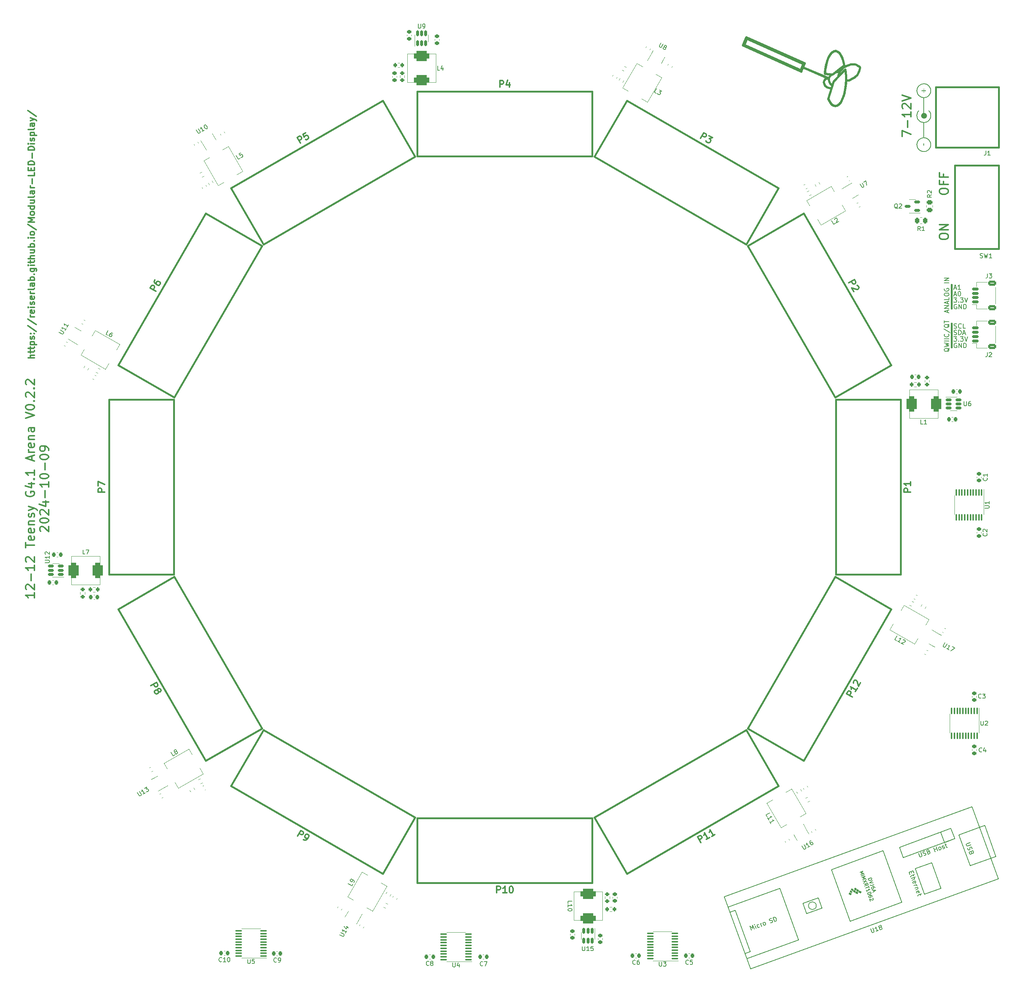
<source format=gto>
%TF.GenerationSoftware,KiCad,Pcbnew,8.0.5*%
%TF.CreationDate,2024-10-09T16:00:05-04:00*%
%TF.ProjectId,teensy_arena_12-12,7465656e-7379-45f6-9172-656e615f3132,v0.2.1*%
%TF.SameCoordinates,Original*%
%TF.FileFunction,Legend,Top*%
%TF.FilePolarity,Positive*%
%FSLAX46Y46*%
G04 Gerber Fmt 4.6, Leading zero omitted, Abs format (unit mm)*
G04 Created by KiCad (PCBNEW 8.0.5) date 2024-10-09 16:00:05*
%MOMM*%
%LPD*%
G01*
G04 APERTURE LIST*
G04 Aperture macros list*
%AMRoundRect*
0 Rectangle with rounded corners*
0 $1 Rounding radius*
0 $2 $3 $4 $5 $6 $7 $8 $9 X,Y pos of 4 corners*
0 Add a 4 corners polygon primitive as box body*
4,1,4,$2,$3,$4,$5,$6,$7,$8,$9,$2,$3,0*
0 Add four circle primitives for the rounded corners*
1,1,$1+$1,$2,$3*
1,1,$1+$1,$4,$5*
1,1,$1+$1,$6,$7*
1,1,$1+$1,$8,$9*
0 Add four rect primitives between the rounded corners*
20,1,$1+$1,$2,$3,$4,$5,0*
20,1,$1+$1,$4,$5,$6,$7,0*
20,1,$1+$1,$6,$7,$8,$9,0*
20,1,$1+$1,$8,$9,$2,$3,0*%
%AMRotRect*
0 Rectangle, with rotation*
0 The origin of the aperture is its center*
0 $1 length*
0 $2 width*
0 $3 Rotation angle, in degrees counterclockwise*
0 Add horizontal line*
21,1,$1,$2,0,0,$3*%
G04 Aperture macros list end*
%ADD10C,0.300000*%
%ADD11C,0.514144*%
%ADD12C,0.154870*%
%ADD13C,0.179621*%
%ADD14C,0.168772*%
%ADD15C,0.381000*%
%ADD16C,0.000000*%
%ADD17C,0.125869*%
%ADD18C,0.152400*%
%ADD19C,0.177800*%
%ADD20C,0.355600*%
%ADD21C,0.150000*%
%ADD22C,0.304800*%
%ADD23C,0.203200*%
%ADD24C,0.100000*%
%ADD25C,0.120000*%
%ADD26RoundRect,0.587500X0.587500X1.162500X-0.587500X1.162500X-0.587500X-1.162500X0.587500X-1.162500X0*%
%ADD27RoundRect,0.150000X-0.150000X0.512500X-0.150000X-0.512500X0.150000X-0.512500X0.150000X0.512500X0*%
%ADD28RoundRect,0.225000X0.250000X-0.225000X0.250000X0.225000X-0.250000X0.225000X-0.250000X-0.225000X0*%
%ADD29RoundRect,0.225000X0.329006X-0.069856X0.104006X0.319856X-0.329006X0.069856X-0.104006X-0.319856X0*%
%ADD30C,9.000000*%
%ADD31R,1.600000X1.600000*%
%ADD32C,1.600000*%
%ADD33RoundRect,0.225000X0.225000X0.250000X-0.225000X0.250000X-0.225000X-0.250000X0.225000X-0.250000X0*%
%ADD34RoundRect,0.225000X-0.250000X0.225000X-0.250000X-0.225000X0.250000X-0.225000X0.250000X0.225000X0*%
%ADD35RoundRect,0.200000X-0.200000X-0.275000X0.200000X-0.275000X0.200000X0.275000X-0.200000X0.275000X0*%
%ADD36RotRect,1.600000X1.600000X240.000000*%
%ADD37RoundRect,0.200000X0.200000X0.275000X-0.200000X0.275000X-0.200000X-0.275000X0.200000X-0.275000X0*%
%ADD38RoundRect,0.225000X-0.104006X0.319856X-0.329006X-0.069856X0.104006X-0.319856X0.329006X0.069856X0*%
%ADD39RoundRect,0.225000X-0.329006X0.069856X-0.104006X-0.319856X0.329006X-0.069856X0.104006X0.319856X0*%
%ADD40RoundRect,0.225000X-0.225000X-0.250000X0.225000X-0.250000X0.225000X0.250000X-0.225000X0.250000X0*%
%ADD41RoundRect,0.150000X-0.368838X-0.386154X0.518838X0.126346X0.368838X0.386154X-0.518838X-0.126346X0*%
%ADD42C,2.540000*%
%ADD43RoundRect,0.100000X0.637500X0.100000X-0.637500X0.100000X-0.637500X-0.100000X0.637500X-0.100000X0*%
%ADD44RoundRect,0.225000X0.069856X0.329006X-0.319856X0.104006X-0.069856X-0.329006X0.319856X-0.104006X0*%
%ADD45RoundRect,0.200000X-0.035705X-0.338157X0.310705X-0.138157X0.035705X0.338157X-0.310705X0.138157X0*%
%ADD46RoundRect,0.100000X-0.100000X0.637500X-0.100000X-0.637500X0.100000X-0.637500X0.100000X0.637500X0*%
%ADD47RoundRect,0.200000X0.338157X-0.035705X0.138157X0.310705X-0.338157X0.035705X-0.138157X-0.310705X0*%
%ADD48RoundRect,0.200000X0.035705X0.338157X-0.310705X0.138157X-0.035705X-0.338157X0.310705X-0.138157X0*%
%ADD49RoundRect,0.150000X-0.518838X0.126346X0.368838X-0.386154X0.518838X-0.126346X-0.368838X0.386154X0*%
%ADD50RotRect,1.600000X1.600000X150.000000*%
%ADD51RotRect,1.600000X1.600000X210.000000*%
%ADD52RoundRect,0.587500X-1.300505X-0.072460X-0.713005X-1.090040X1.300505X0.072460X0.713005X1.090040X0*%
%ADD53RoundRect,0.150000X0.625000X-0.150000X0.625000X0.150000X-0.625000X0.150000X-0.625000X-0.150000X0*%
%ADD54RoundRect,0.250000X0.650000X-0.350000X0.650000X0.350000X-0.650000X0.350000X-0.650000X-0.350000X0*%
%ADD55RoundRect,0.200000X-0.338157X0.035705X-0.138157X-0.310705X0.338157X-0.035705X0.138157X0.310705X0*%
%ADD56RoundRect,0.200000X-0.138157X0.310705X-0.338157X-0.035705X0.138157X-0.310705X0.338157X0.035705X0*%
%ADD57RoundRect,0.225000X-0.069856X-0.329006X0.319856X-0.104006X0.069856X0.329006X-0.319856X0.104006X0*%
%ADD58RoundRect,0.200000X-0.310705X-0.138157X0.035705X-0.338157X0.310705X0.138157X-0.035705X0.338157X0*%
%ADD59RoundRect,0.200000X0.275000X-0.200000X0.275000X0.200000X-0.275000X0.200000X-0.275000X-0.200000X0*%
%ADD60RoundRect,0.225000X0.104006X-0.319856X0.329006X0.069856X-0.104006X0.319856X-0.329006X-0.069856X0*%
%ADD61RoundRect,0.200000X0.138157X-0.310705X0.338157X0.035705X-0.138157X0.310705X-0.338157X-0.035705X0*%
%ADD62RoundRect,0.587500X1.300505X0.072460X0.713005X1.090040X-1.300505X-0.072460X-0.713005X-1.090040X0*%
%ADD63RoundRect,0.150000X0.512500X0.150000X-0.512500X0.150000X-0.512500X-0.150000X0.512500X-0.150000X0*%
%ADD64RoundRect,0.587500X1.162500X-0.587500X1.162500X0.587500X-1.162500X0.587500X-1.162500X-0.587500X0*%
%ADD65RoundRect,0.225000X-0.319856X-0.104006X0.069856X-0.329006X0.319856X0.104006X-0.069856X0.329006X0*%
%ADD66RoundRect,0.150000X0.126346X0.518838X-0.386154X-0.368838X-0.126346X-0.518838X0.386154X0.368838X0*%
%ADD67C,3.556000*%
%ADD68C,1.930400*%
%ADD69C,4.064000*%
%ADD70RoundRect,0.225000X0.319856X0.104006X-0.069856X0.329006X-0.319856X-0.104006X0.069856X-0.329006X0*%
%ADD71RotRect,1.600000X1.600000X30.000000*%
%ADD72RoundRect,0.587500X-0.587500X-1.162500X0.587500X-1.162500X0.587500X1.162500X-0.587500X1.162500X0*%
%ADD73RoundRect,0.250000X-0.262500X-0.450000X0.262500X-0.450000X0.262500X0.450000X-0.262500X0.450000X0*%
%ADD74RotRect,1.600000X1.600000X200.000000*%
%ADD75RotRect,1.300000X1.300000X200.000000*%
%ADD76C,1.300000*%
%ADD77RoundRect,0.150000X0.518838X-0.126346X-0.368838X0.386154X-0.518838X0.126346X0.368838X-0.386154X0*%
%ADD78RotRect,1.600000X1.600000X60.000000*%
%ADD79RoundRect,0.587500X0.713005X-1.090040X1.300505X-0.072460X-0.713005X1.090040X-1.300505X0.072460X0*%
%ADD80RotRect,1.600000X1.600000X120.000000*%
%ADD81RoundRect,0.150000X0.368838X0.386154X-0.518838X-0.126346X-0.368838X-0.386154X0.518838X0.126346X0*%
%ADD82RoundRect,0.150000X0.150000X-0.512500X0.150000X0.512500X-0.150000X0.512500X-0.150000X-0.512500X0*%
%ADD83RoundRect,0.587500X-0.713005X1.090040X-1.300505X0.072460X0.713005X-1.090040X1.300505X-0.072460X0*%
%ADD84RoundRect,0.150000X-0.386154X0.368838X0.126346X-0.518838X0.386154X-0.368838X-0.126346X0.518838X0*%
%ADD85RoundRect,0.587500X-1.090040X-0.713005X-0.072460X-1.300505X1.090040X0.713005X0.072460X1.300505X0*%
%ADD86RoundRect,0.150000X-0.512500X-0.150000X0.512500X-0.150000X0.512500X0.150000X-0.512500X0.150000X0*%
%ADD87RoundRect,0.200000X0.310705X0.138157X-0.035705X0.338157X-0.310705X-0.138157X0.035705X-0.338157X0*%
%ADD88RoundRect,0.587500X-0.072460X1.300505X-1.090040X0.713005X0.072460X-1.300505X1.090040X-0.713005X0*%
%ADD89RoundRect,0.200000X-0.275000X0.200000X-0.275000X-0.200000X0.275000X-0.200000X0.275000X0.200000X0*%
%ADD90RoundRect,0.587500X0.072460X-1.300505X1.090040X-0.713005X-0.072460X1.300505X-1.090040X0.713005X0*%
%ADD91RoundRect,0.150000X-0.126346X-0.518838X0.386154X0.368838X0.126346X0.518838X-0.386154X-0.368838X0*%
%ADD92RoundRect,0.587500X1.090040X0.713005X0.072460X1.300505X-1.090040X-0.713005X-0.072460X-1.300505X0*%
%ADD93RotRect,1.600000X1.600000X300.000000*%
%ADD94RoundRect,0.587500X-1.162500X0.587500X-1.162500X-0.587500X1.162500X-0.587500X1.162500X0.587500X0*%
%ADD95RotRect,1.600000X1.600000X330.000000*%
%ADD96RoundRect,0.250000X-0.450000X0.262500X-0.450000X-0.262500X0.450000X-0.262500X0.450000X0.262500X0*%
%ADD97RoundRect,0.150000X0.386154X-0.368838X-0.126346X0.518838X-0.386154X0.368838X0.126346X-0.518838X0*%
G04 APERTURE END LIST*
D10*
X69015828Y-147908489D02*
X67515828Y-147908489D01*
X69015828Y-147265632D02*
X68230114Y-147265632D01*
X68230114Y-147265632D02*
X68087257Y-147337060D01*
X68087257Y-147337060D02*
X68015828Y-147479917D01*
X68015828Y-147479917D02*
X68015828Y-147694203D01*
X68015828Y-147694203D02*
X68087257Y-147837060D01*
X68087257Y-147837060D02*
X68158685Y-147908489D01*
X68015828Y-146765631D02*
X68015828Y-146194203D01*
X67515828Y-146551346D02*
X68801542Y-146551346D01*
X68801542Y-146551346D02*
X68944400Y-146479917D01*
X68944400Y-146479917D02*
X69015828Y-146337060D01*
X69015828Y-146337060D02*
X69015828Y-146194203D01*
X68015828Y-145908488D02*
X68015828Y-145337060D01*
X67515828Y-145694203D02*
X68801542Y-145694203D01*
X68801542Y-145694203D02*
X68944400Y-145622774D01*
X68944400Y-145622774D02*
X69015828Y-145479917D01*
X69015828Y-145479917D02*
X69015828Y-145337060D01*
X68015828Y-144837060D02*
X69515828Y-144837060D01*
X68087257Y-144837060D02*
X68015828Y-144694203D01*
X68015828Y-144694203D02*
X68015828Y-144408488D01*
X68015828Y-144408488D02*
X68087257Y-144265631D01*
X68087257Y-144265631D02*
X68158685Y-144194203D01*
X68158685Y-144194203D02*
X68301542Y-144122774D01*
X68301542Y-144122774D02*
X68730114Y-144122774D01*
X68730114Y-144122774D02*
X68872971Y-144194203D01*
X68872971Y-144194203D02*
X68944400Y-144265631D01*
X68944400Y-144265631D02*
X69015828Y-144408488D01*
X69015828Y-144408488D02*
X69015828Y-144694203D01*
X69015828Y-144694203D02*
X68944400Y-144837060D01*
X68944400Y-143551345D02*
X69015828Y-143408488D01*
X69015828Y-143408488D02*
X69015828Y-143122774D01*
X69015828Y-143122774D02*
X68944400Y-142979917D01*
X68944400Y-142979917D02*
X68801542Y-142908488D01*
X68801542Y-142908488D02*
X68730114Y-142908488D01*
X68730114Y-142908488D02*
X68587257Y-142979917D01*
X68587257Y-142979917D02*
X68515828Y-143122774D01*
X68515828Y-143122774D02*
X68515828Y-143337060D01*
X68515828Y-143337060D02*
X68444400Y-143479917D01*
X68444400Y-143479917D02*
X68301542Y-143551345D01*
X68301542Y-143551345D02*
X68230114Y-143551345D01*
X68230114Y-143551345D02*
X68087257Y-143479917D01*
X68087257Y-143479917D02*
X68015828Y-143337060D01*
X68015828Y-143337060D02*
X68015828Y-143122774D01*
X68015828Y-143122774D02*
X68087257Y-142979917D01*
X68872971Y-142265631D02*
X68944400Y-142194202D01*
X68944400Y-142194202D02*
X69015828Y-142265631D01*
X69015828Y-142265631D02*
X68944400Y-142337059D01*
X68944400Y-142337059D02*
X68872971Y-142265631D01*
X68872971Y-142265631D02*
X69015828Y-142265631D01*
X68087257Y-142265631D02*
X68158685Y-142194202D01*
X68158685Y-142194202D02*
X68230114Y-142265631D01*
X68230114Y-142265631D02*
X68158685Y-142337059D01*
X68158685Y-142337059D02*
X68087257Y-142265631D01*
X68087257Y-142265631D02*
X68230114Y-142265631D01*
X67444400Y-140479916D02*
X69372971Y-141765630D01*
X67444400Y-138908487D02*
X69372971Y-140194201D01*
X69015828Y-138408487D02*
X68015828Y-138408487D01*
X68301542Y-138408487D02*
X68158685Y-138337058D01*
X68158685Y-138337058D02*
X68087257Y-138265630D01*
X68087257Y-138265630D02*
X68015828Y-138122772D01*
X68015828Y-138122772D02*
X68015828Y-137979915D01*
X68944400Y-136908487D02*
X69015828Y-137051344D01*
X69015828Y-137051344D02*
X69015828Y-137337059D01*
X69015828Y-137337059D02*
X68944400Y-137479916D01*
X68944400Y-137479916D02*
X68801542Y-137551344D01*
X68801542Y-137551344D02*
X68230114Y-137551344D01*
X68230114Y-137551344D02*
X68087257Y-137479916D01*
X68087257Y-137479916D02*
X68015828Y-137337059D01*
X68015828Y-137337059D02*
X68015828Y-137051344D01*
X68015828Y-137051344D02*
X68087257Y-136908487D01*
X68087257Y-136908487D02*
X68230114Y-136837059D01*
X68230114Y-136837059D02*
X68372971Y-136837059D01*
X68372971Y-136837059D02*
X68515828Y-137551344D01*
X69015828Y-136194202D02*
X68015828Y-136194202D01*
X67515828Y-136194202D02*
X67587257Y-136265630D01*
X67587257Y-136265630D02*
X67658685Y-136194202D01*
X67658685Y-136194202D02*
X67587257Y-136122773D01*
X67587257Y-136122773D02*
X67515828Y-136194202D01*
X67515828Y-136194202D02*
X67658685Y-136194202D01*
X68944400Y-135551344D02*
X69015828Y-135408487D01*
X69015828Y-135408487D02*
X69015828Y-135122773D01*
X69015828Y-135122773D02*
X68944400Y-134979916D01*
X68944400Y-134979916D02*
X68801542Y-134908487D01*
X68801542Y-134908487D02*
X68730114Y-134908487D01*
X68730114Y-134908487D02*
X68587257Y-134979916D01*
X68587257Y-134979916D02*
X68515828Y-135122773D01*
X68515828Y-135122773D02*
X68515828Y-135337059D01*
X68515828Y-135337059D02*
X68444400Y-135479916D01*
X68444400Y-135479916D02*
X68301542Y-135551344D01*
X68301542Y-135551344D02*
X68230114Y-135551344D01*
X68230114Y-135551344D02*
X68087257Y-135479916D01*
X68087257Y-135479916D02*
X68015828Y-135337059D01*
X68015828Y-135337059D02*
X68015828Y-135122773D01*
X68015828Y-135122773D02*
X68087257Y-134979916D01*
X68944400Y-133694201D02*
X69015828Y-133837058D01*
X69015828Y-133837058D02*
X69015828Y-134122773D01*
X69015828Y-134122773D02*
X68944400Y-134265630D01*
X68944400Y-134265630D02*
X68801542Y-134337058D01*
X68801542Y-134337058D02*
X68230114Y-134337058D01*
X68230114Y-134337058D02*
X68087257Y-134265630D01*
X68087257Y-134265630D02*
X68015828Y-134122773D01*
X68015828Y-134122773D02*
X68015828Y-133837058D01*
X68015828Y-133837058D02*
X68087257Y-133694201D01*
X68087257Y-133694201D02*
X68230114Y-133622773D01*
X68230114Y-133622773D02*
X68372971Y-133622773D01*
X68372971Y-133622773D02*
X68515828Y-134337058D01*
X69015828Y-132979916D02*
X68015828Y-132979916D01*
X68301542Y-132979916D02*
X68158685Y-132908487D01*
X68158685Y-132908487D02*
X68087257Y-132837059D01*
X68087257Y-132837059D02*
X68015828Y-132694201D01*
X68015828Y-132694201D02*
X68015828Y-132551344D01*
X69015828Y-131837059D02*
X68944400Y-131979916D01*
X68944400Y-131979916D02*
X68801542Y-132051345D01*
X68801542Y-132051345D02*
X67515828Y-132051345D01*
X69015828Y-130622774D02*
X68230114Y-130622774D01*
X68230114Y-130622774D02*
X68087257Y-130694202D01*
X68087257Y-130694202D02*
X68015828Y-130837059D01*
X68015828Y-130837059D02*
X68015828Y-131122774D01*
X68015828Y-131122774D02*
X68087257Y-131265631D01*
X68944400Y-130622774D02*
X69015828Y-130765631D01*
X69015828Y-130765631D02*
X69015828Y-131122774D01*
X69015828Y-131122774D02*
X68944400Y-131265631D01*
X68944400Y-131265631D02*
X68801542Y-131337059D01*
X68801542Y-131337059D02*
X68658685Y-131337059D01*
X68658685Y-131337059D02*
X68515828Y-131265631D01*
X68515828Y-131265631D02*
X68444400Y-131122774D01*
X68444400Y-131122774D02*
X68444400Y-130765631D01*
X68444400Y-130765631D02*
X68372971Y-130622774D01*
X69015828Y-129908488D02*
X67515828Y-129908488D01*
X68087257Y-129908488D02*
X68015828Y-129765631D01*
X68015828Y-129765631D02*
X68015828Y-129479916D01*
X68015828Y-129479916D02*
X68087257Y-129337059D01*
X68087257Y-129337059D02*
X68158685Y-129265631D01*
X68158685Y-129265631D02*
X68301542Y-129194202D01*
X68301542Y-129194202D02*
X68730114Y-129194202D01*
X68730114Y-129194202D02*
X68872971Y-129265631D01*
X68872971Y-129265631D02*
X68944400Y-129337059D01*
X68944400Y-129337059D02*
X69015828Y-129479916D01*
X69015828Y-129479916D02*
X69015828Y-129765631D01*
X69015828Y-129765631D02*
X68944400Y-129908488D01*
X68872971Y-128551345D02*
X68944400Y-128479916D01*
X68944400Y-128479916D02*
X69015828Y-128551345D01*
X69015828Y-128551345D02*
X68944400Y-128622773D01*
X68944400Y-128622773D02*
X68872971Y-128551345D01*
X68872971Y-128551345D02*
X69015828Y-128551345D01*
X68015828Y-127194202D02*
X69230114Y-127194202D01*
X69230114Y-127194202D02*
X69372971Y-127265630D01*
X69372971Y-127265630D02*
X69444400Y-127337059D01*
X69444400Y-127337059D02*
X69515828Y-127479916D01*
X69515828Y-127479916D02*
X69515828Y-127694202D01*
X69515828Y-127694202D02*
X69444400Y-127837059D01*
X68944400Y-127194202D02*
X69015828Y-127337059D01*
X69015828Y-127337059D02*
X69015828Y-127622773D01*
X69015828Y-127622773D02*
X68944400Y-127765630D01*
X68944400Y-127765630D02*
X68872971Y-127837059D01*
X68872971Y-127837059D02*
X68730114Y-127908487D01*
X68730114Y-127908487D02*
X68301542Y-127908487D01*
X68301542Y-127908487D02*
X68158685Y-127837059D01*
X68158685Y-127837059D02*
X68087257Y-127765630D01*
X68087257Y-127765630D02*
X68015828Y-127622773D01*
X68015828Y-127622773D02*
X68015828Y-127337059D01*
X68015828Y-127337059D02*
X68087257Y-127194202D01*
X69015828Y-126479916D02*
X68015828Y-126479916D01*
X67515828Y-126479916D02*
X67587257Y-126551344D01*
X67587257Y-126551344D02*
X67658685Y-126479916D01*
X67658685Y-126479916D02*
X67587257Y-126408487D01*
X67587257Y-126408487D02*
X67515828Y-126479916D01*
X67515828Y-126479916D02*
X67658685Y-126479916D01*
X68015828Y-125979915D02*
X68015828Y-125408487D01*
X67515828Y-125765630D02*
X68801542Y-125765630D01*
X68801542Y-125765630D02*
X68944400Y-125694201D01*
X68944400Y-125694201D02*
X69015828Y-125551344D01*
X69015828Y-125551344D02*
X69015828Y-125408487D01*
X69015828Y-124908487D02*
X67515828Y-124908487D01*
X69015828Y-124265630D02*
X68230114Y-124265630D01*
X68230114Y-124265630D02*
X68087257Y-124337058D01*
X68087257Y-124337058D02*
X68015828Y-124479915D01*
X68015828Y-124479915D02*
X68015828Y-124694201D01*
X68015828Y-124694201D02*
X68087257Y-124837058D01*
X68087257Y-124837058D02*
X68158685Y-124908487D01*
X68015828Y-122908487D02*
X69015828Y-122908487D01*
X68015828Y-123551344D02*
X68801542Y-123551344D01*
X68801542Y-123551344D02*
X68944400Y-123479915D01*
X68944400Y-123479915D02*
X69015828Y-123337058D01*
X69015828Y-123337058D02*
X69015828Y-123122772D01*
X69015828Y-123122772D02*
X68944400Y-122979915D01*
X68944400Y-122979915D02*
X68872971Y-122908487D01*
X69015828Y-122194201D02*
X67515828Y-122194201D01*
X68087257Y-122194201D02*
X68015828Y-122051344D01*
X68015828Y-122051344D02*
X68015828Y-121765629D01*
X68015828Y-121765629D02*
X68087257Y-121622772D01*
X68087257Y-121622772D02*
X68158685Y-121551344D01*
X68158685Y-121551344D02*
X68301542Y-121479915D01*
X68301542Y-121479915D02*
X68730114Y-121479915D01*
X68730114Y-121479915D02*
X68872971Y-121551344D01*
X68872971Y-121551344D02*
X68944400Y-121622772D01*
X68944400Y-121622772D02*
X69015828Y-121765629D01*
X69015828Y-121765629D02*
X69015828Y-122051344D01*
X69015828Y-122051344D02*
X68944400Y-122194201D01*
X68872971Y-120837058D02*
X68944400Y-120765629D01*
X68944400Y-120765629D02*
X69015828Y-120837058D01*
X69015828Y-120837058D02*
X68944400Y-120908486D01*
X68944400Y-120908486D02*
X68872971Y-120837058D01*
X68872971Y-120837058D02*
X69015828Y-120837058D01*
X69015828Y-120122772D02*
X68015828Y-120122772D01*
X67515828Y-120122772D02*
X67587257Y-120194200D01*
X67587257Y-120194200D02*
X67658685Y-120122772D01*
X67658685Y-120122772D02*
X67587257Y-120051343D01*
X67587257Y-120051343D02*
X67515828Y-120122772D01*
X67515828Y-120122772D02*
X67658685Y-120122772D01*
X69015828Y-119194200D02*
X68944400Y-119337057D01*
X68944400Y-119337057D02*
X68872971Y-119408486D01*
X68872971Y-119408486D02*
X68730114Y-119479914D01*
X68730114Y-119479914D02*
X68301542Y-119479914D01*
X68301542Y-119479914D02*
X68158685Y-119408486D01*
X68158685Y-119408486D02*
X68087257Y-119337057D01*
X68087257Y-119337057D02*
X68015828Y-119194200D01*
X68015828Y-119194200D02*
X68015828Y-118979914D01*
X68015828Y-118979914D02*
X68087257Y-118837057D01*
X68087257Y-118837057D02*
X68158685Y-118765629D01*
X68158685Y-118765629D02*
X68301542Y-118694200D01*
X68301542Y-118694200D02*
X68730114Y-118694200D01*
X68730114Y-118694200D02*
X68872971Y-118765629D01*
X68872971Y-118765629D02*
X68944400Y-118837057D01*
X68944400Y-118837057D02*
X69015828Y-118979914D01*
X69015828Y-118979914D02*
X69015828Y-119194200D01*
X67444400Y-116979914D02*
X69372971Y-118265628D01*
X69015828Y-116479914D02*
X67515828Y-116479914D01*
X67515828Y-116479914D02*
X68587257Y-115979914D01*
X68587257Y-115979914D02*
X67515828Y-115479914D01*
X67515828Y-115479914D02*
X69015828Y-115479914D01*
X69015828Y-114551342D02*
X68944400Y-114694199D01*
X68944400Y-114694199D02*
X68872971Y-114765628D01*
X68872971Y-114765628D02*
X68730114Y-114837056D01*
X68730114Y-114837056D02*
X68301542Y-114837056D01*
X68301542Y-114837056D02*
X68158685Y-114765628D01*
X68158685Y-114765628D02*
X68087257Y-114694199D01*
X68087257Y-114694199D02*
X68015828Y-114551342D01*
X68015828Y-114551342D02*
X68015828Y-114337056D01*
X68015828Y-114337056D02*
X68087257Y-114194199D01*
X68087257Y-114194199D02*
X68158685Y-114122771D01*
X68158685Y-114122771D02*
X68301542Y-114051342D01*
X68301542Y-114051342D02*
X68730114Y-114051342D01*
X68730114Y-114051342D02*
X68872971Y-114122771D01*
X68872971Y-114122771D02*
X68944400Y-114194199D01*
X68944400Y-114194199D02*
X69015828Y-114337056D01*
X69015828Y-114337056D02*
X69015828Y-114551342D01*
X69015828Y-112765628D02*
X67515828Y-112765628D01*
X68944400Y-112765628D02*
X69015828Y-112908485D01*
X69015828Y-112908485D02*
X69015828Y-113194199D01*
X69015828Y-113194199D02*
X68944400Y-113337056D01*
X68944400Y-113337056D02*
X68872971Y-113408485D01*
X68872971Y-113408485D02*
X68730114Y-113479913D01*
X68730114Y-113479913D02*
X68301542Y-113479913D01*
X68301542Y-113479913D02*
X68158685Y-113408485D01*
X68158685Y-113408485D02*
X68087257Y-113337056D01*
X68087257Y-113337056D02*
X68015828Y-113194199D01*
X68015828Y-113194199D02*
X68015828Y-112908485D01*
X68015828Y-112908485D02*
X68087257Y-112765628D01*
X68015828Y-111408485D02*
X69015828Y-111408485D01*
X68015828Y-112051342D02*
X68801542Y-112051342D01*
X68801542Y-112051342D02*
X68944400Y-111979913D01*
X68944400Y-111979913D02*
X69015828Y-111837056D01*
X69015828Y-111837056D02*
X69015828Y-111622770D01*
X69015828Y-111622770D02*
X68944400Y-111479913D01*
X68944400Y-111479913D02*
X68872971Y-111408485D01*
X69015828Y-110479913D02*
X68944400Y-110622770D01*
X68944400Y-110622770D02*
X68801542Y-110694199D01*
X68801542Y-110694199D02*
X67515828Y-110694199D01*
X69015828Y-109265628D02*
X68230114Y-109265628D01*
X68230114Y-109265628D02*
X68087257Y-109337056D01*
X68087257Y-109337056D02*
X68015828Y-109479913D01*
X68015828Y-109479913D02*
X68015828Y-109765628D01*
X68015828Y-109765628D02*
X68087257Y-109908485D01*
X68944400Y-109265628D02*
X69015828Y-109408485D01*
X69015828Y-109408485D02*
X69015828Y-109765628D01*
X69015828Y-109765628D02*
X68944400Y-109908485D01*
X68944400Y-109908485D02*
X68801542Y-109979913D01*
X68801542Y-109979913D02*
X68658685Y-109979913D01*
X68658685Y-109979913D02*
X68515828Y-109908485D01*
X68515828Y-109908485D02*
X68444400Y-109765628D01*
X68444400Y-109765628D02*
X68444400Y-109408485D01*
X68444400Y-109408485D02*
X68372971Y-109265628D01*
X69015828Y-108551342D02*
X68015828Y-108551342D01*
X68301542Y-108551342D02*
X68158685Y-108479913D01*
X68158685Y-108479913D02*
X68087257Y-108408485D01*
X68087257Y-108408485D02*
X68015828Y-108265627D01*
X68015828Y-108265627D02*
X68015828Y-108122770D01*
X68444400Y-107622771D02*
X68444400Y-106479914D01*
X69015828Y-105051342D02*
X69015828Y-105765628D01*
X69015828Y-105765628D02*
X67515828Y-105765628D01*
X68230114Y-104551342D02*
X68230114Y-104051342D01*
X69015828Y-103837056D02*
X69015828Y-104551342D01*
X69015828Y-104551342D02*
X67515828Y-104551342D01*
X67515828Y-104551342D02*
X67515828Y-103837056D01*
X69015828Y-103194199D02*
X67515828Y-103194199D01*
X67515828Y-103194199D02*
X67515828Y-102837056D01*
X67515828Y-102837056D02*
X67587257Y-102622770D01*
X67587257Y-102622770D02*
X67730114Y-102479913D01*
X67730114Y-102479913D02*
X67872971Y-102408484D01*
X67872971Y-102408484D02*
X68158685Y-102337056D01*
X68158685Y-102337056D02*
X68372971Y-102337056D01*
X68372971Y-102337056D02*
X68658685Y-102408484D01*
X68658685Y-102408484D02*
X68801542Y-102479913D01*
X68801542Y-102479913D02*
X68944400Y-102622770D01*
X68944400Y-102622770D02*
X69015828Y-102837056D01*
X69015828Y-102837056D02*
X69015828Y-103194199D01*
X68444400Y-101694199D02*
X68444400Y-100551342D01*
X69015828Y-99837056D02*
X67515828Y-99837056D01*
X67515828Y-99837056D02*
X67515828Y-99479913D01*
X67515828Y-99479913D02*
X67587257Y-99265627D01*
X67587257Y-99265627D02*
X67730114Y-99122770D01*
X67730114Y-99122770D02*
X67872971Y-99051341D01*
X67872971Y-99051341D02*
X68158685Y-98979913D01*
X68158685Y-98979913D02*
X68372971Y-98979913D01*
X68372971Y-98979913D02*
X68658685Y-99051341D01*
X68658685Y-99051341D02*
X68801542Y-99122770D01*
X68801542Y-99122770D02*
X68944400Y-99265627D01*
X68944400Y-99265627D02*
X69015828Y-99479913D01*
X69015828Y-99479913D02*
X69015828Y-99837056D01*
X69015828Y-98337056D02*
X68015828Y-98337056D01*
X67515828Y-98337056D02*
X67587257Y-98408484D01*
X67587257Y-98408484D02*
X67658685Y-98337056D01*
X67658685Y-98337056D02*
X67587257Y-98265627D01*
X67587257Y-98265627D02*
X67515828Y-98337056D01*
X67515828Y-98337056D02*
X67658685Y-98337056D01*
X68944400Y-97694198D02*
X69015828Y-97551341D01*
X69015828Y-97551341D02*
X69015828Y-97265627D01*
X69015828Y-97265627D02*
X68944400Y-97122770D01*
X68944400Y-97122770D02*
X68801542Y-97051341D01*
X68801542Y-97051341D02*
X68730114Y-97051341D01*
X68730114Y-97051341D02*
X68587257Y-97122770D01*
X68587257Y-97122770D02*
X68515828Y-97265627D01*
X68515828Y-97265627D02*
X68515828Y-97479913D01*
X68515828Y-97479913D02*
X68444400Y-97622770D01*
X68444400Y-97622770D02*
X68301542Y-97694198D01*
X68301542Y-97694198D02*
X68230114Y-97694198D01*
X68230114Y-97694198D02*
X68087257Y-97622770D01*
X68087257Y-97622770D02*
X68015828Y-97479913D01*
X68015828Y-97479913D02*
X68015828Y-97265627D01*
X68015828Y-97265627D02*
X68087257Y-97122770D01*
X68015828Y-96408484D02*
X69515828Y-96408484D01*
X68087257Y-96408484D02*
X68015828Y-96265627D01*
X68015828Y-96265627D02*
X68015828Y-95979912D01*
X68015828Y-95979912D02*
X68087257Y-95837055D01*
X68087257Y-95837055D02*
X68158685Y-95765627D01*
X68158685Y-95765627D02*
X68301542Y-95694198D01*
X68301542Y-95694198D02*
X68730114Y-95694198D01*
X68730114Y-95694198D02*
X68872971Y-95765627D01*
X68872971Y-95765627D02*
X68944400Y-95837055D01*
X68944400Y-95837055D02*
X69015828Y-95979912D01*
X69015828Y-95979912D02*
X69015828Y-96265627D01*
X69015828Y-96265627D02*
X68944400Y-96408484D01*
X69015828Y-94837055D02*
X68944400Y-94979912D01*
X68944400Y-94979912D02*
X68801542Y-95051341D01*
X68801542Y-95051341D02*
X67515828Y-95051341D01*
X69015828Y-93622770D02*
X68230114Y-93622770D01*
X68230114Y-93622770D02*
X68087257Y-93694198D01*
X68087257Y-93694198D02*
X68015828Y-93837055D01*
X68015828Y-93837055D02*
X68015828Y-94122770D01*
X68015828Y-94122770D02*
X68087257Y-94265627D01*
X68944400Y-93622770D02*
X69015828Y-93765627D01*
X69015828Y-93765627D02*
X69015828Y-94122770D01*
X69015828Y-94122770D02*
X68944400Y-94265627D01*
X68944400Y-94265627D02*
X68801542Y-94337055D01*
X68801542Y-94337055D02*
X68658685Y-94337055D01*
X68658685Y-94337055D02*
X68515828Y-94265627D01*
X68515828Y-94265627D02*
X68444400Y-94122770D01*
X68444400Y-94122770D02*
X68444400Y-93765627D01*
X68444400Y-93765627D02*
X68372971Y-93622770D01*
X68015828Y-93051341D02*
X69015828Y-92694198D01*
X68015828Y-92337055D02*
X69015828Y-92694198D01*
X69015828Y-92694198D02*
X69372971Y-92837055D01*
X69372971Y-92837055D02*
X69444400Y-92908484D01*
X69444400Y-92908484D02*
X69515828Y-93051341D01*
X67444400Y-90694198D02*
X69372971Y-91979912D01*
D11*
X256199044Y-87297682D02*
X256271976Y-87058327D01*
X253328128Y-89085184D02*
X253428895Y-89190784D01*
X253398643Y-85370906D02*
X253047927Y-85471590D01*
D12*
X273458677Y-92763687D02*
X273412617Y-92697601D01*
D13*
X275079658Y-84502663D02*
X275156965Y-84520506D01*
X273801544Y-84787649D02*
X273864193Y-84743099D01*
D11*
X256682667Y-84850824D02*
X256710096Y-84544275D01*
X252017720Y-82164110D02*
X251877536Y-82169920D01*
X252053344Y-83360095D02*
X252337198Y-83279574D01*
X252648282Y-87995452D02*
X252864904Y-88424901D01*
X255368341Y-88978587D02*
X255474286Y-88838667D01*
D13*
X275307038Y-100056867D02*
X275232792Y-100081989D01*
X276124191Y-97727336D02*
X276162666Y-97794252D01*
D11*
X253852396Y-89497068D02*
X253962792Y-89543132D01*
X253107055Y-88828682D02*
X253329101Y-89139146D01*
D13*
X274514275Y-87647619D02*
X274435586Y-87633567D01*
D12*
X276144971Y-92629798D02*
X276102596Y-92697601D01*
D11*
X253599513Y-89404428D02*
X253881595Y-89536188D01*
D13*
X273683213Y-99738719D02*
X273627717Y-99685810D01*
X273929041Y-99922493D02*
X273864208Y-99880930D01*
D12*
X276351319Y-92042732D02*
X276338422Y-92119120D01*
D11*
X255525857Y-82231349D02*
X253909263Y-83976567D01*
D13*
X273741180Y-97322884D02*
X273801544Y-97275447D01*
D11*
X252552095Y-78774228D02*
X252838191Y-78144863D01*
X251969289Y-84954351D02*
X251774238Y-84647473D01*
X253435013Y-77325878D02*
X253641567Y-77156405D01*
D13*
X274675394Y-87663951D02*
X274594245Y-87657781D01*
D11*
X259176866Y-80098993D02*
X259525148Y-80289985D01*
D13*
X273432595Y-99449323D02*
X273391031Y-99384490D01*
X273178102Y-85824768D02*
X273192154Y-85746080D01*
D11*
X252166875Y-85147003D02*
X251969289Y-84954351D01*
X252693095Y-88053999D02*
X252775458Y-88230525D01*
D13*
X275832018Y-87250921D02*
X275774039Y-87301144D01*
D11*
X251774238Y-84647473D02*
X251684112Y-84419114D01*
D13*
X276162666Y-85306454D02*
X276197954Y-85375353D01*
X274757623Y-87666031D02*
X274675394Y-87663951D01*
X275000969Y-84488611D02*
X275079658Y-84502663D01*
D11*
X255063430Y-89325641D02*
X255481002Y-88897170D01*
D13*
X273391023Y-85239538D02*
X273432586Y-85174706D01*
X276347273Y-98392536D02*
X276353443Y-98473685D01*
X275450382Y-97115569D02*
X275519280Y-97150857D01*
D12*
X273679039Y-93007324D02*
X273618965Y-92950211D01*
D11*
X255036411Y-82539878D02*
X255042022Y-82457412D01*
D13*
X276197954Y-86760877D02*
X276162666Y-86829776D01*
D11*
X255276137Y-77430101D02*
X255346218Y-77514994D01*
D13*
X276323059Y-85746080D02*
X276337111Y-85824768D01*
D11*
X253521335Y-77222379D02*
X253965722Y-76961480D01*
D13*
X275940420Y-97481511D02*
X275990643Y-97539491D01*
D11*
X256875322Y-83833962D02*
X256742183Y-83877680D01*
X254654616Y-76988025D02*
X254738231Y-77019672D01*
D13*
X274135626Y-84595772D02*
X274208191Y-84567161D01*
D12*
X273237589Y-92344278D02*
X273213638Y-92270036D01*
D13*
X274514268Y-96976409D02*
X274594239Y-96966247D01*
X275307038Y-87569069D02*
X275232792Y-87594191D01*
X276353443Y-98638142D02*
X276347273Y-98719291D01*
X273801558Y-99836379D02*
X273741193Y-99788942D01*
D11*
X254131302Y-89588144D02*
X254188191Y-89596579D01*
D12*
X274911957Y-93414485D02*
X274834853Y-93420012D01*
D13*
X275586196Y-87434695D02*
X275519280Y-87473171D01*
D12*
X274834853Y-93420012D02*
X274757606Y-93421855D01*
D11*
X259542541Y-82121242D02*
X259303428Y-82485940D01*
X255432428Y-81506674D02*
X255645993Y-81235336D01*
D14*
X274757623Y-91163801D02*
X274757623Y-87739042D01*
D13*
X273391031Y-99384490D02*
X273352554Y-99317574D01*
D11*
X253135036Y-82646298D02*
X253292690Y-82463024D01*
X251858224Y-83534084D02*
X252053344Y-83360095D01*
D13*
X274135639Y-100028256D02*
X274064857Y-99996257D01*
X273161770Y-85985887D02*
X273167940Y-85904738D01*
X274594245Y-87657781D02*
X274514275Y-87647619D01*
X275450382Y-87508459D02*
X275379601Y-87540458D01*
X276229953Y-99177894D02*
X276197954Y-99248675D01*
D11*
X255220933Y-77362302D02*
X255627103Y-77919080D01*
X259525148Y-80289985D02*
X259789890Y-80507871D01*
X246348282Y-81480219D02*
X233048664Y-75525588D01*
D12*
X273154682Y-91657214D02*
X273163894Y-91580397D01*
X276360531Y-91965914D02*
X276351319Y-92042732D01*
D11*
X246463759Y-81532354D02*
X247222944Y-79751814D01*
X254303207Y-76931315D02*
X254393603Y-76934890D01*
X256040481Y-87747626D02*
X256121828Y-87527581D01*
D13*
X274208191Y-97054959D02*
X274282438Y-97029837D01*
D11*
X253881595Y-89536188D02*
X254324682Y-89610855D01*
D12*
X275435657Y-93272624D02*
X275363562Y-93303944D01*
X274680359Y-93420012D02*
X274603255Y-93414485D01*
D11*
X257844701Y-80028055D02*
X258211627Y-79972669D01*
D12*
X275709728Y-93110496D02*
X275643643Y-93156555D01*
X274526438Y-93405273D02*
X274450049Y-93392377D01*
D13*
X274839851Y-87663951D02*
X274757623Y-87666031D01*
D11*
X258842153Y-80017626D02*
X259176866Y-80098993D01*
X253292690Y-82463024D02*
X253412685Y-82343878D01*
X256455241Y-80603086D02*
X256647542Y-80491892D01*
X259950052Y-81164050D02*
X259836255Y-81519547D01*
X255147913Y-89218914D02*
X255259498Y-89105469D01*
D12*
X275140979Y-93375796D02*
X275065163Y-93392377D01*
D13*
X275887512Y-84938218D02*
X275940420Y-84993713D01*
D11*
X253965362Y-76988768D02*
X254076566Y-76957025D01*
X259789890Y-80507871D02*
X259966569Y-80689146D01*
D13*
X273256650Y-85518698D02*
X273285261Y-85446135D01*
X274208204Y-100056867D02*
X274135639Y-100028256D01*
X274435586Y-100121364D02*
X274358278Y-100103522D01*
X276353443Y-85985887D02*
X276355522Y-86068115D01*
D11*
X256678724Y-81644514D02*
X256650167Y-81387806D01*
X254482303Y-76945573D02*
X254569307Y-76963305D01*
D13*
X275450382Y-84627771D02*
X275519280Y-84663059D01*
D12*
X275896248Y-92950211D02*
X275836173Y-93007324D01*
X273370242Y-90993331D02*
X273412617Y-90925528D01*
X273213638Y-91353093D02*
X273237589Y-91278851D01*
D13*
X273209998Y-98955257D02*
X273192155Y-98877949D01*
D11*
X251877536Y-82169920D02*
X251922517Y-81614249D01*
X233757241Y-73863743D02*
X247056859Y-79818372D01*
D13*
X275887512Y-97426016D02*
X275940420Y-97481511D01*
D12*
X276102596Y-92697601D02*
X276056536Y-92763687D01*
D11*
X255866011Y-88156561D02*
X255955157Y-87957419D01*
D12*
X276351319Y-91580397D02*
X276360531Y-91657214D01*
D11*
X254302959Y-89603371D02*
X254429429Y-89595126D01*
D13*
X276323059Y-98877949D02*
X276305217Y-98955257D01*
D11*
X255671304Y-78034008D02*
X255731261Y-78156298D01*
D13*
X276124191Y-85239538D02*
X276162666Y-85306454D01*
D12*
X273163894Y-91580397D02*
X273176791Y-91504009D01*
D11*
X256005789Y-78856859D02*
X256103824Y-79177541D01*
X257779754Y-83532072D02*
X257434774Y-83689800D01*
X256357616Y-80272018D02*
X255706384Y-80763982D01*
D13*
X273741193Y-87301144D02*
X273683213Y-87250921D01*
D11*
X258090858Y-83404417D02*
X257779754Y-83532072D01*
X259966569Y-80689146D02*
X259993367Y-80838851D01*
D13*
X276229953Y-97933932D02*
X276258563Y-98006496D01*
D11*
X256942987Y-80339952D02*
X257168924Y-80231520D01*
X256750710Y-82712449D02*
X256739244Y-82439840D01*
X253269248Y-84659038D02*
X253123313Y-84504252D01*
D13*
X275832018Y-99738719D02*
X275774039Y-99788942D01*
X274757623Y-100153828D02*
X274675394Y-100151749D01*
X273285261Y-97933932D02*
X273317260Y-97863151D01*
X276347273Y-85904738D02*
X276353443Y-85985887D01*
X275651027Y-84743099D02*
X275713675Y-84787649D01*
D12*
X275953362Y-90732993D02*
X276006791Y-90795216D01*
X276006791Y-92827913D02*
X275953362Y-92890135D01*
D15*
X281175600Y-139946600D02*
X281175600Y-145446600D01*
D11*
X252560420Y-83133970D02*
X252542989Y-83175007D01*
D12*
X273163894Y-92042732D02*
X273154682Y-91965915D01*
D13*
X276258563Y-85518698D02*
X276283685Y-85592944D01*
X273256654Y-86617532D02*
X273231531Y-86543286D01*
D12*
X276144971Y-90993330D02*
X276183661Y-91062707D01*
D11*
X253672708Y-82321579D02*
X251877536Y-82169922D01*
X256650167Y-81387806D02*
X256617580Y-81135749D01*
D12*
X274151651Y-93303944D02*
X274079555Y-93272624D01*
D13*
X275713675Y-87348581D02*
X275651027Y-87393132D01*
X273352554Y-99317574D02*
X273317265Y-99248675D01*
X273683200Y-84885309D02*
X273741180Y-84835086D01*
D11*
X252264493Y-79665606D02*
X252552095Y-78774228D01*
D12*
X273561851Y-90732993D02*
X273618965Y-90672917D01*
X273561851Y-92890135D02*
X273508421Y-92827913D01*
D13*
X273192154Y-98233878D02*
X273209996Y-98156569D01*
X275379601Y-87540458D02*
X275307038Y-87569069D01*
X273524573Y-85051693D02*
X273574796Y-84993713D01*
X273352554Y-86829776D02*
X273317265Y-86760877D01*
X273801544Y-97275447D02*
X273864193Y-97230896D01*
X276283685Y-99031084D02*
X276258563Y-99105330D01*
D11*
X252813388Y-83330316D02*
X252914922Y-82982534D01*
D13*
X274135639Y-87540458D02*
X274064857Y-87508459D01*
X275832018Y-97373107D02*
X275887512Y-97426016D01*
D12*
X273331551Y-92560422D02*
X273296546Y-92489614D01*
D13*
X276038079Y-97599855D02*
X276082629Y-97662503D01*
X273627717Y-99685810D02*
X273574807Y-99630315D01*
D11*
X255042022Y-82457412D02*
X255046822Y-82396570D01*
X251877536Y-82169922D02*
X251908122Y-81714717D01*
D12*
X273508421Y-92827913D02*
X273458677Y-92763687D01*
D13*
X274514268Y-84488611D02*
X274594239Y-84478449D01*
X276038079Y-85112057D02*
X276082629Y-85174706D01*
X275774039Y-87301144D02*
X275713675Y-87348581D01*
D11*
X256760000Y-83267298D02*
X256757661Y-82988359D01*
D13*
X273741193Y-99788942D02*
X273683213Y-99738719D01*
D11*
X233048664Y-75525588D02*
X233757241Y-73863743D01*
D13*
X273317260Y-97863151D02*
X273352548Y-97794252D01*
X275774039Y-97322884D02*
X275832018Y-97373107D01*
D11*
X255259498Y-89105469D02*
X255368341Y-88978587D01*
D13*
X275307038Y-84567161D02*
X275379601Y-84595772D01*
D12*
X276321841Y-91428193D02*
X276338422Y-91504008D01*
D11*
X253428895Y-89190784D02*
X253531823Y-89285068D01*
D13*
X276337111Y-85824768D02*
X276347273Y-85904738D01*
D11*
X252164419Y-80079481D02*
X252277697Y-79618968D01*
X254820151Y-77058187D02*
X254900378Y-77103508D01*
X256463519Y-86287504D02*
X256517769Y-86014304D01*
D16*
G36*
X274823510Y-85999718D02*
G01*
X275272643Y-85999718D01*
X275272643Y-86136516D01*
X274823510Y-86136516D01*
X274823510Y-86585642D01*
X274691671Y-86585642D01*
X274691671Y-86136516D01*
X274242538Y-86136516D01*
X274242538Y-85999718D01*
X274691671Y-85999718D01*
X274691671Y-85550590D01*
X274823510Y-85550590D01*
X274823510Y-85999718D01*
G37*
D13*
X273574807Y-99630315D02*
X273524583Y-99572336D01*
X274358278Y-100103522D02*
X274282450Y-100081989D01*
X276353443Y-98473685D02*
X276355522Y-98555913D01*
D11*
X259023559Y-82799008D02*
X258722802Y-83026055D01*
D13*
X275000969Y-96976409D02*
X275079658Y-96990462D01*
X276038079Y-99511971D02*
X275990643Y-99572336D01*
D12*
X275896248Y-90672917D02*
X275953362Y-90732993D01*
D13*
X275156965Y-100103522D02*
X275079658Y-100121364D01*
X274594239Y-84478449D02*
X274675391Y-84472279D01*
D11*
X255789534Y-78284609D02*
X255846123Y-78418881D01*
D13*
X276283685Y-85592944D02*
X276305217Y-85668771D01*
D11*
X253133544Y-88841221D02*
X253229639Y-88968564D01*
D14*
X274757623Y-96896270D02*
X274757623Y-93471512D01*
D13*
X275940420Y-87142517D02*
X275887512Y-87198012D01*
X273231528Y-85592944D02*
X273256650Y-85518698D01*
D11*
X254873437Y-77076596D02*
X255220933Y-77362302D01*
D13*
X275000969Y-87647619D02*
X274921000Y-87657781D01*
X273167940Y-98719291D02*
X273161770Y-98638142D01*
X273231528Y-98080742D02*
X273256650Y-98006496D01*
D12*
X276218667Y-91133515D02*
X276249987Y-91205610D01*
D11*
X256703154Y-81905602D02*
X256678724Y-81644514D01*
X252277697Y-79618968D02*
X252405794Y-79187490D01*
X255046822Y-82396570D02*
X255049075Y-82373567D01*
D13*
X273995957Y-99960969D02*
X273929041Y-99922493D01*
D11*
X252914922Y-82982534D02*
X253135036Y-82646298D01*
D13*
X274358267Y-97008304D02*
X274435577Y-96990462D01*
X274064843Y-97115569D02*
X274135626Y-97083570D01*
X273159690Y-86068115D02*
X273161770Y-85985887D01*
X274514275Y-100135417D02*
X274435586Y-100121364D01*
X273524573Y-97539491D02*
X273574796Y-97481511D01*
D11*
X254393603Y-76934890D02*
X254482303Y-76945573D01*
D13*
X274675391Y-96960077D02*
X274757623Y-96957998D01*
X276197954Y-97863151D02*
X276229953Y-97933932D01*
D12*
X273805485Y-93110496D02*
X273741260Y-93060753D01*
D11*
X246413145Y-81651057D02*
X246463759Y-81532354D01*
D12*
X276301574Y-92270036D02*
X276277623Y-92344278D01*
D13*
X275713675Y-97275447D02*
X275774039Y-97322884D01*
X273352548Y-97794252D02*
X273391023Y-97727336D01*
X275651027Y-97230896D02*
X275713675Y-97275447D01*
D11*
X252066861Y-80566931D02*
X252164419Y-80079481D01*
D13*
X273524583Y-87084537D02*
X273477146Y-87024173D01*
D11*
X254429429Y-89595126D02*
X254554235Y-89570660D01*
D13*
X275887512Y-99685810D02*
X275832018Y-99738719D01*
D11*
X257434774Y-83689800D02*
X257147111Y-83738716D01*
D13*
X273192154Y-85746080D02*
X273209996Y-85668771D01*
D11*
X256566963Y-85733638D02*
X256610946Y-85445904D01*
D13*
X275519280Y-97150857D02*
X275586196Y-97189333D01*
D11*
X251985926Y-81079220D02*
X252066861Y-80566931D01*
X256588437Y-81139620D02*
X253909288Y-83976566D01*
D12*
X276006791Y-90795216D02*
X276056536Y-90859442D01*
D11*
X255864154Y-78448817D02*
X256087136Y-79124247D01*
X255773197Y-88344655D02*
X255866011Y-88156561D01*
X252862258Y-84007779D02*
X252804643Y-83656706D01*
X246942174Y-80746439D02*
X252560420Y-83133970D01*
X256610946Y-85445904D02*
X256649566Y-85151500D01*
D13*
X276337111Y-98799260D02*
X276323059Y-98877949D01*
D11*
X253747749Y-77088720D02*
X253855718Y-77032754D01*
D16*
G36*
X274832166Y-98813028D02*
G01*
X274683015Y-98813028D01*
X274683015Y-98298797D01*
X274832166Y-98298797D01*
X274832166Y-98813028D01*
G37*
D11*
X256731697Y-84232249D02*
X256747318Y-83915146D01*
D13*
X276162666Y-97794252D02*
X276197954Y-97863151D01*
X273477146Y-87024173D02*
X273432595Y-86961524D01*
D11*
X258722802Y-83026055D02*
X258371227Y-83226200D01*
X253909263Y-83976567D02*
X252648282Y-87995452D01*
X257168924Y-80231520D02*
X257485784Y-80119245D01*
X256279733Y-79885603D02*
X256357618Y-80272016D01*
D13*
X275887512Y-87198012D02*
X275832018Y-87250921D01*
D11*
X253229639Y-88968564D02*
X253328128Y-89085184D01*
D13*
X274064857Y-87508459D02*
X273995957Y-87473171D01*
X274358267Y-84520506D02*
X274435577Y-84502663D01*
X275990643Y-85051693D02*
X276038079Y-85112057D01*
X275379601Y-100028256D02*
X275307038Y-100056867D01*
D11*
X252687820Y-85409914D02*
X252402307Y-85308503D01*
D13*
X273524583Y-99572336D02*
X273477146Y-99511971D01*
D11*
X254420562Y-76894705D02*
X254873437Y-77076596D01*
D12*
X273939372Y-93198929D02*
X273871570Y-93156555D01*
X274988775Y-93405273D02*
X274911957Y-93414485D01*
D11*
X255073137Y-82733063D02*
X255036411Y-82539878D01*
D13*
X274064843Y-84627771D02*
X274135626Y-84595772D01*
D11*
X247222944Y-79751814D02*
X233689051Y-73692292D01*
X251709684Y-83828453D02*
X251858224Y-83534084D01*
D12*
X273412617Y-92697601D02*
X273370242Y-92629798D01*
X274224891Y-93331579D02*
X274151651Y-93303944D01*
D11*
X254074763Y-89576401D02*
X254131302Y-89588144D01*
D13*
X273209998Y-86467459D02*
X273192155Y-86390151D01*
D12*
X273176791Y-92119120D02*
X273163894Y-92042732D01*
D13*
X276305217Y-98156569D02*
X276323059Y-98233878D01*
D12*
X273154682Y-91965915D02*
X273149155Y-91888811D01*
D11*
X255474286Y-88838667D02*
X255577180Y-88686106D01*
D13*
X273864208Y-87393132D02*
X273801558Y-87348581D01*
D11*
X254900378Y-77103508D02*
X254978913Y-77155575D01*
D12*
X275065163Y-93392377D02*
X274988775Y-93405273D01*
D11*
X246924743Y-80787476D02*
X246942174Y-80746439D01*
X252560430Y-83133970D02*
X251578214Y-82728334D01*
D13*
X273192155Y-98877949D02*
X273178102Y-98799260D01*
X276355522Y-86068115D02*
X276353443Y-86150343D01*
D11*
X259836255Y-81519547D02*
X259696227Y-81826924D01*
D13*
X273178102Y-98799260D02*
X273167940Y-98719291D01*
X273391031Y-86896692D02*
X273352554Y-86829776D01*
X274675394Y-100151749D02*
X274594245Y-100145579D01*
D11*
X254324682Y-89610855D02*
X254665025Y-89571112D01*
X252949007Y-88555546D02*
X253039961Y-88703450D01*
D13*
X273352548Y-85306454D02*
X273391023Y-85239538D01*
D11*
X258371227Y-83226200D02*
X258090858Y-83404417D01*
X253188466Y-77597686D02*
X253521335Y-77222379D01*
X252775458Y-88230525D02*
X252860801Y-88397806D01*
D13*
X273432595Y-86961524D02*
X273391031Y-86896692D01*
D11*
X252673597Y-83279574D02*
X252673597Y-83254005D01*
X255706384Y-80763982D02*
X254954221Y-81363387D01*
X255790885Y-88395804D02*
X256248971Y-87209539D01*
D13*
X276305217Y-98955257D02*
X276283685Y-99031084D01*
D12*
X273871570Y-93156555D02*
X273805485Y-93110496D01*
D13*
X276162666Y-86829776D02*
X276124191Y-86896692D01*
X276082629Y-99449323D02*
X276038079Y-99511971D01*
X273929026Y-84701535D02*
X273995943Y-84663059D01*
X276337111Y-98312566D02*
X276347273Y-98392536D01*
X274757623Y-96957998D02*
X274839851Y-96960077D01*
D11*
X251922517Y-81614249D02*
X251985926Y-81079220D01*
X253329101Y-89139146D02*
X253599513Y-89404428D01*
X253636966Y-84854792D02*
X253457742Y-84793319D01*
X255481314Y-77703871D02*
X255546331Y-77807734D01*
X256430595Y-80273243D02*
X253672708Y-82321578D01*
D12*
X274079555Y-93272624D02*
X274008748Y-93237619D01*
D11*
X255955157Y-87957419D02*
X256040481Y-87747626D01*
D12*
X276277623Y-91278851D02*
X276301574Y-91353092D01*
X274450049Y-93392377D02*
X274374233Y-93375796D01*
D13*
X275940420Y-99630315D02*
X275887512Y-99685810D01*
X274921000Y-87657781D02*
X274839851Y-87663951D01*
D11*
X254738231Y-77019672D02*
X254820151Y-77058187D01*
D13*
X275651027Y-99880930D02*
X275586196Y-99922493D01*
X274282438Y-84542039D02*
X274358267Y-84520506D01*
D11*
X254665025Y-89571112D02*
X255063430Y-89325641D01*
X254189219Y-76937786D02*
X254303207Y-76931315D01*
X254954221Y-81363387D02*
X253672708Y-82321579D01*
D12*
X273265225Y-92417518D02*
X273237589Y-92344278D01*
D11*
X246889631Y-79885306D02*
X246282282Y-81309738D01*
D13*
X274757623Y-84470199D02*
X274839851Y-84472279D01*
X273192155Y-86390151D02*
X273178102Y-86311462D01*
X275307038Y-97054959D02*
X275379601Y-97083570D01*
D12*
X276366058Y-91888811D02*
X276360531Y-91965914D01*
D11*
X252869967Y-78088253D02*
X253048311Y-77793901D01*
X254657018Y-81746046D02*
X255004495Y-81752769D01*
X255414610Y-77606271D02*
X255481314Y-77703871D01*
D12*
X273458677Y-90859442D02*
X273508421Y-90795216D01*
D11*
X256195137Y-79520617D02*
X256279733Y-79885603D01*
D13*
X273285265Y-99177894D02*
X273256654Y-99105330D01*
X274435577Y-84502663D02*
X274514268Y-84488611D01*
X275990643Y-99572336D02*
X275940420Y-99630315D01*
X276124191Y-99384490D02*
X276082629Y-99449323D01*
X273627717Y-87198012D02*
X273574807Y-87142517D01*
X276229953Y-85446135D02*
X276258563Y-85518698D01*
D11*
X256739244Y-82439840D02*
X256723359Y-82170801D01*
D12*
X275575841Y-93198929D02*
X275506464Y-93237619D01*
D11*
X256517769Y-86014304D02*
X256566963Y-85733638D01*
X253047927Y-85471590D02*
X252687820Y-85409914D01*
D13*
X276197954Y-99248675D02*
X276162666Y-99317574D01*
D12*
X273296546Y-91133515D02*
X273331551Y-91062707D01*
D11*
X233689051Y-73692292D02*
X232879253Y-75591534D01*
X256710096Y-84544275D02*
X256731697Y-84232249D01*
D13*
X275156965Y-97008304D02*
X275232792Y-97029837D01*
D11*
X254188191Y-89596579D02*
X254245415Y-89601666D01*
X255033738Y-89318524D02*
X255147913Y-89218914D01*
D12*
X273213638Y-92270036D02*
X273193372Y-92194936D01*
D13*
X273683200Y-97373107D02*
X273741180Y-97322884D01*
X276347273Y-86231492D02*
X276337111Y-86311462D01*
D12*
X275290322Y-93331579D02*
X275216080Y-93355530D01*
D13*
X274675391Y-84472279D02*
X274757623Y-84470199D01*
X273627705Y-84938218D02*
X273683200Y-84885309D01*
D11*
X252097724Y-80452923D02*
X252264493Y-79665606D01*
D12*
X275363562Y-93303944D02*
X275290322Y-93331579D01*
D11*
X255546331Y-77807734D02*
X255609660Y-77917800D01*
D15*
X281175600Y-130946600D02*
X281175600Y-136446600D01*
D11*
X254798239Y-89474649D02*
X254917129Y-89403902D01*
D13*
X273995957Y-87473171D02*
X273929041Y-87434695D01*
D11*
X252976909Y-84256240D02*
X252862258Y-84007779D01*
X255609660Y-77917800D02*
X255671304Y-78034008D01*
D13*
X276305217Y-86467459D02*
X276283685Y-86543286D01*
X275232792Y-87594191D02*
X275156965Y-87615724D01*
D12*
X276056536Y-92763687D02*
X276006791Y-92827913D01*
X276218667Y-92489614D02*
X276183661Y-92560421D01*
D11*
X251908122Y-81714717D02*
X251962047Y-81294909D01*
X253743690Y-89438506D02*
X253852396Y-89497068D01*
D13*
X275713675Y-99836379D02*
X275651027Y-99880930D01*
X273256654Y-99105330D02*
X273231531Y-99031084D01*
X274921000Y-100145579D02*
X274839851Y-100151749D01*
D11*
X252547806Y-78787146D02*
X252702831Y-78420034D01*
D13*
X273167940Y-98392536D02*
X273178102Y-98312566D01*
D11*
X259696227Y-81826924D02*
X259542541Y-82121242D01*
X255131395Y-82050612D02*
X255166063Y-81963123D01*
D12*
X276321841Y-92194936D02*
X276301574Y-92270036D01*
D13*
X275450382Y-99996257D02*
X275379601Y-100028256D01*
X276258563Y-86617532D02*
X276229953Y-86690096D01*
X273209996Y-98156569D02*
X273231528Y-98080742D01*
X274839851Y-84472279D02*
X274921000Y-84478449D01*
D12*
X273176791Y-91504009D02*
X273193372Y-91428193D01*
D13*
X273627705Y-97426016D02*
X273683200Y-97373107D01*
X275586196Y-99922493D02*
X275519280Y-99960969D01*
D11*
X252337198Y-83279574D02*
X252673597Y-83279574D01*
D13*
X273178102Y-98312566D02*
X273192154Y-98233878D01*
X273995943Y-84663059D02*
X274064843Y-84627771D01*
X276353443Y-86150343D02*
X276347273Y-86231492D01*
D11*
X233823379Y-74035161D02*
X246889631Y-79885306D01*
X255050985Y-82360203D02*
X255131395Y-82050612D01*
D13*
X276258563Y-99105330D02*
X276229953Y-99177894D01*
D11*
X252542989Y-83175007D02*
X246924743Y-80787476D01*
X255627103Y-77919080D02*
X255864154Y-78448817D01*
X253123313Y-84504252D02*
X252976909Y-84256240D01*
X254917129Y-89403902D02*
X255033738Y-89318524D01*
D12*
X276183661Y-92560421D02*
X276144971Y-92629798D01*
D11*
X255954250Y-78705067D02*
X256005789Y-78856859D01*
D13*
X275651027Y-87393132D02*
X275586196Y-87434695D01*
X273391023Y-97727336D02*
X273432586Y-97662503D01*
D12*
X276366058Y-91734318D02*
X276367900Y-91811564D01*
D11*
X246282282Y-81309738D02*
X233216030Y-75459592D01*
D13*
X274135626Y-97083570D02*
X274208191Y-97054959D01*
D11*
X232879253Y-75591534D02*
X246413145Y-81651057D01*
D13*
X274594245Y-100145579D02*
X274514275Y-100135417D01*
X276082629Y-86961524D02*
X276038079Y-87024173D01*
D11*
X253672708Y-82321578D02*
X252017720Y-82164110D01*
X255731261Y-78156298D02*
X255789534Y-78284609D01*
D13*
X273231531Y-86543286D02*
X273209998Y-86467459D01*
D12*
X276338422Y-92119120D02*
X276321841Y-92194936D01*
D13*
X273574796Y-97481511D02*
X273627705Y-97426016D01*
X276197954Y-85375353D02*
X276229953Y-85446135D01*
X273929041Y-87434695D02*
X273864208Y-87393132D01*
X275079658Y-100121364D02*
X275000969Y-100135417D01*
D12*
X274603255Y-93414485D02*
X274526438Y-93405273D01*
D11*
X256647542Y-80491892D02*
X256942987Y-80339952D01*
X257147111Y-83738716D02*
X256875322Y-83833962D01*
D12*
X273237589Y-91278851D02*
X273265225Y-91205611D01*
D11*
X259993367Y-80838851D02*
X259950052Y-81164050D01*
D13*
X274282450Y-87594191D02*
X274208204Y-87569069D01*
D11*
X256723359Y-82170801D02*
X256703154Y-81905602D01*
X252405794Y-79187490D02*
X252547806Y-78787146D01*
D12*
X273741260Y-93060753D02*
X273679039Y-93007324D01*
D11*
X252804643Y-83656706D02*
X252813388Y-83330316D01*
X253412685Y-82343878D02*
X253439037Y-82302499D01*
D12*
X273296546Y-92489614D02*
X273265225Y-92417518D01*
D11*
X256747318Y-83915146D02*
X256756803Y-83593363D01*
D13*
X273801558Y-87348581D02*
X273741193Y-87301144D01*
D11*
X254554235Y-89570660D02*
X254677223Y-89530368D01*
D12*
X275953362Y-92890135D02*
X275896248Y-92950211D01*
X273149155Y-91888811D02*
X273147312Y-91811565D01*
D13*
X273256650Y-98006496D02*
X273285261Y-97933932D01*
D11*
X252702831Y-78420034D02*
X252869967Y-78088253D01*
D12*
X276360531Y-91657214D02*
X276366058Y-91734318D01*
D11*
X255346218Y-77514994D02*
X255414610Y-77606271D01*
D13*
X275774039Y-84835086D02*
X275832018Y-84885309D01*
D11*
X256121828Y-87527581D02*
X256199044Y-87297682D01*
D13*
X275000969Y-100135417D02*
X274921000Y-100145579D01*
X275832018Y-84885309D02*
X275887512Y-84938218D01*
D11*
X253039961Y-88703450D02*
X253133544Y-88841221D01*
X256756803Y-83593363D02*
X256760000Y-83267298D01*
D13*
X275156965Y-87615724D02*
X275079658Y-87633567D01*
D11*
X255049075Y-82373567D02*
X255050985Y-82360203D01*
D13*
X273741180Y-84835086D02*
X273801544Y-84787649D01*
X276082629Y-97662503D02*
X276124191Y-97727336D01*
D12*
X275643643Y-93156555D02*
X275575841Y-93198929D01*
X274299133Y-93355530D02*
X274224891Y-93331579D01*
D13*
X273317265Y-99248675D02*
X273285265Y-99177894D01*
X275232792Y-97029837D02*
X275307038Y-97054959D01*
D11*
X256748969Y-82736026D02*
X256617553Y-81135750D01*
D12*
X273412617Y-90925528D02*
X273458677Y-90859442D01*
D13*
X273161770Y-98473685D02*
X273167940Y-98392536D01*
X274358278Y-87615724D02*
X274282450Y-87594191D01*
X274839851Y-96960077D02*
X274921000Y-96966247D01*
X273167940Y-85904738D02*
X273178102Y-85824768D01*
X275586196Y-84701535D02*
X275651027Y-84743099D01*
D11*
X256747836Y-84319097D02*
X256748969Y-82736026D01*
D12*
X276249987Y-91205610D02*
X276277623Y-91278851D01*
X276277623Y-92344278D02*
X276249987Y-92417518D01*
D13*
X273285265Y-86690096D02*
X273256654Y-86617532D01*
X273864193Y-84743099D02*
X273929026Y-84701535D01*
X273995943Y-97150857D02*
X274064843Y-97115569D01*
X273285261Y-85446135D02*
X273317260Y-85375353D01*
D12*
X276183661Y-91062707D02*
X276218667Y-91133515D01*
X276301574Y-91353092D02*
X276321841Y-91428193D01*
D13*
X273159690Y-98555913D02*
X273161770Y-98473685D01*
D12*
X275836173Y-93007324D02*
X275773952Y-93060753D01*
X276367900Y-91811564D02*
X276366058Y-91888811D01*
D11*
X255055755Y-77214329D02*
X255130906Y-77279708D01*
X256248971Y-87209539D02*
X256645215Y-85500644D01*
D12*
X273265225Y-91205611D02*
X273296546Y-91133515D01*
X273193372Y-92194936D02*
X273176791Y-92119120D01*
D11*
X254245415Y-89601666D02*
X254302959Y-89603371D01*
D13*
X275940420Y-84993713D02*
X275990643Y-85051693D01*
X274208191Y-84567161D02*
X274282438Y-84542039D01*
X273864193Y-97230896D02*
X273929026Y-97189333D01*
X276229953Y-86690096D02*
X276197954Y-86760877D01*
X275232792Y-100081989D02*
X275156965Y-100103522D01*
X276283685Y-86543286D02*
X276258563Y-86617532D01*
D11*
X251648685Y-84125716D02*
X251709684Y-83828453D01*
D13*
X274921000Y-84478449D02*
X275000969Y-84488611D01*
X275232792Y-84542039D02*
X275307038Y-84567161D01*
D12*
X273618965Y-92950211D02*
X273561851Y-92890135D01*
D11*
X255204367Y-77351652D02*
X255276137Y-77430101D01*
D13*
X276323059Y-86390151D02*
X276305217Y-86467459D01*
X273209996Y-85668771D02*
X273231528Y-85592944D01*
D11*
X233216030Y-75459592D02*
X233823379Y-74035161D01*
D13*
X275586196Y-97189333D02*
X275651027Y-97230896D01*
X274435586Y-87633567D02*
X274358278Y-87615724D01*
D11*
X256252120Y-81494682D02*
X255525857Y-82231349D01*
D13*
X274064857Y-99996257D02*
X273995957Y-99960969D01*
D11*
X255218044Y-81787599D02*
X255432428Y-81506674D01*
D13*
X274921000Y-96966247D02*
X275000969Y-96976409D01*
D12*
X275216080Y-93355530D02*
X275140979Y-93375796D01*
X273149155Y-91734318D02*
X273154682Y-91657214D01*
D13*
X275519280Y-87473171D02*
X275450382Y-87508459D01*
D11*
X253909288Y-83976566D02*
X252648284Y-87995452D01*
D13*
X274839851Y-100151749D02*
X274757623Y-100153828D01*
D11*
X253531823Y-89285068D02*
X253636794Y-89367740D01*
D13*
X276258563Y-98006496D02*
X276283685Y-98080742D01*
D11*
X255901028Y-78559054D02*
X255954250Y-78705067D01*
X252648284Y-87995452D02*
X252693095Y-88053999D01*
D13*
X275079658Y-96990462D02*
X275156965Y-97008304D01*
D12*
X275773952Y-93060753D02*
X275709728Y-93110496D01*
D11*
X253641567Y-77156405D02*
X253747749Y-77088720D01*
D13*
X276038079Y-87024173D02*
X275990643Y-87084537D01*
X275379601Y-97083570D02*
X275450382Y-97115569D01*
D11*
X251684112Y-84419114D02*
X251648685Y-84125716D01*
D12*
X276249987Y-92417518D02*
X276218667Y-92489614D01*
D11*
X255577180Y-88686106D02*
X255676868Y-88521303D01*
D12*
X275506464Y-93237619D02*
X275435657Y-93272624D01*
D11*
X256617553Y-81135750D02*
X256252120Y-81494682D01*
X256271976Y-87058327D02*
X256340468Y-86809913D01*
D13*
X276162666Y-99317574D02*
X276124191Y-99384490D01*
X274435577Y-96990462D02*
X274514268Y-96976409D01*
D12*
X273331551Y-91062707D02*
X273370242Y-90993331D01*
D11*
X256645215Y-85500644D02*
X256747836Y-84319097D01*
X255676868Y-88521303D02*
X255773197Y-88344655D01*
X256142688Y-80786183D02*
X256455241Y-80603086D01*
D13*
X274282450Y-100081989D02*
X274208204Y-100056867D01*
X276305217Y-85668771D02*
X276323059Y-85746080D01*
D12*
X273370242Y-92629798D02*
X273331551Y-92560422D01*
X276338422Y-91504008D02*
X276351319Y-91580397D01*
D13*
X273929026Y-97189333D02*
X273995943Y-97150857D01*
D11*
X255130906Y-77279708D02*
X255204367Y-77351652D01*
D13*
X276355522Y-98555913D02*
X276353443Y-98638142D01*
D12*
X274008748Y-93237619D02*
X273939372Y-93198929D01*
D11*
X254569307Y-76963305D02*
X254654616Y-76988025D01*
X256649566Y-85151500D02*
X256682667Y-84850824D01*
D13*
X275990643Y-97539491D02*
X276038079Y-97599855D01*
X273864208Y-99880930D02*
X273801558Y-99836379D01*
D11*
X258506088Y-79961826D02*
X258842153Y-80017626D01*
D13*
X275519280Y-99960969D02*
X275450382Y-99996257D01*
D11*
X251578214Y-82728334D02*
X246721281Y-80660990D01*
D13*
X275156965Y-84520506D02*
X275232792Y-84542039D01*
X273317265Y-86760877D02*
X273285265Y-86690096D01*
X275079658Y-87633567D02*
X275000969Y-87647619D01*
X273683213Y-87250921D02*
X273627717Y-87198012D01*
X275519280Y-84663059D02*
X275586196Y-84701535D01*
D11*
X253962792Y-89543132D02*
X254018588Y-89561384D01*
D13*
X275713675Y-84787649D02*
X275774039Y-84835086D01*
D11*
X255166063Y-81963123D02*
X255218044Y-81787599D01*
D13*
X274594239Y-96966247D02*
X274675391Y-96960077D01*
D11*
X256103824Y-79177541D02*
X256195137Y-79520617D01*
D12*
X273193372Y-91428193D02*
X273213638Y-91353093D01*
D13*
X273231531Y-99031084D02*
X273209998Y-98955257D01*
X273477146Y-99511971D02*
X273432595Y-99449323D01*
D12*
X273147312Y-91811565D02*
X273149155Y-91734318D01*
D11*
X254395231Y-81777691D02*
X254657018Y-81746046D01*
D13*
X276082629Y-85174706D02*
X276124191Y-85239538D01*
X274282438Y-97029837D02*
X274358267Y-97008304D01*
D12*
X276102596Y-90925527D02*
X276144971Y-90993330D01*
D11*
X255481002Y-88897170D02*
X255790885Y-88395804D01*
X253636794Y-89367740D02*
X253743690Y-89438506D01*
X258211627Y-79972669D02*
X258506088Y-79961826D01*
D13*
X275379601Y-84595772D02*
X275450382Y-84627771D01*
X275990643Y-87084537D02*
X275940420Y-87142517D01*
D12*
X274757606Y-93421855D02*
X274680359Y-93420012D01*
D11*
X252402307Y-85308503D02*
X252166875Y-85147003D01*
X253048311Y-77793901D02*
X253236960Y-77539076D01*
D13*
X276337111Y-86311462D02*
X276323059Y-86390151D01*
D11*
X253965722Y-76961480D02*
X254420562Y-76894705D01*
X255846123Y-78418881D02*
X255901028Y-78559054D01*
X252838191Y-78144863D02*
X253188466Y-77597686D01*
D12*
X276056536Y-90859442D02*
X276102596Y-90925527D01*
X273508421Y-90795216D02*
X273561851Y-90732993D01*
D11*
X252864904Y-88424901D02*
X253107055Y-88828682D01*
D13*
X276283685Y-98080742D02*
X276305217Y-98156569D01*
X273574807Y-87142517D02*
X273524583Y-87084537D01*
D11*
X256757661Y-82988359D02*
X256750710Y-82712449D01*
X251962047Y-81294909D02*
X252097724Y-80452923D01*
D13*
X273317260Y-85375353D02*
X273352548Y-85306454D01*
D11*
X253236960Y-77539076D02*
X253435013Y-77325878D01*
X254978913Y-77155575D02*
X255055755Y-77214329D01*
D13*
X275774039Y-99788942D02*
X275713675Y-99836379D01*
X273477136Y-85112057D02*
X273524573Y-85051693D01*
D11*
X254076566Y-76957025D02*
X254189219Y-76937786D01*
D13*
X273161770Y-86150343D02*
X273159690Y-86068115D01*
D11*
X254018588Y-89561384D02*
X254074763Y-89576401D01*
D13*
X273477136Y-97599855D02*
X273524573Y-97539491D01*
X273178102Y-86311462D02*
X273167940Y-86231492D01*
X273432586Y-97662503D02*
X273477136Y-97599855D01*
D11*
X247056859Y-79818372D02*
X246348282Y-81480219D01*
X256404367Y-86552840D02*
X256463519Y-86287504D01*
D13*
X274208204Y-87569069D02*
X274135639Y-87540458D01*
D11*
X255004495Y-81752769D02*
X255218044Y-81787597D01*
D13*
X276124191Y-86896692D02*
X276082629Y-86961524D01*
D17*
X274789125Y-91223903D02*
X274820213Y-91226267D01*
X274850849Y-91230160D01*
X274880995Y-91235543D01*
X274910612Y-91242378D01*
X274939661Y-91250627D01*
X274968104Y-91260252D01*
X274995902Y-91271212D01*
X275023018Y-91283471D01*
X275049412Y-91296990D01*
X275075047Y-91311730D01*
X275099883Y-91327653D01*
X275123883Y-91344720D01*
X275147008Y-91362893D01*
X275169218Y-91382133D01*
X275190477Y-91402402D01*
X275210746Y-91423662D01*
X275229985Y-91445874D01*
X275248157Y-91468999D01*
X275265223Y-91493000D01*
X275281145Y-91517837D01*
X275295884Y-91543472D01*
X275309401Y-91569867D01*
X275321660Y-91596983D01*
X275332620Y-91624782D01*
X275342243Y-91653225D01*
X275350491Y-91682275D01*
X275357326Y-91711891D01*
X275362709Y-91742037D01*
X275366602Y-91772673D01*
X275368966Y-91803761D01*
X275369762Y-91835262D01*
X275368966Y-91866764D01*
X275366602Y-91897851D01*
X275362709Y-91928487D01*
X275357326Y-91958633D01*
X275350491Y-91988249D01*
X275342243Y-92017298D01*
X275332620Y-92045742D01*
X275321660Y-92073541D01*
X275309401Y-92100657D01*
X275295884Y-92127052D01*
X275281145Y-92152687D01*
X275265223Y-92177524D01*
X275248157Y-92201524D01*
X275229985Y-92224650D01*
X275210746Y-92246861D01*
X275190477Y-92268121D01*
X275169218Y-92288390D01*
X275147008Y-92307631D01*
X275123883Y-92325804D01*
X275099883Y-92342871D01*
X275075047Y-92358793D01*
X275049412Y-92373533D01*
X275023018Y-92387052D01*
X274995902Y-92399311D01*
X274968104Y-92410272D01*
X274939661Y-92419896D01*
X274910612Y-92428145D01*
X274880995Y-92434980D01*
X274850849Y-92440364D01*
X274820213Y-92444257D01*
X274789125Y-92446621D01*
X274757623Y-92447417D01*
X274726120Y-92446621D01*
X274695032Y-92444257D01*
X274664395Y-92440364D01*
X274634249Y-92434980D01*
X274604631Y-92428145D01*
X274575581Y-92419896D01*
X274547137Y-92410272D01*
X274519338Y-92399311D01*
X274492221Y-92387052D01*
X274465825Y-92373533D01*
X274440189Y-92358793D01*
X274415352Y-92342871D01*
X274391350Y-92325804D01*
X274368224Y-92307631D01*
X274346012Y-92288390D01*
X274324752Y-92268121D01*
X274304482Y-92246861D01*
X274285241Y-92224650D01*
X274267068Y-92201524D01*
X274250000Y-92177524D01*
X274234077Y-92152687D01*
X274219337Y-92127052D01*
X274205818Y-92100657D01*
X274193558Y-92073541D01*
X274182597Y-92045742D01*
X274172973Y-92017298D01*
X274164723Y-91988249D01*
X274157888Y-91958633D01*
X274152504Y-91928487D01*
X274148611Y-91897851D01*
X274146247Y-91866764D01*
X274145451Y-91835262D01*
X274146247Y-91803761D01*
X274148611Y-91772673D01*
X274152504Y-91742037D01*
X274157888Y-91711891D01*
X274164723Y-91682275D01*
X274172973Y-91653225D01*
X274182597Y-91624782D01*
X274193558Y-91596983D01*
X274205818Y-91569867D01*
X274219337Y-91543472D01*
X274234077Y-91517837D01*
X274250000Y-91493000D01*
X274267068Y-91468999D01*
X274285241Y-91445874D01*
X274304482Y-91423662D01*
X274324752Y-91402402D01*
X274346012Y-91382133D01*
X274368224Y-91362893D01*
X274391350Y-91344720D01*
X274415352Y-91327653D01*
X274440189Y-91311730D01*
X274465825Y-91296990D01*
X274492221Y-91283471D01*
X274519338Y-91271212D01*
X274547137Y-91260252D01*
X274575581Y-91250627D01*
X274604631Y-91242378D01*
X274634249Y-91235543D01*
X274664395Y-91230160D01*
X274695032Y-91226267D01*
X274726120Y-91223903D01*
X274757623Y-91223106D01*
X274789125Y-91223903D01*
G36*
X274789125Y-91223903D02*
G01*
X274820213Y-91226267D01*
X274850849Y-91230160D01*
X274880995Y-91235543D01*
X274910612Y-91242378D01*
X274939661Y-91250627D01*
X274968104Y-91260252D01*
X274995902Y-91271212D01*
X275023018Y-91283471D01*
X275049412Y-91296990D01*
X275075047Y-91311730D01*
X275099883Y-91327653D01*
X275123883Y-91344720D01*
X275147008Y-91362893D01*
X275169218Y-91382133D01*
X275190477Y-91402402D01*
X275210746Y-91423662D01*
X275229985Y-91445874D01*
X275248157Y-91468999D01*
X275265223Y-91493000D01*
X275281145Y-91517837D01*
X275295884Y-91543472D01*
X275309401Y-91569867D01*
X275321660Y-91596983D01*
X275332620Y-91624782D01*
X275342243Y-91653225D01*
X275350491Y-91682275D01*
X275357326Y-91711891D01*
X275362709Y-91742037D01*
X275366602Y-91772673D01*
X275368966Y-91803761D01*
X275369762Y-91835262D01*
X275368966Y-91866764D01*
X275366602Y-91897851D01*
X275362709Y-91928487D01*
X275357326Y-91958633D01*
X275350491Y-91988249D01*
X275342243Y-92017298D01*
X275332620Y-92045742D01*
X275321660Y-92073541D01*
X275309401Y-92100657D01*
X275295884Y-92127052D01*
X275281145Y-92152687D01*
X275265223Y-92177524D01*
X275248157Y-92201524D01*
X275229985Y-92224650D01*
X275210746Y-92246861D01*
X275190477Y-92268121D01*
X275169218Y-92288390D01*
X275147008Y-92307631D01*
X275123883Y-92325804D01*
X275099883Y-92342871D01*
X275075047Y-92358793D01*
X275049412Y-92373533D01*
X275023018Y-92387052D01*
X274995902Y-92399311D01*
X274968104Y-92410272D01*
X274939661Y-92419896D01*
X274910612Y-92428145D01*
X274880995Y-92434980D01*
X274850849Y-92440364D01*
X274820213Y-92444257D01*
X274789125Y-92446621D01*
X274757623Y-92447417D01*
X274726120Y-92446621D01*
X274695032Y-92444257D01*
X274664395Y-92440364D01*
X274634249Y-92434980D01*
X274604631Y-92428145D01*
X274575581Y-92419896D01*
X274547137Y-92410272D01*
X274519338Y-92399311D01*
X274492221Y-92387052D01*
X274465825Y-92373533D01*
X274440189Y-92358793D01*
X274415352Y-92342871D01*
X274391350Y-92325804D01*
X274368224Y-92307631D01*
X274346012Y-92288390D01*
X274324752Y-92268121D01*
X274304482Y-92246861D01*
X274285241Y-92224650D01*
X274267068Y-92201524D01*
X274250000Y-92177524D01*
X274234077Y-92152687D01*
X274219337Y-92127052D01*
X274205818Y-92100657D01*
X274193558Y-92073541D01*
X274182597Y-92045742D01*
X274172973Y-92017298D01*
X274164723Y-91988249D01*
X274157888Y-91958633D01*
X274152504Y-91928487D01*
X274148611Y-91897851D01*
X274146247Y-91866764D01*
X274145451Y-91835262D01*
X274146247Y-91803761D01*
X274148611Y-91772673D01*
X274152504Y-91742037D01*
X274157888Y-91711891D01*
X274164723Y-91682275D01*
X274172973Y-91653225D01*
X274182597Y-91624782D01*
X274193558Y-91596983D01*
X274205818Y-91569867D01*
X274219337Y-91543472D01*
X274234077Y-91517837D01*
X274250000Y-91493000D01*
X274267068Y-91468999D01*
X274285241Y-91445874D01*
X274304482Y-91423662D01*
X274324752Y-91402402D01*
X274346012Y-91382133D01*
X274368224Y-91362893D01*
X274391350Y-91344720D01*
X274415352Y-91327653D01*
X274440189Y-91311730D01*
X274465825Y-91296990D01*
X274492221Y-91283471D01*
X274519338Y-91271212D01*
X274547137Y-91260252D01*
X274575581Y-91250627D01*
X274604631Y-91242378D01*
X274634249Y-91235543D01*
X274664395Y-91230160D01*
X274695032Y-91226267D01*
X274726120Y-91223903D01*
X274757623Y-91223106D01*
X274789125Y-91223903D01*
G37*
D11*
X252860801Y-88397806D02*
X252949007Y-88555546D01*
D13*
X273167940Y-86231492D02*
X273161770Y-86150343D01*
D11*
X255901775Y-80996627D02*
X256142688Y-80786183D01*
X257485784Y-80119245D02*
X257844701Y-80028055D01*
D13*
X276323059Y-98233878D02*
X276337111Y-98312566D01*
D12*
X274374233Y-93375796D02*
X274299133Y-93355530D01*
D11*
X255645993Y-81235336D02*
X255901775Y-80996627D01*
D13*
X273161770Y-98638142D02*
X273159690Y-98555913D01*
X276347273Y-98719291D02*
X276337111Y-98799260D01*
D11*
X259303428Y-82485940D02*
X259023559Y-82799008D01*
X256340468Y-86809913D02*
X256404367Y-86552840D01*
X253855718Y-77032754D02*
X253965362Y-76988768D01*
D13*
X273574796Y-84993713D02*
X273627705Y-84938218D01*
D11*
X256087136Y-79124247D02*
X256357616Y-80272018D01*
D13*
X273432586Y-85174706D02*
X273477136Y-85112057D01*
D11*
X254677223Y-89530368D02*
X254798239Y-89474649D01*
X253457742Y-84793319D02*
X253269248Y-84659038D01*
D18*
X280232319Y-137393137D02*
X280232319Y-136885137D01*
X280537119Y-137494737D02*
X279470319Y-137139137D01*
X279470319Y-137139137D02*
X280537119Y-136783537D01*
X280537119Y-136427937D02*
X279470319Y-136427937D01*
X279470319Y-136427937D02*
X280537119Y-135818337D01*
X280537119Y-135818337D02*
X279470319Y-135818337D01*
X280232319Y-135361137D02*
X280232319Y-134853137D01*
X280537119Y-135462737D02*
X279470319Y-135107137D01*
X279470319Y-135107137D02*
X280537119Y-134751537D01*
X280537119Y-133887937D02*
X280537119Y-134395937D01*
X280537119Y-134395937D02*
X279470319Y-134395937D01*
X279470319Y-133329137D02*
X279470319Y-133125937D01*
X279470319Y-133125937D02*
X279521119Y-133024337D01*
X279521119Y-133024337D02*
X279622719Y-132922737D01*
X279622719Y-132922737D02*
X279825919Y-132871937D01*
X279825919Y-132871937D02*
X280181519Y-132871937D01*
X280181519Y-132871937D02*
X280384719Y-132922737D01*
X280384719Y-132922737D02*
X280486319Y-133024337D01*
X280486319Y-133024337D02*
X280537119Y-133125937D01*
X280537119Y-133125937D02*
X280537119Y-133329137D01*
X280537119Y-133329137D02*
X280486319Y-133430737D01*
X280486319Y-133430737D02*
X280384719Y-133532337D01*
X280384719Y-133532337D02*
X280181519Y-133583137D01*
X280181519Y-133583137D02*
X279825919Y-133583137D01*
X279825919Y-133583137D02*
X279622719Y-133532337D01*
X279622719Y-133532337D02*
X279521119Y-133430737D01*
X279521119Y-133430737D02*
X279470319Y-133329137D01*
X279521119Y-131855937D02*
X279470319Y-131957537D01*
X279470319Y-131957537D02*
X279470319Y-132109937D01*
X279470319Y-132109937D02*
X279521119Y-132262337D01*
X279521119Y-132262337D02*
X279622719Y-132363937D01*
X279622719Y-132363937D02*
X279724319Y-132414737D01*
X279724319Y-132414737D02*
X279927519Y-132465537D01*
X279927519Y-132465537D02*
X280079919Y-132465537D01*
X280079919Y-132465537D02*
X280283119Y-132414737D01*
X280283119Y-132414737D02*
X280384719Y-132363937D01*
X280384719Y-132363937D02*
X280486319Y-132262337D01*
X280486319Y-132262337D02*
X280537119Y-132109937D01*
X280537119Y-132109937D02*
X280537119Y-132008337D01*
X280537119Y-132008337D02*
X280486319Y-131855937D01*
X280486319Y-131855937D02*
X280435519Y-131805137D01*
X280435519Y-131805137D02*
X280079919Y-131805137D01*
X280079919Y-131805137D02*
X280079919Y-132008337D01*
X280537119Y-130535137D02*
X279470319Y-130535137D01*
X280537119Y-130027137D02*
X279470319Y-130027137D01*
X279470319Y-130027137D02*
X280537119Y-129417537D01*
X280537119Y-129417537D02*
X279470319Y-129417537D01*
D19*
X281745773Y-142505998D02*
X281898173Y-142556798D01*
X281898173Y-142556798D02*
X282152173Y-142556798D01*
X282152173Y-142556798D02*
X282253773Y-142505998D01*
X282253773Y-142505998D02*
X282304573Y-142455198D01*
X282304573Y-142455198D02*
X282355373Y-142353598D01*
X282355373Y-142353598D02*
X282355373Y-142251998D01*
X282355373Y-142251998D02*
X282304573Y-142150398D01*
X282304573Y-142150398D02*
X282253773Y-142099598D01*
X282253773Y-142099598D02*
X282152173Y-142048798D01*
X282152173Y-142048798D02*
X281948973Y-141997998D01*
X281948973Y-141997998D02*
X281847373Y-141947198D01*
X281847373Y-141947198D02*
X281796573Y-141896398D01*
X281796573Y-141896398D02*
X281745773Y-141794798D01*
X281745773Y-141794798D02*
X281745773Y-141693198D01*
X281745773Y-141693198D02*
X281796573Y-141591598D01*
X281796573Y-141591598D02*
X281847373Y-141540798D01*
X281847373Y-141540798D02*
X281948973Y-141489998D01*
X281948973Y-141489998D02*
X282202973Y-141489998D01*
X282202973Y-141489998D02*
X282355373Y-141540798D01*
X282812573Y-142556798D02*
X282812573Y-141489998D01*
X282812573Y-141489998D02*
X283066573Y-141489998D01*
X283066573Y-141489998D02*
X283218973Y-141540798D01*
X283218973Y-141540798D02*
X283320573Y-141642398D01*
X283320573Y-141642398D02*
X283371373Y-141743998D01*
X283371373Y-141743998D02*
X283422173Y-141947198D01*
X283422173Y-141947198D02*
X283422173Y-142099598D01*
X283422173Y-142099598D02*
X283371373Y-142302798D01*
X283371373Y-142302798D02*
X283320573Y-142404398D01*
X283320573Y-142404398D02*
X283218973Y-142505998D01*
X283218973Y-142505998D02*
X283066573Y-142556798D01*
X283066573Y-142556798D02*
X282812573Y-142556798D01*
X283828573Y-142251998D02*
X284336573Y-142251998D01*
X283726973Y-142556798D02*
X284082573Y-141489998D01*
X284082573Y-141489998D02*
X284438173Y-142556798D01*
D20*
X269734829Y-96681567D02*
X269734829Y-95326900D01*
X269734829Y-95326900D02*
X271766829Y-96197757D01*
X270992734Y-94552805D02*
X270992734Y-93004615D01*
X271766829Y-90972614D02*
X271766829Y-92133757D01*
X271766829Y-91553185D02*
X269734829Y-91553185D01*
X269734829Y-91553185D02*
X270025115Y-91746709D01*
X270025115Y-91746709D02*
X270218639Y-91940233D01*
X270218639Y-91940233D02*
X270315401Y-92133757D01*
X269928353Y-90198519D02*
X269831591Y-90101757D01*
X269831591Y-90101757D02*
X269734829Y-89908233D01*
X269734829Y-89908233D02*
X269734829Y-89424424D01*
X269734829Y-89424424D02*
X269831591Y-89230900D01*
X269831591Y-89230900D02*
X269928353Y-89134138D01*
X269928353Y-89134138D02*
X270121877Y-89037376D01*
X270121877Y-89037376D02*
X270315401Y-89037376D01*
X270315401Y-89037376D02*
X270605687Y-89134138D01*
X270605687Y-89134138D02*
X271766829Y-90295281D01*
X271766829Y-90295281D02*
X271766829Y-89037376D01*
X269734829Y-88456805D02*
X271766829Y-87779471D01*
X271766829Y-87779471D02*
X269734829Y-87102138D01*
X278362229Y-119975095D02*
X278362229Y-119588048D01*
X278362229Y-119588048D02*
X278458991Y-119394524D01*
X278458991Y-119394524D02*
X278652515Y-119201000D01*
X278652515Y-119201000D02*
X279039563Y-119104238D01*
X279039563Y-119104238D02*
X279716896Y-119104238D01*
X279716896Y-119104238D02*
X280103944Y-119201000D01*
X280103944Y-119201000D02*
X280297468Y-119394524D01*
X280297468Y-119394524D02*
X280394229Y-119588048D01*
X280394229Y-119588048D02*
X280394229Y-119975095D01*
X280394229Y-119975095D02*
X280297468Y-120168619D01*
X280297468Y-120168619D02*
X280103944Y-120362143D01*
X280103944Y-120362143D02*
X279716896Y-120458905D01*
X279716896Y-120458905D02*
X279039563Y-120458905D01*
X279039563Y-120458905D02*
X278652515Y-120362143D01*
X278652515Y-120362143D02*
X278458991Y-120168619D01*
X278458991Y-120168619D02*
X278362229Y-119975095D01*
X280394229Y-118233381D02*
X278362229Y-118233381D01*
X278362229Y-118233381D02*
X280394229Y-117072238D01*
X280394229Y-117072238D02*
X278362229Y-117072238D01*
X278362229Y-109524811D02*
X278362229Y-109137764D01*
X278362229Y-109137764D02*
X278458991Y-108944240D01*
X278458991Y-108944240D02*
X278652515Y-108750716D01*
X278652515Y-108750716D02*
X279039563Y-108653954D01*
X279039563Y-108653954D02*
X279716896Y-108653954D01*
X279716896Y-108653954D02*
X280103944Y-108750716D01*
X280103944Y-108750716D02*
X280297468Y-108944240D01*
X280297468Y-108944240D02*
X280394229Y-109137764D01*
X280394229Y-109137764D02*
X280394229Y-109524811D01*
X280394229Y-109524811D02*
X280297468Y-109718335D01*
X280297468Y-109718335D02*
X280103944Y-109911859D01*
X280103944Y-109911859D02*
X279716896Y-110008621D01*
X279716896Y-110008621D02*
X279039563Y-110008621D01*
X279039563Y-110008621D02*
X278652515Y-109911859D01*
X278652515Y-109911859D02*
X278458991Y-109718335D01*
X278458991Y-109718335D02*
X278362229Y-109524811D01*
X279329848Y-107105764D02*
X279329848Y-107783097D01*
X280394229Y-107783097D02*
X278362229Y-107783097D01*
X278362229Y-107783097D02*
X278362229Y-106815478D01*
X279329848Y-105364050D02*
X279329848Y-106041383D01*
X280394229Y-106041383D02*
X278362229Y-106041383D01*
X278362229Y-106041383D02*
X278362229Y-105073764D01*
D18*
X280638719Y-145631137D02*
X280587919Y-145732737D01*
X280587919Y-145732737D02*
X280486319Y-145834337D01*
X280486319Y-145834337D02*
X280333919Y-145986737D01*
X280333919Y-145986737D02*
X280283119Y-146088337D01*
X280283119Y-146088337D02*
X280283119Y-146189937D01*
X280537119Y-146139137D02*
X280486319Y-146240737D01*
X280486319Y-146240737D02*
X280384719Y-146342337D01*
X280384719Y-146342337D02*
X280181519Y-146393137D01*
X280181519Y-146393137D02*
X279825919Y-146393137D01*
X279825919Y-146393137D02*
X279622719Y-146342337D01*
X279622719Y-146342337D02*
X279521119Y-146240737D01*
X279521119Y-146240737D02*
X279470319Y-146139137D01*
X279470319Y-146139137D02*
X279470319Y-145935937D01*
X279470319Y-145935937D02*
X279521119Y-145834337D01*
X279521119Y-145834337D02*
X279622719Y-145732737D01*
X279622719Y-145732737D02*
X279825919Y-145681937D01*
X279825919Y-145681937D02*
X280181519Y-145681937D01*
X280181519Y-145681937D02*
X280384719Y-145732737D01*
X280384719Y-145732737D02*
X280486319Y-145834337D01*
X280486319Y-145834337D02*
X280537119Y-145935937D01*
X280537119Y-145935937D02*
X280537119Y-146139137D01*
X279470319Y-145326337D02*
X280537119Y-145072337D01*
X280537119Y-145072337D02*
X279775119Y-144869137D01*
X279775119Y-144869137D02*
X280537119Y-144665937D01*
X280537119Y-144665937D02*
X279470319Y-144411937D01*
X280537119Y-144005537D02*
X279470319Y-144005537D01*
X280537119Y-143497537D02*
X279470319Y-143497537D01*
X280435519Y-142379937D02*
X280486319Y-142430737D01*
X280486319Y-142430737D02*
X280537119Y-142583137D01*
X280537119Y-142583137D02*
X280537119Y-142684737D01*
X280537119Y-142684737D02*
X280486319Y-142837137D01*
X280486319Y-142837137D02*
X280384719Y-142938737D01*
X280384719Y-142938737D02*
X280283119Y-142989537D01*
X280283119Y-142989537D02*
X280079919Y-143040337D01*
X280079919Y-143040337D02*
X279927519Y-143040337D01*
X279927519Y-143040337D02*
X279724319Y-142989537D01*
X279724319Y-142989537D02*
X279622719Y-142938737D01*
X279622719Y-142938737D02*
X279521119Y-142837137D01*
X279521119Y-142837137D02*
X279470319Y-142684737D01*
X279470319Y-142684737D02*
X279470319Y-142583137D01*
X279470319Y-142583137D02*
X279521119Y-142430737D01*
X279521119Y-142430737D02*
X279571919Y-142379937D01*
X279419519Y-141160737D02*
X280791119Y-142075137D01*
X280638719Y-140093937D02*
X280587919Y-140195537D01*
X280587919Y-140195537D02*
X280486319Y-140297137D01*
X280486319Y-140297137D02*
X280333919Y-140449537D01*
X280333919Y-140449537D02*
X280283119Y-140551137D01*
X280283119Y-140551137D02*
X280283119Y-140652737D01*
X280537119Y-140601937D02*
X280486319Y-140703537D01*
X280486319Y-140703537D02*
X280384719Y-140805137D01*
X280384719Y-140805137D02*
X280181519Y-140855937D01*
X280181519Y-140855937D02*
X279825919Y-140855937D01*
X279825919Y-140855937D02*
X279622719Y-140805137D01*
X279622719Y-140805137D02*
X279521119Y-140703537D01*
X279521119Y-140703537D02*
X279470319Y-140601937D01*
X279470319Y-140601937D02*
X279470319Y-140398737D01*
X279470319Y-140398737D02*
X279521119Y-140297137D01*
X279521119Y-140297137D02*
X279622719Y-140195537D01*
X279622719Y-140195537D02*
X279825919Y-140144737D01*
X279825919Y-140144737D02*
X280181519Y-140144737D01*
X280181519Y-140144737D02*
X280384719Y-140195537D01*
X280384719Y-140195537D02*
X280486319Y-140297137D01*
X280486319Y-140297137D02*
X280537119Y-140398737D01*
X280537119Y-140398737D02*
X280537119Y-140601937D01*
X279470319Y-139839937D02*
X279470319Y-139230337D01*
X280537119Y-139535137D02*
X279470319Y-139535137D01*
D19*
X281745773Y-133251998D02*
X282253773Y-133251998D01*
X281644173Y-133556798D02*
X281999773Y-132489998D01*
X281999773Y-132489998D02*
X282355373Y-133556798D01*
X282914173Y-132489998D02*
X283015773Y-132489998D01*
X283015773Y-132489998D02*
X283117373Y-132540798D01*
X283117373Y-132540798D02*
X283168173Y-132591598D01*
X283168173Y-132591598D02*
X283218973Y-132693198D01*
X283218973Y-132693198D02*
X283269773Y-132896398D01*
X283269773Y-132896398D02*
X283269773Y-133150398D01*
X283269773Y-133150398D02*
X283218973Y-133353598D01*
X283218973Y-133353598D02*
X283168173Y-133455198D01*
X283168173Y-133455198D02*
X283117373Y-133505998D01*
X283117373Y-133505998D02*
X283015773Y-133556798D01*
X283015773Y-133556798D02*
X282914173Y-133556798D01*
X282914173Y-133556798D02*
X282812573Y-133505998D01*
X282812573Y-133505998D02*
X282761773Y-133455198D01*
X282761773Y-133455198D02*
X282710973Y-133353598D01*
X282710973Y-133353598D02*
X282660173Y-133150398D01*
X282660173Y-133150398D02*
X282660173Y-132896398D01*
X282660173Y-132896398D02*
X282710973Y-132693198D01*
X282710973Y-132693198D02*
X282761773Y-132591598D01*
X282761773Y-132591598D02*
X282812573Y-132540798D01*
X282812573Y-132540798D02*
X282914173Y-132489998D01*
X281694973Y-142989998D02*
X282355373Y-142989998D01*
X282355373Y-142989998D02*
X281999773Y-143396398D01*
X281999773Y-143396398D02*
X282152173Y-143396398D01*
X282152173Y-143396398D02*
X282253773Y-143447198D01*
X282253773Y-143447198D02*
X282304573Y-143497998D01*
X282304573Y-143497998D02*
X282355373Y-143599598D01*
X282355373Y-143599598D02*
X282355373Y-143853598D01*
X282355373Y-143853598D02*
X282304573Y-143955198D01*
X282304573Y-143955198D02*
X282253773Y-144005998D01*
X282253773Y-144005998D02*
X282152173Y-144056798D01*
X282152173Y-144056798D02*
X281847373Y-144056798D01*
X281847373Y-144056798D02*
X281745773Y-144005998D01*
X281745773Y-144005998D02*
X281694973Y-143955198D01*
X282812573Y-143955198D02*
X282863373Y-144005998D01*
X282863373Y-144005998D02*
X282812573Y-144056798D01*
X282812573Y-144056798D02*
X282761773Y-144005998D01*
X282761773Y-144005998D02*
X282812573Y-143955198D01*
X282812573Y-143955198D02*
X282812573Y-144056798D01*
X283218973Y-142989998D02*
X283879373Y-142989998D01*
X283879373Y-142989998D02*
X283523773Y-143396398D01*
X283523773Y-143396398D02*
X283676173Y-143396398D01*
X283676173Y-143396398D02*
X283777773Y-143447198D01*
X283777773Y-143447198D02*
X283828573Y-143497998D01*
X283828573Y-143497998D02*
X283879373Y-143599598D01*
X283879373Y-143599598D02*
X283879373Y-143853598D01*
X283879373Y-143853598D02*
X283828573Y-143955198D01*
X283828573Y-143955198D02*
X283777773Y-144005998D01*
X283777773Y-144005998D02*
X283676173Y-144056798D01*
X283676173Y-144056798D02*
X283371373Y-144056798D01*
X283371373Y-144056798D02*
X283269773Y-144005998D01*
X283269773Y-144005998D02*
X283218973Y-143955198D01*
X284184173Y-142989998D02*
X284539773Y-144056798D01*
X284539773Y-144056798D02*
X284895373Y-142989998D01*
X281745773Y-131751998D02*
X282253773Y-131751998D01*
X281644173Y-132056798D02*
X281999773Y-130989998D01*
X281999773Y-130989998D02*
X282355373Y-132056798D01*
X283269773Y-132056798D02*
X282660173Y-132056798D01*
X282964973Y-132056798D02*
X282964973Y-130989998D01*
X282964973Y-130989998D02*
X282863373Y-131142398D01*
X282863373Y-131142398D02*
X282761773Y-131243998D01*
X282761773Y-131243998D02*
X282660173Y-131294798D01*
X282355373Y-144540798D02*
X282253773Y-144489998D01*
X282253773Y-144489998D02*
X282101373Y-144489998D01*
X282101373Y-144489998D02*
X281948973Y-144540798D01*
X281948973Y-144540798D02*
X281847373Y-144642398D01*
X281847373Y-144642398D02*
X281796573Y-144743998D01*
X281796573Y-144743998D02*
X281745773Y-144947198D01*
X281745773Y-144947198D02*
X281745773Y-145099598D01*
X281745773Y-145099598D02*
X281796573Y-145302798D01*
X281796573Y-145302798D02*
X281847373Y-145404398D01*
X281847373Y-145404398D02*
X281948973Y-145505998D01*
X281948973Y-145505998D02*
X282101373Y-145556798D01*
X282101373Y-145556798D02*
X282202973Y-145556798D01*
X282202973Y-145556798D02*
X282355373Y-145505998D01*
X282355373Y-145505998D02*
X282406173Y-145455198D01*
X282406173Y-145455198D02*
X282406173Y-145099598D01*
X282406173Y-145099598D02*
X282202973Y-145099598D01*
X282863373Y-145556798D02*
X282863373Y-144489998D01*
X282863373Y-144489998D02*
X283472973Y-145556798D01*
X283472973Y-145556798D02*
X283472973Y-144489998D01*
X283980973Y-145556798D02*
X283980973Y-144489998D01*
X283980973Y-144489998D02*
X284234973Y-144489998D01*
X284234973Y-144489998D02*
X284387373Y-144540798D01*
X284387373Y-144540798D02*
X284488973Y-144642398D01*
X284488973Y-144642398D02*
X284539773Y-144743998D01*
X284539773Y-144743998D02*
X284590573Y-144947198D01*
X284590573Y-144947198D02*
X284590573Y-145099598D01*
X284590573Y-145099598D02*
X284539773Y-145302798D01*
X284539773Y-145302798D02*
X284488973Y-145404398D01*
X284488973Y-145404398D02*
X284387373Y-145505998D01*
X284387373Y-145505998D02*
X284234973Y-145556798D01*
X284234973Y-145556798D02*
X283980973Y-145556798D01*
X281745773Y-141005998D02*
X281898173Y-141056798D01*
X281898173Y-141056798D02*
X282152173Y-141056798D01*
X282152173Y-141056798D02*
X282253773Y-141005998D01*
X282253773Y-141005998D02*
X282304573Y-140955198D01*
X282304573Y-140955198D02*
X282355373Y-140853598D01*
X282355373Y-140853598D02*
X282355373Y-140751998D01*
X282355373Y-140751998D02*
X282304573Y-140650398D01*
X282304573Y-140650398D02*
X282253773Y-140599598D01*
X282253773Y-140599598D02*
X282152173Y-140548798D01*
X282152173Y-140548798D02*
X281948973Y-140497998D01*
X281948973Y-140497998D02*
X281847373Y-140447198D01*
X281847373Y-140447198D02*
X281796573Y-140396398D01*
X281796573Y-140396398D02*
X281745773Y-140294798D01*
X281745773Y-140294798D02*
X281745773Y-140193198D01*
X281745773Y-140193198D02*
X281796573Y-140091598D01*
X281796573Y-140091598D02*
X281847373Y-140040798D01*
X281847373Y-140040798D02*
X281948973Y-139989998D01*
X281948973Y-139989998D02*
X282202973Y-139989998D01*
X282202973Y-139989998D02*
X282355373Y-140040798D01*
X283422173Y-140955198D02*
X283371373Y-141005998D01*
X283371373Y-141005998D02*
X283218973Y-141056798D01*
X283218973Y-141056798D02*
X283117373Y-141056798D01*
X283117373Y-141056798D02*
X282964973Y-141005998D01*
X282964973Y-141005998D02*
X282863373Y-140904398D01*
X282863373Y-140904398D02*
X282812573Y-140802798D01*
X282812573Y-140802798D02*
X282761773Y-140599598D01*
X282761773Y-140599598D02*
X282761773Y-140447198D01*
X282761773Y-140447198D02*
X282812573Y-140243998D01*
X282812573Y-140243998D02*
X282863373Y-140142398D01*
X282863373Y-140142398D02*
X282964973Y-140040798D01*
X282964973Y-140040798D02*
X283117373Y-139989998D01*
X283117373Y-139989998D02*
X283218973Y-139989998D01*
X283218973Y-139989998D02*
X283371373Y-140040798D01*
X283371373Y-140040798D02*
X283422173Y-140091598D01*
X284387373Y-141056798D02*
X283879373Y-141056798D01*
X283879373Y-141056798D02*
X283879373Y-139989998D01*
X282355373Y-135540798D02*
X282253773Y-135489998D01*
X282253773Y-135489998D02*
X282101373Y-135489998D01*
X282101373Y-135489998D02*
X281948973Y-135540798D01*
X281948973Y-135540798D02*
X281847373Y-135642398D01*
X281847373Y-135642398D02*
X281796573Y-135743998D01*
X281796573Y-135743998D02*
X281745773Y-135947198D01*
X281745773Y-135947198D02*
X281745773Y-136099598D01*
X281745773Y-136099598D02*
X281796573Y-136302798D01*
X281796573Y-136302798D02*
X281847373Y-136404398D01*
X281847373Y-136404398D02*
X281948973Y-136505998D01*
X281948973Y-136505998D02*
X282101373Y-136556798D01*
X282101373Y-136556798D02*
X282202973Y-136556798D01*
X282202973Y-136556798D02*
X282355373Y-136505998D01*
X282355373Y-136505998D02*
X282406173Y-136455198D01*
X282406173Y-136455198D02*
X282406173Y-136099598D01*
X282406173Y-136099598D02*
X282202973Y-136099598D01*
X282863373Y-136556798D02*
X282863373Y-135489998D01*
X282863373Y-135489998D02*
X283472973Y-136556798D01*
X283472973Y-136556798D02*
X283472973Y-135489998D01*
X283980973Y-136556798D02*
X283980973Y-135489998D01*
X283980973Y-135489998D02*
X284234973Y-135489998D01*
X284234973Y-135489998D02*
X284387373Y-135540798D01*
X284387373Y-135540798D02*
X284488973Y-135642398D01*
X284488973Y-135642398D02*
X284539773Y-135743998D01*
X284539773Y-135743998D02*
X284590573Y-135947198D01*
X284590573Y-135947198D02*
X284590573Y-136099598D01*
X284590573Y-136099598D02*
X284539773Y-136302798D01*
X284539773Y-136302798D02*
X284488973Y-136404398D01*
X284488973Y-136404398D02*
X284387373Y-136505998D01*
X284387373Y-136505998D02*
X284234973Y-136556798D01*
X284234973Y-136556798D02*
X283980973Y-136556798D01*
D20*
X68978423Y-202274711D02*
X68978423Y-203435854D01*
X68978423Y-202855282D02*
X66946423Y-202855282D01*
X66946423Y-202855282D02*
X67236709Y-203048806D01*
X67236709Y-203048806D02*
X67430233Y-203242330D01*
X67430233Y-203242330D02*
X67526995Y-203435854D01*
X67139947Y-201500616D02*
X67043185Y-201403854D01*
X67043185Y-201403854D02*
X66946423Y-201210330D01*
X66946423Y-201210330D02*
X66946423Y-200726521D01*
X66946423Y-200726521D02*
X67043185Y-200532997D01*
X67043185Y-200532997D02*
X67139947Y-200436235D01*
X67139947Y-200436235D02*
X67333471Y-200339473D01*
X67333471Y-200339473D02*
X67526995Y-200339473D01*
X67526995Y-200339473D02*
X67817281Y-200436235D01*
X67817281Y-200436235D02*
X68978423Y-201597378D01*
X68978423Y-201597378D02*
X68978423Y-200339473D01*
X68204328Y-199468616D02*
X68204328Y-197920426D01*
X68978423Y-195888425D02*
X68978423Y-197049568D01*
X68978423Y-196468996D02*
X66946423Y-196468996D01*
X66946423Y-196468996D02*
X67236709Y-196662520D01*
X67236709Y-196662520D02*
X67430233Y-196856044D01*
X67430233Y-196856044D02*
X67526995Y-197049568D01*
X67139947Y-195114330D02*
X67043185Y-195017568D01*
X67043185Y-195017568D02*
X66946423Y-194824044D01*
X66946423Y-194824044D02*
X66946423Y-194340235D01*
X66946423Y-194340235D02*
X67043185Y-194146711D01*
X67043185Y-194146711D02*
X67139947Y-194049949D01*
X67139947Y-194049949D02*
X67333471Y-193953187D01*
X67333471Y-193953187D02*
X67526995Y-193953187D01*
X67526995Y-193953187D02*
X67817281Y-194049949D01*
X67817281Y-194049949D02*
X68978423Y-195211092D01*
X68978423Y-195211092D02*
X68978423Y-193953187D01*
X66946423Y-191824426D02*
X66946423Y-190663283D01*
X68978423Y-191243854D02*
X66946423Y-191243854D01*
X68881662Y-189211855D02*
X68978423Y-189405379D01*
X68978423Y-189405379D02*
X68978423Y-189792426D01*
X68978423Y-189792426D02*
X68881662Y-189985950D01*
X68881662Y-189985950D02*
X68688138Y-190082712D01*
X68688138Y-190082712D02*
X67914042Y-190082712D01*
X67914042Y-190082712D02*
X67720519Y-189985950D01*
X67720519Y-189985950D02*
X67623757Y-189792426D01*
X67623757Y-189792426D02*
X67623757Y-189405379D01*
X67623757Y-189405379D02*
X67720519Y-189211855D01*
X67720519Y-189211855D02*
X67914042Y-189115093D01*
X67914042Y-189115093D02*
X68107566Y-189115093D01*
X68107566Y-189115093D02*
X68301090Y-190082712D01*
X68881662Y-187470141D02*
X68978423Y-187663665D01*
X68978423Y-187663665D02*
X68978423Y-188050712D01*
X68978423Y-188050712D02*
X68881662Y-188244236D01*
X68881662Y-188244236D02*
X68688138Y-188340998D01*
X68688138Y-188340998D02*
X67914042Y-188340998D01*
X67914042Y-188340998D02*
X67720519Y-188244236D01*
X67720519Y-188244236D02*
X67623757Y-188050712D01*
X67623757Y-188050712D02*
X67623757Y-187663665D01*
X67623757Y-187663665D02*
X67720519Y-187470141D01*
X67720519Y-187470141D02*
X67914042Y-187373379D01*
X67914042Y-187373379D02*
X68107566Y-187373379D01*
X68107566Y-187373379D02*
X68301090Y-188340998D01*
X67623757Y-186502522D02*
X68978423Y-186502522D01*
X67817281Y-186502522D02*
X67720519Y-186405760D01*
X67720519Y-186405760D02*
X67623757Y-186212236D01*
X67623757Y-186212236D02*
X67623757Y-185921951D01*
X67623757Y-185921951D02*
X67720519Y-185728427D01*
X67720519Y-185728427D02*
X67914042Y-185631665D01*
X67914042Y-185631665D02*
X68978423Y-185631665D01*
X68881662Y-184760808D02*
X68978423Y-184567284D01*
X68978423Y-184567284D02*
X68978423Y-184180236D01*
X68978423Y-184180236D02*
X68881662Y-183986713D01*
X68881662Y-183986713D02*
X68688138Y-183889951D01*
X68688138Y-183889951D02*
X68591376Y-183889951D01*
X68591376Y-183889951D02*
X68397852Y-183986713D01*
X68397852Y-183986713D02*
X68301090Y-184180236D01*
X68301090Y-184180236D02*
X68301090Y-184470522D01*
X68301090Y-184470522D02*
X68204328Y-184664046D01*
X68204328Y-184664046D02*
X68010804Y-184760808D01*
X68010804Y-184760808D02*
X67914042Y-184760808D01*
X67914042Y-184760808D02*
X67720519Y-184664046D01*
X67720519Y-184664046D02*
X67623757Y-184470522D01*
X67623757Y-184470522D02*
X67623757Y-184180236D01*
X67623757Y-184180236D02*
X67720519Y-183986713D01*
X67623757Y-183212618D02*
X68978423Y-182728808D01*
X67623757Y-182244999D02*
X68978423Y-182728808D01*
X68978423Y-182728808D02*
X69462233Y-182922332D01*
X69462233Y-182922332D02*
X69558995Y-183019094D01*
X69558995Y-183019094D02*
X69655757Y-183212618D01*
X67043185Y-178858333D02*
X66946423Y-179051857D01*
X66946423Y-179051857D02*
X66946423Y-179342143D01*
X66946423Y-179342143D02*
X67043185Y-179632428D01*
X67043185Y-179632428D02*
X67236709Y-179825952D01*
X67236709Y-179825952D02*
X67430233Y-179922714D01*
X67430233Y-179922714D02*
X67817281Y-180019476D01*
X67817281Y-180019476D02*
X68107566Y-180019476D01*
X68107566Y-180019476D02*
X68494614Y-179922714D01*
X68494614Y-179922714D02*
X68688138Y-179825952D01*
X68688138Y-179825952D02*
X68881662Y-179632428D01*
X68881662Y-179632428D02*
X68978423Y-179342143D01*
X68978423Y-179342143D02*
X68978423Y-179148619D01*
X68978423Y-179148619D02*
X68881662Y-178858333D01*
X68881662Y-178858333D02*
X68784900Y-178761571D01*
X68784900Y-178761571D02*
X68107566Y-178761571D01*
X68107566Y-178761571D02*
X68107566Y-179148619D01*
X67623757Y-177019857D02*
X68978423Y-177019857D01*
X66849662Y-177503666D02*
X68301090Y-177987476D01*
X68301090Y-177987476D02*
X68301090Y-176729571D01*
X68784900Y-175955476D02*
X68881662Y-175858714D01*
X68881662Y-175858714D02*
X68978423Y-175955476D01*
X68978423Y-175955476D02*
X68881662Y-176052238D01*
X68881662Y-176052238D02*
X68784900Y-175955476D01*
X68784900Y-175955476D02*
X68978423Y-175955476D01*
X68978423Y-173923476D02*
X68978423Y-175084619D01*
X68978423Y-174504047D02*
X66946423Y-174504047D01*
X66946423Y-174504047D02*
X67236709Y-174697571D01*
X67236709Y-174697571D02*
X67430233Y-174891095D01*
X67430233Y-174891095D02*
X67526995Y-175084619D01*
X68397852Y-171601191D02*
X68397852Y-170633572D01*
X68978423Y-171794715D02*
X66946423Y-171117381D01*
X66946423Y-171117381D02*
X68978423Y-170440048D01*
X68978423Y-169762715D02*
X67623757Y-169762715D01*
X68010804Y-169762715D02*
X67817281Y-169665953D01*
X67817281Y-169665953D02*
X67720519Y-169569191D01*
X67720519Y-169569191D02*
X67623757Y-169375667D01*
X67623757Y-169375667D02*
X67623757Y-169182144D01*
X68881662Y-167730715D02*
X68978423Y-167924239D01*
X68978423Y-167924239D02*
X68978423Y-168311286D01*
X68978423Y-168311286D02*
X68881662Y-168504810D01*
X68881662Y-168504810D02*
X68688138Y-168601572D01*
X68688138Y-168601572D02*
X67914042Y-168601572D01*
X67914042Y-168601572D02*
X67720519Y-168504810D01*
X67720519Y-168504810D02*
X67623757Y-168311286D01*
X67623757Y-168311286D02*
X67623757Y-167924239D01*
X67623757Y-167924239D02*
X67720519Y-167730715D01*
X67720519Y-167730715D02*
X67914042Y-167633953D01*
X67914042Y-167633953D02*
X68107566Y-167633953D01*
X68107566Y-167633953D02*
X68301090Y-168601572D01*
X67623757Y-166763096D02*
X68978423Y-166763096D01*
X67817281Y-166763096D02*
X67720519Y-166666334D01*
X67720519Y-166666334D02*
X67623757Y-166472810D01*
X67623757Y-166472810D02*
X67623757Y-166182525D01*
X67623757Y-166182525D02*
X67720519Y-165989001D01*
X67720519Y-165989001D02*
X67914042Y-165892239D01*
X67914042Y-165892239D02*
X68978423Y-165892239D01*
X68978423Y-164053763D02*
X67914042Y-164053763D01*
X67914042Y-164053763D02*
X67720519Y-164150525D01*
X67720519Y-164150525D02*
X67623757Y-164344049D01*
X67623757Y-164344049D02*
X67623757Y-164731096D01*
X67623757Y-164731096D02*
X67720519Y-164924620D01*
X68881662Y-164053763D02*
X68978423Y-164247287D01*
X68978423Y-164247287D02*
X68978423Y-164731096D01*
X68978423Y-164731096D02*
X68881662Y-164924620D01*
X68881662Y-164924620D02*
X68688138Y-165021382D01*
X68688138Y-165021382D02*
X68494614Y-165021382D01*
X68494614Y-165021382D02*
X68301090Y-164924620D01*
X68301090Y-164924620D02*
X68204328Y-164731096D01*
X68204328Y-164731096D02*
X68204328Y-164247287D01*
X68204328Y-164247287D02*
X68107566Y-164053763D01*
X66946423Y-161828240D02*
X68978423Y-161150906D01*
X68978423Y-161150906D02*
X66946423Y-160473573D01*
X66946423Y-159409192D02*
X66946423Y-159215669D01*
X66946423Y-159215669D02*
X67043185Y-159022145D01*
X67043185Y-159022145D02*
X67139947Y-158925383D01*
X67139947Y-158925383D02*
X67333471Y-158828621D01*
X67333471Y-158828621D02*
X67720519Y-158731859D01*
X67720519Y-158731859D02*
X68204328Y-158731859D01*
X68204328Y-158731859D02*
X68591376Y-158828621D01*
X68591376Y-158828621D02*
X68784900Y-158925383D01*
X68784900Y-158925383D02*
X68881662Y-159022145D01*
X68881662Y-159022145D02*
X68978423Y-159215669D01*
X68978423Y-159215669D02*
X68978423Y-159409192D01*
X68978423Y-159409192D02*
X68881662Y-159602716D01*
X68881662Y-159602716D02*
X68784900Y-159699478D01*
X68784900Y-159699478D02*
X68591376Y-159796240D01*
X68591376Y-159796240D02*
X68204328Y-159893002D01*
X68204328Y-159893002D02*
X67720519Y-159893002D01*
X67720519Y-159893002D02*
X67333471Y-159796240D01*
X67333471Y-159796240D02*
X67139947Y-159699478D01*
X67139947Y-159699478D02*
X67043185Y-159602716D01*
X67043185Y-159602716D02*
X66946423Y-159409192D01*
X68784900Y-157861002D02*
X68881662Y-157764240D01*
X68881662Y-157764240D02*
X68978423Y-157861002D01*
X68978423Y-157861002D02*
X68881662Y-157957764D01*
X68881662Y-157957764D02*
X68784900Y-157861002D01*
X68784900Y-157861002D02*
X68978423Y-157861002D01*
X67139947Y-156990145D02*
X67043185Y-156893383D01*
X67043185Y-156893383D02*
X66946423Y-156699859D01*
X66946423Y-156699859D02*
X66946423Y-156216050D01*
X66946423Y-156216050D02*
X67043185Y-156022526D01*
X67043185Y-156022526D02*
X67139947Y-155925764D01*
X67139947Y-155925764D02*
X67333471Y-155829002D01*
X67333471Y-155829002D02*
X67526995Y-155829002D01*
X67526995Y-155829002D02*
X67817281Y-155925764D01*
X67817281Y-155925764D02*
X68978423Y-157086907D01*
X68978423Y-157086907D02*
X68978423Y-155829002D01*
X68784900Y-154958145D02*
X68881662Y-154861383D01*
X68881662Y-154861383D02*
X68978423Y-154958145D01*
X68978423Y-154958145D02*
X68881662Y-155054907D01*
X68881662Y-155054907D02*
X68784900Y-154958145D01*
X68784900Y-154958145D02*
X68978423Y-154958145D01*
X67139947Y-154087288D02*
X67043185Y-153990526D01*
X67043185Y-153990526D02*
X66946423Y-153797002D01*
X66946423Y-153797002D02*
X66946423Y-153313193D01*
X66946423Y-153313193D02*
X67043185Y-153119669D01*
X67043185Y-153119669D02*
X67139947Y-153022907D01*
X67139947Y-153022907D02*
X67333471Y-152926145D01*
X67333471Y-152926145D02*
X67526995Y-152926145D01*
X67526995Y-152926145D02*
X67817281Y-153022907D01*
X67817281Y-153022907D02*
X68978423Y-154184050D01*
X68978423Y-154184050D02*
X68978423Y-152926145D01*
X70411353Y-188050714D02*
X70314591Y-187953952D01*
X70314591Y-187953952D02*
X70217829Y-187760428D01*
X70217829Y-187760428D02*
X70217829Y-187276619D01*
X70217829Y-187276619D02*
X70314591Y-187083095D01*
X70314591Y-187083095D02*
X70411353Y-186986333D01*
X70411353Y-186986333D02*
X70604877Y-186889571D01*
X70604877Y-186889571D02*
X70798401Y-186889571D01*
X70798401Y-186889571D02*
X71088687Y-186986333D01*
X71088687Y-186986333D02*
X72249829Y-188147476D01*
X72249829Y-188147476D02*
X72249829Y-186889571D01*
X70217829Y-185631666D02*
X70217829Y-185438143D01*
X70217829Y-185438143D02*
X70314591Y-185244619D01*
X70314591Y-185244619D02*
X70411353Y-185147857D01*
X70411353Y-185147857D02*
X70604877Y-185051095D01*
X70604877Y-185051095D02*
X70991925Y-184954333D01*
X70991925Y-184954333D02*
X71475734Y-184954333D01*
X71475734Y-184954333D02*
X71862782Y-185051095D01*
X71862782Y-185051095D02*
X72056306Y-185147857D01*
X72056306Y-185147857D02*
X72153068Y-185244619D01*
X72153068Y-185244619D02*
X72249829Y-185438143D01*
X72249829Y-185438143D02*
X72249829Y-185631666D01*
X72249829Y-185631666D02*
X72153068Y-185825190D01*
X72153068Y-185825190D02*
X72056306Y-185921952D01*
X72056306Y-185921952D02*
X71862782Y-186018714D01*
X71862782Y-186018714D02*
X71475734Y-186115476D01*
X71475734Y-186115476D02*
X70991925Y-186115476D01*
X70991925Y-186115476D02*
X70604877Y-186018714D01*
X70604877Y-186018714D02*
X70411353Y-185921952D01*
X70411353Y-185921952D02*
X70314591Y-185825190D01*
X70314591Y-185825190D02*
X70217829Y-185631666D01*
X70411353Y-184180238D02*
X70314591Y-184083476D01*
X70314591Y-184083476D02*
X70217829Y-183889952D01*
X70217829Y-183889952D02*
X70217829Y-183406143D01*
X70217829Y-183406143D02*
X70314591Y-183212619D01*
X70314591Y-183212619D02*
X70411353Y-183115857D01*
X70411353Y-183115857D02*
X70604877Y-183019095D01*
X70604877Y-183019095D02*
X70798401Y-183019095D01*
X70798401Y-183019095D02*
X71088687Y-183115857D01*
X71088687Y-183115857D02*
X72249829Y-184277000D01*
X72249829Y-184277000D02*
X72249829Y-183019095D01*
X70895163Y-181277381D02*
X72249829Y-181277381D01*
X70121068Y-181761190D02*
X71572496Y-182245000D01*
X71572496Y-182245000D02*
X71572496Y-180987095D01*
X71475734Y-180213000D02*
X71475734Y-178664810D01*
X72249829Y-176632809D02*
X72249829Y-177793952D01*
X72249829Y-177213380D02*
X70217829Y-177213380D01*
X70217829Y-177213380D02*
X70508115Y-177406904D01*
X70508115Y-177406904D02*
X70701639Y-177600428D01*
X70701639Y-177600428D02*
X70798401Y-177793952D01*
X70217829Y-175374904D02*
X70217829Y-175181381D01*
X70217829Y-175181381D02*
X70314591Y-174987857D01*
X70314591Y-174987857D02*
X70411353Y-174891095D01*
X70411353Y-174891095D02*
X70604877Y-174794333D01*
X70604877Y-174794333D02*
X70991925Y-174697571D01*
X70991925Y-174697571D02*
X71475734Y-174697571D01*
X71475734Y-174697571D02*
X71862782Y-174794333D01*
X71862782Y-174794333D02*
X72056306Y-174891095D01*
X72056306Y-174891095D02*
X72153068Y-174987857D01*
X72153068Y-174987857D02*
X72249829Y-175181381D01*
X72249829Y-175181381D02*
X72249829Y-175374904D01*
X72249829Y-175374904D02*
X72153068Y-175568428D01*
X72153068Y-175568428D02*
X72056306Y-175665190D01*
X72056306Y-175665190D02*
X71862782Y-175761952D01*
X71862782Y-175761952D02*
X71475734Y-175858714D01*
X71475734Y-175858714D02*
X70991925Y-175858714D01*
X70991925Y-175858714D02*
X70604877Y-175761952D01*
X70604877Y-175761952D02*
X70411353Y-175665190D01*
X70411353Y-175665190D02*
X70314591Y-175568428D01*
X70314591Y-175568428D02*
X70217829Y-175374904D01*
X71475734Y-173826714D02*
X71475734Y-172278524D01*
X70217829Y-170923856D02*
X70217829Y-170730333D01*
X70217829Y-170730333D02*
X70314591Y-170536809D01*
X70314591Y-170536809D02*
X70411353Y-170440047D01*
X70411353Y-170440047D02*
X70604877Y-170343285D01*
X70604877Y-170343285D02*
X70991925Y-170246523D01*
X70991925Y-170246523D02*
X71475734Y-170246523D01*
X71475734Y-170246523D02*
X71862782Y-170343285D01*
X71862782Y-170343285D02*
X72056306Y-170440047D01*
X72056306Y-170440047D02*
X72153068Y-170536809D01*
X72153068Y-170536809D02*
X72249829Y-170730333D01*
X72249829Y-170730333D02*
X72249829Y-170923856D01*
X72249829Y-170923856D02*
X72153068Y-171117380D01*
X72153068Y-171117380D02*
X72056306Y-171214142D01*
X72056306Y-171214142D02*
X71862782Y-171310904D01*
X71862782Y-171310904D02*
X71475734Y-171407666D01*
X71475734Y-171407666D02*
X70991925Y-171407666D01*
X70991925Y-171407666D02*
X70604877Y-171310904D01*
X70604877Y-171310904D02*
X70411353Y-171214142D01*
X70411353Y-171214142D02*
X70314591Y-171117380D01*
X70314591Y-171117380D02*
X70217829Y-170923856D01*
X72249829Y-169278904D02*
X72249829Y-168891856D01*
X72249829Y-168891856D02*
X72153068Y-168698333D01*
X72153068Y-168698333D02*
X72056306Y-168601571D01*
X72056306Y-168601571D02*
X71766020Y-168408047D01*
X71766020Y-168408047D02*
X71378972Y-168311285D01*
X71378972Y-168311285D02*
X70604877Y-168311285D01*
X70604877Y-168311285D02*
X70411353Y-168408047D01*
X70411353Y-168408047D02*
X70314591Y-168504809D01*
X70314591Y-168504809D02*
X70217829Y-168698333D01*
X70217829Y-168698333D02*
X70217829Y-169085380D01*
X70217829Y-169085380D02*
X70314591Y-169278904D01*
X70314591Y-169278904D02*
X70411353Y-169375666D01*
X70411353Y-169375666D02*
X70604877Y-169472428D01*
X70604877Y-169472428D02*
X71088687Y-169472428D01*
X71088687Y-169472428D02*
X71282210Y-169375666D01*
X71282210Y-169375666D02*
X71378972Y-169278904D01*
X71378972Y-169278904D02*
X71475734Y-169085380D01*
X71475734Y-169085380D02*
X71475734Y-168698333D01*
X71475734Y-168698333D02*
X71378972Y-168504809D01*
X71378972Y-168504809D02*
X71282210Y-168408047D01*
X71282210Y-168408047D02*
X71088687Y-168311285D01*
D19*
X281694973Y-133989998D02*
X282355373Y-133989998D01*
X282355373Y-133989998D02*
X281999773Y-134396398D01*
X281999773Y-134396398D02*
X282152173Y-134396398D01*
X282152173Y-134396398D02*
X282253773Y-134447198D01*
X282253773Y-134447198D02*
X282304573Y-134497998D01*
X282304573Y-134497998D02*
X282355373Y-134599598D01*
X282355373Y-134599598D02*
X282355373Y-134853598D01*
X282355373Y-134853598D02*
X282304573Y-134955198D01*
X282304573Y-134955198D02*
X282253773Y-135005998D01*
X282253773Y-135005998D02*
X282152173Y-135056798D01*
X282152173Y-135056798D02*
X281847373Y-135056798D01*
X281847373Y-135056798D02*
X281745773Y-135005998D01*
X281745773Y-135005998D02*
X281694973Y-134955198D01*
X282812573Y-134955198D02*
X282863373Y-135005998D01*
X282863373Y-135005998D02*
X282812573Y-135056798D01*
X282812573Y-135056798D02*
X282761773Y-135005998D01*
X282761773Y-135005998D02*
X282812573Y-134955198D01*
X282812573Y-134955198D02*
X282812573Y-135056798D01*
X283218973Y-133989998D02*
X283879373Y-133989998D01*
X283879373Y-133989998D02*
X283523773Y-134396398D01*
X283523773Y-134396398D02*
X283676173Y-134396398D01*
X283676173Y-134396398D02*
X283777773Y-134447198D01*
X283777773Y-134447198D02*
X283828573Y-134497998D01*
X283828573Y-134497998D02*
X283879373Y-134599598D01*
X283879373Y-134599598D02*
X283879373Y-134853598D01*
X283879373Y-134853598D02*
X283828573Y-134955198D01*
X283828573Y-134955198D02*
X283777773Y-135005998D01*
X283777773Y-135005998D02*
X283676173Y-135056798D01*
X283676173Y-135056798D02*
X283371373Y-135056798D01*
X283371373Y-135056798D02*
X283269773Y-135005998D01*
X283269773Y-135005998D02*
X283218973Y-134955198D01*
X284184173Y-133989998D02*
X284539773Y-135056798D01*
X284539773Y-135056798D02*
X284895373Y-133989998D01*
D21*
X274566933Y-163201619D02*
X274090743Y-163201619D01*
X274090743Y-163201619D02*
X274090743Y-162201619D01*
X275424076Y-163201619D02*
X274852648Y-163201619D01*
X275138362Y-163201619D02*
X275138362Y-162201619D01*
X275138362Y-162201619D02*
X275043124Y-162344476D01*
X275043124Y-162344476D02*
X274947886Y-162439714D01*
X274947886Y-162439714D02*
X274852648Y-162487333D01*
X195764305Y-284087219D02*
X195764305Y-284896742D01*
X195764305Y-284896742D02*
X195811924Y-284991980D01*
X195811924Y-284991980D02*
X195859543Y-285039600D01*
X195859543Y-285039600D02*
X195954781Y-285087219D01*
X195954781Y-285087219D02*
X196145257Y-285087219D01*
X196145257Y-285087219D02*
X196240495Y-285039600D01*
X196240495Y-285039600D02*
X196288114Y-284991980D01*
X196288114Y-284991980D02*
X196335733Y-284896742D01*
X196335733Y-284896742D02*
X196335733Y-284087219D01*
X197335733Y-285087219D02*
X196764305Y-285087219D01*
X197050019Y-285087219D02*
X197050019Y-284087219D01*
X197050019Y-284087219D02*
X196954781Y-284230076D01*
X196954781Y-284230076D02*
X196859543Y-284325314D01*
X196859543Y-284325314D02*
X196764305Y-284372933D01*
X198240495Y-284087219D02*
X197764305Y-284087219D01*
X197764305Y-284087219D02*
X197716686Y-284563409D01*
X197716686Y-284563409D02*
X197764305Y-284515790D01*
X197764305Y-284515790D02*
X197859543Y-284468171D01*
X197859543Y-284468171D02*
X198097638Y-284468171D01*
X198097638Y-284468171D02*
X198192876Y-284515790D01*
X198192876Y-284515790D02*
X198240495Y-284563409D01*
X198240495Y-284563409D02*
X198288114Y-284658647D01*
X198288114Y-284658647D02*
X198288114Y-284896742D01*
X198288114Y-284896742D02*
X198240495Y-284991980D01*
X198240495Y-284991980D02*
X198192876Y-285039600D01*
X198192876Y-285039600D02*
X198097638Y-285087219D01*
X198097638Y-285087219D02*
X197859543Y-285087219D01*
X197859543Y-285087219D02*
X197764305Y-285039600D01*
X197764305Y-285039600D02*
X197716686Y-284991980D01*
X288021733Y-226575780D02*
X287974114Y-226623400D01*
X287974114Y-226623400D02*
X287831257Y-226671019D01*
X287831257Y-226671019D02*
X287736019Y-226671019D01*
X287736019Y-226671019D02*
X287593162Y-226623400D01*
X287593162Y-226623400D02*
X287497924Y-226528161D01*
X287497924Y-226528161D02*
X287450305Y-226432923D01*
X287450305Y-226432923D02*
X287402686Y-226242447D01*
X287402686Y-226242447D02*
X287402686Y-226099590D01*
X287402686Y-226099590D02*
X287450305Y-225909114D01*
X287450305Y-225909114D02*
X287497924Y-225813876D01*
X287497924Y-225813876D02*
X287593162Y-225718638D01*
X287593162Y-225718638D02*
X287736019Y-225671019D01*
X287736019Y-225671019D02*
X287831257Y-225671019D01*
X287831257Y-225671019D02*
X287974114Y-225718638D01*
X287974114Y-225718638D02*
X288021733Y-225766257D01*
X288355067Y-225671019D02*
X288974114Y-225671019D01*
X288974114Y-225671019D02*
X288640781Y-226051971D01*
X288640781Y-226051971D02*
X288783638Y-226051971D01*
X288783638Y-226051971D02*
X288878876Y-226099590D01*
X288878876Y-226099590D02*
X288926495Y-226147209D01*
X288926495Y-226147209D02*
X288974114Y-226242447D01*
X288974114Y-226242447D02*
X288974114Y-226480542D01*
X288974114Y-226480542D02*
X288926495Y-226575780D01*
X288926495Y-226575780D02*
X288878876Y-226623400D01*
X288878876Y-226623400D02*
X288783638Y-226671019D01*
X288783638Y-226671019D02*
X288497924Y-226671019D01*
X288497924Y-226671019D02*
X288402686Y-226623400D01*
X288402686Y-226623400D02*
X288355067Y-226575780D01*
D22*
X175949428Y-271713181D02*
X175949428Y-270189181D01*
X175949428Y-270189181D02*
X176529999Y-270189181D01*
X176529999Y-270189181D02*
X176675142Y-270261752D01*
X176675142Y-270261752D02*
X176747713Y-270334324D01*
X176747713Y-270334324D02*
X176820285Y-270479467D01*
X176820285Y-270479467D02*
X176820285Y-270697181D01*
X176820285Y-270697181D02*
X176747713Y-270842324D01*
X176747713Y-270842324D02*
X176675142Y-270914895D01*
X176675142Y-270914895D02*
X176529999Y-270987467D01*
X176529999Y-270987467D02*
X175949428Y-270987467D01*
X178271713Y-271713181D02*
X177400856Y-271713181D01*
X177836285Y-271713181D02*
X177836285Y-270189181D01*
X177836285Y-270189181D02*
X177691142Y-270406895D01*
X177691142Y-270406895D02*
X177545999Y-270552038D01*
X177545999Y-270552038D02*
X177400856Y-270624610D01*
X179215142Y-270189181D02*
X179360285Y-270189181D01*
X179360285Y-270189181D02*
X179505428Y-270261752D01*
X179505428Y-270261752D02*
X179578000Y-270334324D01*
X179578000Y-270334324D02*
X179650571Y-270479467D01*
X179650571Y-270479467D02*
X179723142Y-270769752D01*
X179723142Y-270769752D02*
X179723142Y-271132610D01*
X179723142Y-271132610D02*
X179650571Y-271422895D01*
X179650571Y-271422895D02*
X179578000Y-271568038D01*
X179578000Y-271568038D02*
X179505428Y-271640610D01*
X179505428Y-271640610D02*
X179360285Y-271713181D01*
X179360285Y-271713181D02*
X179215142Y-271713181D01*
X179215142Y-271713181D02*
X179070000Y-271640610D01*
X179070000Y-271640610D02*
X178997428Y-271568038D01*
X178997428Y-271568038D02*
X178924857Y-271422895D01*
X178924857Y-271422895D02*
X178852285Y-271132610D01*
X178852285Y-271132610D02*
X178852285Y-270769752D01*
X178852285Y-270769752D02*
X178924857Y-270479467D01*
X178924857Y-270479467D02*
X178997428Y-270334324D01*
X178997428Y-270334324D02*
X179070000Y-270261752D01*
X179070000Y-270261752D02*
X179215142Y-270189181D01*
D21*
X208021133Y-288151580D02*
X207973514Y-288199200D01*
X207973514Y-288199200D02*
X207830657Y-288246819D01*
X207830657Y-288246819D02*
X207735419Y-288246819D01*
X207735419Y-288246819D02*
X207592562Y-288199200D01*
X207592562Y-288199200D02*
X207497324Y-288103961D01*
X207497324Y-288103961D02*
X207449705Y-288008723D01*
X207449705Y-288008723D02*
X207402086Y-287818247D01*
X207402086Y-287818247D02*
X207402086Y-287675390D01*
X207402086Y-287675390D02*
X207449705Y-287484914D01*
X207449705Y-287484914D02*
X207497324Y-287389676D01*
X207497324Y-287389676D02*
X207592562Y-287294438D01*
X207592562Y-287294438D02*
X207735419Y-287246819D01*
X207735419Y-287246819D02*
X207830657Y-287246819D01*
X207830657Y-287246819D02*
X207973514Y-287294438D01*
X207973514Y-287294438D02*
X208021133Y-287342057D01*
X208878276Y-287246819D02*
X208687800Y-287246819D01*
X208687800Y-287246819D02*
X208592562Y-287294438D01*
X208592562Y-287294438D02*
X208544943Y-287342057D01*
X208544943Y-287342057D02*
X208449705Y-287484914D01*
X208449705Y-287484914D02*
X208402086Y-287675390D01*
X208402086Y-287675390D02*
X208402086Y-288056342D01*
X208402086Y-288056342D02*
X208449705Y-288151580D01*
X208449705Y-288151580D02*
X208497324Y-288199200D01*
X208497324Y-288199200D02*
X208592562Y-288246819D01*
X208592562Y-288246819D02*
X208783038Y-288246819D01*
X208783038Y-288246819D02*
X208878276Y-288199200D01*
X208878276Y-288199200D02*
X208925895Y-288151580D01*
X208925895Y-288151580D02*
X208973514Y-288056342D01*
X208973514Y-288056342D02*
X208973514Y-287818247D01*
X208973514Y-287818247D02*
X208925895Y-287723009D01*
X208925895Y-287723009D02*
X208878276Y-287675390D01*
X208878276Y-287675390D02*
X208783038Y-287627771D01*
X208783038Y-287627771D02*
X208592562Y-287627771D01*
X208592562Y-287627771D02*
X208497324Y-287675390D01*
X208497324Y-287675390D02*
X208449705Y-287723009D01*
X208449705Y-287723009D02*
X208402086Y-287818247D01*
D22*
X258205978Y-226359232D02*
X256886155Y-225597232D01*
X256886155Y-225597232D02*
X257176441Y-225094443D01*
X257176441Y-225094443D02*
X257311861Y-225005031D01*
X257311861Y-225005031D02*
X257410996Y-224978468D01*
X257410996Y-224978468D02*
X257572979Y-224988191D01*
X257572979Y-224988191D02*
X257761525Y-225097048D01*
X257761525Y-225097048D02*
X257850937Y-225232468D01*
X257850937Y-225232468D02*
X257877500Y-225331603D01*
X257877500Y-225331603D02*
X257867777Y-225493586D01*
X257867777Y-225493586D02*
X257577491Y-225996375D01*
X259367121Y-224348074D02*
X258931692Y-225102258D01*
X259149407Y-224725166D02*
X257829584Y-223963166D01*
X257829584Y-223963166D02*
X257945559Y-224197721D01*
X257945559Y-224197721D02*
X257998685Y-224395990D01*
X257998685Y-224395990D02*
X257988962Y-224557973D01*
X258463282Y-223155855D02*
X258436719Y-223056721D01*
X258436719Y-223056721D02*
X258446441Y-222894738D01*
X258446441Y-222894738D02*
X258627870Y-222580494D01*
X258627870Y-222580494D02*
X258763290Y-222491083D01*
X258763290Y-222491083D02*
X258862425Y-222464520D01*
X258862425Y-222464520D02*
X259024408Y-222474243D01*
X259024408Y-222474243D02*
X259150105Y-222546814D01*
X259150105Y-222546814D02*
X259302365Y-222718520D01*
X259302365Y-222718520D02*
X259621121Y-223908133D01*
X259621121Y-223908133D02*
X260092836Y-223091100D01*
X85265181Y-178924856D02*
X83741181Y-178924856D01*
X83741181Y-178924856D02*
X83741181Y-178344285D01*
X83741181Y-178344285D02*
X83813752Y-178199142D01*
X83813752Y-178199142D02*
X83886324Y-178126571D01*
X83886324Y-178126571D02*
X84031467Y-178053999D01*
X84031467Y-178053999D02*
X84249181Y-178053999D01*
X84249181Y-178053999D02*
X84394324Y-178126571D01*
X84394324Y-178126571D02*
X84466895Y-178199142D01*
X84466895Y-178199142D02*
X84539467Y-178344285D01*
X84539467Y-178344285D02*
X84539467Y-178924856D01*
X83741181Y-177545999D02*
X83741181Y-176529999D01*
X83741181Y-176529999D02*
X85265181Y-177183142D01*
D21*
X259978673Y-107687778D02*
X260383435Y-108388847D01*
X260383435Y-108388847D02*
X260472293Y-108447516D01*
X260472293Y-108447516D02*
X260537342Y-108464945D01*
X260537342Y-108464945D02*
X260643630Y-108458566D01*
X260643630Y-108458566D02*
X260808588Y-108363328D01*
X260808588Y-108363328D02*
X260867257Y-108274469D01*
X260867257Y-108274469D02*
X260884686Y-108209420D01*
X260884686Y-108209420D02*
X260878307Y-108103132D01*
X260878307Y-108103132D02*
X260473545Y-107402064D01*
X260803459Y-107211588D02*
X261380809Y-106878255D01*
X261380809Y-106878255D02*
X261509656Y-107958566D01*
D23*
X287773533Y-124716773D02*
X287918676Y-124765153D01*
X287918676Y-124765153D02*
X288160581Y-124765153D01*
X288160581Y-124765153D02*
X288257343Y-124716773D01*
X288257343Y-124716773D02*
X288305724Y-124668392D01*
X288305724Y-124668392D02*
X288354105Y-124571630D01*
X288354105Y-124571630D02*
X288354105Y-124474868D01*
X288354105Y-124474868D02*
X288305724Y-124378106D01*
X288305724Y-124378106D02*
X288257343Y-124329725D01*
X288257343Y-124329725D02*
X288160581Y-124281344D01*
X288160581Y-124281344D02*
X287967057Y-124232963D01*
X287967057Y-124232963D02*
X287870295Y-124184582D01*
X287870295Y-124184582D02*
X287821914Y-124136201D01*
X287821914Y-124136201D02*
X287773533Y-124039439D01*
X287773533Y-124039439D02*
X287773533Y-123942677D01*
X287773533Y-123942677D02*
X287821914Y-123845915D01*
X287821914Y-123845915D02*
X287870295Y-123797534D01*
X287870295Y-123797534D02*
X287967057Y-123749153D01*
X287967057Y-123749153D02*
X288208962Y-123749153D01*
X288208962Y-123749153D02*
X288354105Y-123797534D01*
X288692771Y-123749153D02*
X288934676Y-124765153D01*
X288934676Y-124765153D02*
X289128200Y-124039439D01*
X289128200Y-124039439D02*
X289321724Y-124765153D01*
X289321724Y-124765153D02*
X289563629Y-123749153D01*
X290482867Y-124765153D02*
X289902295Y-124765153D01*
X290192581Y-124765153D02*
X290192581Y-123749153D01*
X290192581Y-123749153D02*
X290095819Y-123894296D01*
X290095819Y-123894296D02*
X289999057Y-123991058D01*
X289999057Y-123991058D02*
X289902295Y-124039439D01*
D21*
X213546695Y-287656419D02*
X213546695Y-288465942D01*
X213546695Y-288465942D02*
X213594314Y-288561180D01*
X213594314Y-288561180D02*
X213641933Y-288608800D01*
X213641933Y-288608800D02*
X213737171Y-288656419D01*
X213737171Y-288656419D02*
X213927647Y-288656419D01*
X213927647Y-288656419D02*
X214022885Y-288608800D01*
X214022885Y-288608800D02*
X214070504Y-288561180D01*
X214070504Y-288561180D02*
X214118123Y-288465942D01*
X214118123Y-288465942D02*
X214118123Y-287656419D01*
X214499076Y-287656419D02*
X215118123Y-287656419D01*
X215118123Y-287656419D02*
X214784790Y-288037371D01*
X214784790Y-288037371D02*
X214927647Y-288037371D01*
X214927647Y-288037371D02*
X215022885Y-288084990D01*
X215022885Y-288084990D02*
X215070504Y-288132609D01*
X215070504Y-288132609D02*
X215118123Y-288227847D01*
X215118123Y-288227847D02*
X215118123Y-288465942D01*
X215118123Y-288465942D02*
X215070504Y-288561180D01*
X215070504Y-288561180D02*
X215022885Y-288608800D01*
X215022885Y-288608800D02*
X214927647Y-288656419D01*
X214927647Y-288656419D02*
X214641933Y-288656419D01*
X214641933Y-288656419D02*
X214546695Y-288608800D01*
X214546695Y-288608800D02*
X214499076Y-288561180D01*
X160248933Y-288425580D02*
X160201314Y-288473200D01*
X160201314Y-288473200D02*
X160058457Y-288520819D01*
X160058457Y-288520819D02*
X159963219Y-288520819D01*
X159963219Y-288520819D02*
X159820362Y-288473200D01*
X159820362Y-288473200D02*
X159725124Y-288377961D01*
X159725124Y-288377961D02*
X159677505Y-288282723D01*
X159677505Y-288282723D02*
X159629886Y-288092247D01*
X159629886Y-288092247D02*
X159629886Y-287949390D01*
X159629886Y-287949390D02*
X159677505Y-287758914D01*
X159677505Y-287758914D02*
X159725124Y-287663676D01*
X159725124Y-287663676D02*
X159820362Y-287568438D01*
X159820362Y-287568438D02*
X159963219Y-287520819D01*
X159963219Y-287520819D02*
X160058457Y-287520819D01*
X160058457Y-287520819D02*
X160201314Y-287568438D01*
X160201314Y-287568438D02*
X160248933Y-287616057D01*
X160820362Y-287949390D02*
X160725124Y-287901771D01*
X160725124Y-287901771D02*
X160677505Y-287854152D01*
X160677505Y-287854152D02*
X160629886Y-287758914D01*
X160629886Y-287758914D02*
X160629886Y-287711295D01*
X160629886Y-287711295D02*
X160677505Y-287616057D01*
X160677505Y-287616057D02*
X160725124Y-287568438D01*
X160725124Y-287568438D02*
X160820362Y-287520819D01*
X160820362Y-287520819D02*
X161010838Y-287520819D01*
X161010838Y-287520819D02*
X161106076Y-287568438D01*
X161106076Y-287568438D02*
X161153695Y-287616057D01*
X161153695Y-287616057D02*
X161201314Y-287711295D01*
X161201314Y-287711295D02*
X161201314Y-287758914D01*
X161201314Y-287758914D02*
X161153695Y-287854152D01*
X161153695Y-287854152D02*
X161106076Y-287901771D01*
X161106076Y-287901771D02*
X161010838Y-287949390D01*
X161010838Y-287949390D02*
X160820362Y-287949390D01*
X160820362Y-287949390D02*
X160725124Y-287997009D01*
X160725124Y-287997009D02*
X160677505Y-288044628D01*
X160677505Y-288044628D02*
X160629886Y-288139866D01*
X160629886Y-288139866D02*
X160629886Y-288330342D01*
X160629886Y-288330342D02*
X160677505Y-288425580D01*
X160677505Y-288425580D02*
X160725124Y-288473200D01*
X160725124Y-288473200D02*
X160820362Y-288520819D01*
X160820362Y-288520819D02*
X161010838Y-288520819D01*
X161010838Y-288520819D02*
X161106076Y-288473200D01*
X161106076Y-288473200D02*
X161153695Y-288425580D01*
X161153695Y-288425580D02*
X161201314Y-288330342D01*
X161201314Y-288330342D02*
X161201314Y-288139866D01*
X161201314Y-288139866D02*
X161153695Y-288044628D01*
X161153695Y-288044628D02*
X161106076Y-287997009D01*
X161106076Y-287997009D02*
X161010838Y-287949390D01*
X287934495Y-231930719D02*
X287934495Y-232740242D01*
X287934495Y-232740242D02*
X287982114Y-232835480D01*
X287982114Y-232835480D02*
X288029733Y-232883100D01*
X288029733Y-232883100D02*
X288124971Y-232930719D01*
X288124971Y-232930719D02*
X288315447Y-232930719D01*
X288315447Y-232930719D02*
X288410685Y-232883100D01*
X288410685Y-232883100D02*
X288458304Y-232835480D01*
X288458304Y-232835480D02*
X288505923Y-232740242D01*
X288505923Y-232740242D02*
X288505923Y-231930719D01*
X288934495Y-232025957D02*
X288982114Y-231978338D01*
X288982114Y-231978338D02*
X289077352Y-231930719D01*
X289077352Y-231930719D02*
X289315447Y-231930719D01*
X289315447Y-231930719D02*
X289410685Y-231978338D01*
X289410685Y-231978338D02*
X289458304Y-232025957D01*
X289458304Y-232025957D02*
X289505923Y-232121195D01*
X289505923Y-232121195D02*
X289505923Y-232216433D01*
X289505923Y-232216433D02*
X289458304Y-232359290D01*
X289458304Y-232359290D02*
X288886876Y-232930719D01*
X288886876Y-232930719D02*
X289505923Y-232930719D01*
X279669461Y-213774178D02*
X279264700Y-214475246D01*
X279264700Y-214475246D02*
X279258320Y-214581534D01*
X279258320Y-214581534D02*
X279275750Y-214646583D01*
X279275750Y-214646583D02*
X279334419Y-214735441D01*
X279334419Y-214735441D02*
X279499376Y-214830679D01*
X279499376Y-214830679D02*
X279605664Y-214837059D01*
X279605664Y-214837059D02*
X279670713Y-214819629D01*
X279670713Y-214819629D02*
X279759571Y-214760960D01*
X279759571Y-214760960D02*
X280164333Y-214059892D01*
X280530358Y-215425917D02*
X280035487Y-215140203D01*
X280282923Y-215283060D02*
X280782923Y-214417035D01*
X280782923Y-214417035D02*
X280629015Y-214493134D01*
X280629015Y-214493134D02*
X280498918Y-214527993D01*
X280498918Y-214527993D02*
X280392630Y-214521613D01*
X281319034Y-214726559D02*
X281896384Y-215059892D01*
X281896384Y-215059892D02*
X281025230Y-215711632D01*
D22*
X129869254Y-258568836D02*
X130631254Y-257249013D01*
X130631254Y-257249013D02*
X131134044Y-257539299D01*
X131134044Y-257539299D02*
X131223455Y-257674719D01*
X131223455Y-257674719D02*
X131250018Y-257773853D01*
X131250018Y-257773853D02*
X131240296Y-257935836D01*
X131240296Y-257935836D02*
X131131439Y-258124382D01*
X131131439Y-258124382D02*
X130996018Y-258213794D01*
X130996018Y-258213794D02*
X130896884Y-258240357D01*
X130896884Y-258240357D02*
X130734901Y-258230634D01*
X130734901Y-258230634D02*
X130232111Y-257940349D01*
X131251926Y-259367121D02*
X131503320Y-259512264D01*
X131503320Y-259512264D02*
X131665304Y-259521987D01*
X131665304Y-259521987D02*
X131764438Y-259495424D01*
X131764438Y-259495424D02*
X131998992Y-259379449D01*
X131998992Y-259379449D02*
X132206984Y-259164340D01*
X132206984Y-259164340D02*
X132497270Y-258661551D01*
X132497270Y-258661551D02*
X132506992Y-258499568D01*
X132506992Y-258499568D02*
X132480429Y-258400433D01*
X132480429Y-258400433D02*
X132391018Y-258265013D01*
X132391018Y-258265013D02*
X132139623Y-258119870D01*
X132139623Y-258119870D02*
X131977640Y-258110147D01*
X131977640Y-258110147D02*
X131878505Y-258136710D01*
X131878505Y-258136710D02*
X131743085Y-258226122D01*
X131743085Y-258226122D02*
X131561657Y-258540366D01*
X131561657Y-258540366D02*
X131551934Y-258702349D01*
X131551934Y-258702349D02*
X131578497Y-258801483D01*
X131578497Y-258801483D02*
X131667909Y-258936903D01*
X131667909Y-258936903D02*
X131919304Y-259082046D01*
X131919304Y-259082046D02*
X132081287Y-259091769D01*
X132081287Y-259091769D02*
X132180421Y-259065206D01*
X132180421Y-259065206D02*
X132315841Y-258975794D01*
X223153948Y-260056550D02*
X222391948Y-258736727D01*
X222391948Y-258736727D02*
X222894738Y-258446442D01*
X222894738Y-258446442D02*
X223056721Y-258436719D01*
X223056721Y-258436719D02*
X223155855Y-258463282D01*
X223155855Y-258463282D02*
X223291275Y-258552694D01*
X223291275Y-258552694D02*
X223400132Y-258741240D01*
X223400132Y-258741240D02*
X223409855Y-258903223D01*
X223409855Y-258903223D02*
X223383292Y-259002357D01*
X223383292Y-259002357D02*
X223293880Y-259137777D01*
X223293880Y-259137777D02*
X222791091Y-259428063D01*
X225165106Y-258895407D02*
X224410922Y-259330836D01*
X224788014Y-259113121D02*
X224026014Y-257793299D01*
X224026014Y-257793299D02*
X224009174Y-258054416D01*
X224009174Y-258054416D02*
X223956048Y-258252685D01*
X223956048Y-258252685D02*
X223866636Y-258388105D01*
X226422081Y-258169693D02*
X225667896Y-258605121D01*
X226044989Y-258387407D02*
X225282989Y-257067584D01*
X225282989Y-257067584D02*
X225266148Y-257328702D01*
X225266148Y-257328702D02*
X225213022Y-257526971D01*
X225213022Y-257526971D02*
X225123611Y-257662391D01*
D21*
X116555339Y-101706948D02*
X116142946Y-101945044D01*
X116142946Y-101945044D02*
X115642946Y-101079018D01*
X116756407Y-100436161D02*
X116344014Y-100674256D01*
X116344014Y-100674256D02*
X116540870Y-101110459D01*
X116540870Y-101110459D02*
X116558300Y-101045410D01*
X116558300Y-101045410D02*
X116616969Y-100956552D01*
X116616969Y-100956552D02*
X116823165Y-100837504D01*
X116823165Y-100837504D02*
X116929454Y-100831124D01*
X116929454Y-100831124D02*
X116994502Y-100848554D01*
X116994502Y-100848554D02*
X117083361Y-100907223D01*
X117083361Y-100907223D02*
X117202408Y-101113420D01*
X117202408Y-101113420D02*
X117208788Y-101219708D01*
X117208788Y-101219708D02*
X117191358Y-101284757D01*
X117191358Y-101284757D02*
X117132689Y-101373615D01*
X117132689Y-101373615D02*
X116926493Y-101492663D01*
X116926493Y-101492663D02*
X116820205Y-101499042D01*
X116820205Y-101499042D02*
X116755156Y-101481613D01*
X124991533Y-287633580D02*
X124943914Y-287681200D01*
X124943914Y-287681200D02*
X124801057Y-287728819D01*
X124801057Y-287728819D02*
X124705819Y-287728819D01*
X124705819Y-287728819D02*
X124562962Y-287681200D01*
X124562962Y-287681200D02*
X124467724Y-287585961D01*
X124467724Y-287585961D02*
X124420105Y-287490723D01*
X124420105Y-287490723D02*
X124372486Y-287300247D01*
X124372486Y-287300247D02*
X124372486Y-287157390D01*
X124372486Y-287157390D02*
X124420105Y-286966914D01*
X124420105Y-286966914D02*
X124467724Y-286871676D01*
X124467724Y-286871676D02*
X124562962Y-286776438D01*
X124562962Y-286776438D02*
X124705819Y-286728819D01*
X124705819Y-286728819D02*
X124801057Y-286728819D01*
X124801057Y-286728819D02*
X124943914Y-286776438D01*
X124943914Y-286776438D02*
X124991533Y-286824057D01*
X125467724Y-287728819D02*
X125658200Y-287728819D01*
X125658200Y-287728819D02*
X125753438Y-287681200D01*
X125753438Y-287681200D02*
X125801057Y-287633580D01*
X125801057Y-287633580D02*
X125896295Y-287490723D01*
X125896295Y-287490723D02*
X125943914Y-287300247D01*
X125943914Y-287300247D02*
X125943914Y-286919295D01*
X125943914Y-286919295D02*
X125896295Y-286824057D01*
X125896295Y-286824057D02*
X125848676Y-286776438D01*
X125848676Y-286776438D02*
X125753438Y-286728819D01*
X125753438Y-286728819D02*
X125562962Y-286728819D01*
X125562962Y-286728819D02*
X125467724Y-286776438D01*
X125467724Y-286776438D02*
X125420105Y-286824057D01*
X125420105Y-286824057D02*
X125372486Y-286919295D01*
X125372486Y-286919295D02*
X125372486Y-287157390D01*
X125372486Y-287157390D02*
X125420105Y-287252628D01*
X125420105Y-287252628D02*
X125467724Y-287300247D01*
X125467724Y-287300247D02*
X125562962Y-287347866D01*
X125562962Y-287347866D02*
X125753438Y-287347866D01*
X125753438Y-287347866D02*
X125848676Y-287300247D01*
X125848676Y-287300247D02*
X125896295Y-287252628D01*
X125896295Y-287252628D02*
X125943914Y-287157390D01*
X289467266Y-128401419D02*
X289467266Y-129115704D01*
X289467266Y-129115704D02*
X289419647Y-129258561D01*
X289419647Y-129258561D02*
X289324409Y-129353800D01*
X289324409Y-129353800D02*
X289181552Y-129401419D01*
X289181552Y-129401419D02*
X289086314Y-129401419D01*
X289848219Y-128401419D02*
X290467266Y-128401419D01*
X290467266Y-128401419D02*
X290133933Y-128782371D01*
X290133933Y-128782371D02*
X290276790Y-128782371D01*
X290276790Y-128782371D02*
X290372028Y-128829990D01*
X290372028Y-128829990D02*
X290419647Y-128877609D01*
X290419647Y-128877609D02*
X290467266Y-128972847D01*
X290467266Y-128972847D02*
X290467266Y-129210942D01*
X290467266Y-129210942D02*
X290419647Y-129306180D01*
X290419647Y-129306180D02*
X290372028Y-129353800D01*
X290372028Y-129353800D02*
X290276790Y-129401419D01*
X290276790Y-129401419D02*
X289991076Y-129401419D01*
X289991076Y-129401419D02*
X289895838Y-129353800D01*
X289895838Y-129353800D02*
X289848219Y-129306180D01*
X289317580Y-188494666D02*
X289365200Y-188542285D01*
X289365200Y-188542285D02*
X289412819Y-188685142D01*
X289412819Y-188685142D02*
X289412819Y-188780380D01*
X289412819Y-188780380D02*
X289365200Y-188923237D01*
X289365200Y-188923237D02*
X289269961Y-189018475D01*
X289269961Y-189018475D02*
X289174723Y-189066094D01*
X289174723Y-189066094D02*
X288984247Y-189113713D01*
X288984247Y-189113713D02*
X288841390Y-189113713D01*
X288841390Y-189113713D02*
X288650914Y-189066094D01*
X288650914Y-189066094D02*
X288555676Y-189018475D01*
X288555676Y-189018475D02*
X288460438Y-188923237D01*
X288460438Y-188923237D02*
X288412819Y-188780380D01*
X288412819Y-188780380D02*
X288412819Y-188685142D01*
X288412819Y-188685142D02*
X288460438Y-188542285D01*
X288460438Y-188542285D02*
X288508057Y-188494666D01*
X288508057Y-188113713D02*
X288460438Y-188066094D01*
X288460438Y-188066094D02*
X288412819Y-187970856D01*
X288412819Y-187970856D02*
X288412819Y-187732761D01*
X288412819Y-187732761D02*
X288460438Y-187637523D01*
X288460438Y-187637523D02*
X288508057Y-187589904D01*
X288508057Y-187589904D02*
X288603295Y-187542285D01*
X288603295Y-187542285D02*
X288698533Y-187542285D01*
X288698533Y-187542285D02*
X288841390Y-187589904D01*
X288841390Y-187589904D02*
X289412819Y-188161332D01*
X289412819Y-188161332D02*
X289412819Y-187542285D01*
X220305333Y-288141580D02*
X220257714Y-288189200D01*
X220257714Y-288189200D02*
X220114857Y-288236819D01*
X220114857Y-288236819D02*
X220019619Y-288236819D01*
X220019619Y-288236819D02*
X219876762Y-288189200D01*
X219876762Y-288189200D02*
X219781524Y-288093961D01*
X219781524Y-288093961D02*
X219733905Y-287998723D01*
X219733905Y-287998723D02*
X219686286Y-287808247D01*
X219686286Y-287808247D02*
X219686286Y-287665390D01*
X219686286Y-287665390D02*
X219733905Y-287474914D01*
X219733905Y-287474914D02*
X219781524Y-287379676D01*
X219781524Y-287379676D02*
X219876762Y-287284438D01*
X219876762Y-287284438D02*
X220019619Y-287236819D01*
X220019619Y-287236819D02*
X220114857Y-287236819D01*
X220114857Y-287236819D02*
X220257714Y-287284438D01*
X220257714Y-287284438D02*
X220305333Y-287332057D01*
X221210095Y-287236819D02*
X220733905Y-287236819D01*
X220733905Y-287236819D02*
X220686286Y-287713009D01*
X220686286Y-287713009D02*
X220733905Y-287665390D01*
X220733905Y-287665390D02*
X220829143Y-287617771D01*
X220829143Y-287617771D02*
X221067238Y-287617771D01*
X221067238Y-287617771D02*
X221162476Y-287665390D01*
X221162476Y-287665390D02*
X221210095Y-287713009D01*
X221210095Y-287713009D02*
X221257714Y-287808247D01*
X221257714Y-287808247D02*
X221257714Y-288046342D01*
X221257714Y-288046342D02*
X221210095Y-288141580D01*
X221210095Y-288141580D02*
X221162476Y-288189200D01*
X221162476Y-288189200D02*
X221067238Y-288236819D01*
X221067238Y-288236819D02*
X220829143Y-288236819D01*
X220829143Y-288236819D02*
X220733905Y-288189200D01*
X220733905Y-288189200D02*
X220686286Y-288141580D01*
X112314542Y-287542780D02*
X112266923Y-287590400D01*
X112266923Y-287590400D02*
X112124066Y-287638019D01*
X112124066Y-287638019D02*
X112028828Y-287638019D01*
X112028828Y-287638019D02*
X111885971Y-287590400D01*
X111885971Y-287590400D02*
X111790733Y-287495161D01*
X111790733Y-287495161D02*
X111743114Y-287399923D01*
X111743114Y-287399923D02*
X111695495Y-287209447D01*
X111695495Y-287209447D02*
X111695495Y-287066590D01*
X111695495Y-287066590D02*
X111743114Y-286876114D01*
X111743114Y-286876114D02*
X111790733Y-286780876D01*
X111790733Y-286780876D02*
X111885971Y-286685638D01*
X111885971Y-286685638D02*
X112028828Y-286638019D01*
X112028828Y-286638019D02*
X112124066Y-286638019D01*
X112124066Y-286638019D02*
X112266923Y-286685638D01*
X112266923Y-286685638D02*
X112314542Y-286733257D01*
X113266923Y-287638019D02*
X112695495Y-287638019D01*
X112981209Y-287638019D02*
X112981209Y-286638019D01*
X112981209Y-286638019D02*
X112885971Y-286780876D01*
X112885971Y-286780876D02*
X112790733Y-286876114D01*
X112790733Y-286876114D02*
X112695495Y-286923733D01*
X113885971Y-286638019D02*
X113981209Y-286638019D01*
X113981209Y-286638019D02*
X114076447Y-286685638D01*
X114076447Y-286685638D02*
X114124066Y-286733257D01*
X114124066Y-286733257D02*
X114171685Y-286828495D01*
X114171685Y-286828495D02*
X114219304Y-287018971D01*
X114219304Y-287018971D02*
X114219304Y-287257066D01*
X114219304Y-287257066D02*
X114171685Y-287447542D01*
X114171685Y-287447542D02*
X114124066Y-287542780D01*
X114124066Y-287542780D02*
X114076447Y-287590400D01*
X114076447Y-287590400D02*
X113981209Y-287638019D01*
X113981209Y-287638019D02*
X113885971Y-287638019D01*
X113885971Y-287638019D02*
X113790733Y-287590400D01*
X113790733Y-287590400D02*
X113743114Y-287542780D01*
X113743114Y-287542780D02*
X113695495Y-287447542D01*
X113695495Y-287447542D02*
X113647876Y-287257066D01*
X113647876Y-287257066D02*
X113647876Y-287018971D01*
X113647876Y-287018971D02*
X113695495Y-286828495D01*
X113695495Y-286828495D02*
X113743114Y-286733257D01*
X113743114Y-286733257D02*
X113790733Y-286685638D01*
X113790733Y-286685638D02*
X113885971Y-286638019D01*
X288855819Y-182671404D02*
X289665342Y-182671404D01*
X289665342Y-182671404D02*
X289760580Y-182623785D01*
X289760580Y-182623785D02*
X289808200Y-182576166D01*
X289808200Y-182576166D02*
X289855819Y-182480928D01*
X289855819Y-182480928D02*
X289855819Y-182290452D01*
X289855819Y-182290452D02*
X289808200Y-182195214D01*
X289808200Y-182195214D02*
X289760580Y-182147595D01*
X289760580Y-182147595D02*
X289665342Y-182099976D01*
X289665342Y-182099976D02*
X288855819Y-182099976D01*
X289855819Y-181099976D02*
X289855819Y-181671404D01*
X289855819Y-181385690D02*
X288855819Y-181385690D01*
X288855819Y-181385690D02*
X288998676Y-181480928D01*
X288998676Y-181480928D02*
X289093914Y-181576166D01*
X289093914Y-181576166D02*
X289141533Y-181671404D01*
X238463220Y-254091748D02*
X238225125Y-253679355D01*
X238225125Y-253679355D02*
X239091150Y-253179355D01*
X238891792Y-254834056D02*
X238606077Y-254339184D01*
X238748934Y-254586620D02*
X239614960Y-254086620D01*
X239614960Y-254086620D02*
X239443623Y-254075570D01*
X239443623Y-254075570D02*
X239313525Y-254040711D01*
X239313525Y-254040711D02*
X239224667Y-253982041D01*
X239367982Y-255658842D02*
X239082268Y-255163970D01*
X239225125Y-255411406D02*
X240091150Y-254911406D01*
X240091150Y-254911406D02*
X239919813Y-254900356D01*
X239919813Y-254900356D02*
X239789716Y-254865497D01*
X239789716Y-254865497D02*
X239700857Y-254806828D01*
X268709161Y-113351457D02*
X268613923Y-113303838D01*
X268613923Y-113303838D02*
X268518685Y-113208600D01*
X268518685Y-113208600D02*
X268375828Y-113065742D01*
X268375828Y-113065742D02*
X268280590Y-113018123D01*
X268280590Y-113018123D02*
X268185352Y-113018123D01*
X268232971Y-113256219D02*
X268137733Y-113208600D01*
X268137733Y-113208600D02*
X268042495Y-113113361D01*
X268042495Y-113113361D02*
X267994876Y-112922885D01*
X267994876Y-112922885D02*
X267994876Y-112589552D01*
X267994876Y-112589552D02*
X268042495Y-112399076D01*
X268042495Y-112399076D02*
X268137733Y-112303838D01*
X268137733Y-112303838D02*
X268232971Y-112256219D01*
X268232971Y-112256219D02*
X268423447Y-112256219D01*
X268423447Y-112256219D02*
X268518685Y-112303838D01*
X268518685Y-112303838D02*
X268613923Y-112399076D01*
X268613923Y-112399076D02*
X268661542Y-112589552D01*
X268661542Y-112589552D02*
X268661542Y-112922885D01*
X268661542Y-112922885D02*
X268613923Y-113113361D01*
X268613923Y-113113361D02*
X268518685Y-113208600D01*
X268518685Y-113208600D02*
X268423447Y-113256219D01*
X268423447Y-113256219D02*
X268232971Y-113256219D01*
X269042495Y-112351457D02*
X269090114Y-112303838D01*
X269090114Y-112303838D02*
X269185352Y-112256219D01*
X269185352Y-112256219D02*
X269423447Y-112256219D01*
X269423447Y-112256219D02*
X269518685Y-112303838D01*
X269518685Y-112303838D02*
X269566304Y-112351457D01*
X269566304Y-112351457D02*
X269613923Y-112446695D01*
X269613923Y-112446695D02*
X269613923Y-112541933D01*
X269613923Y-112541933D02*
X269566304Y-112684790D01*
X269566304Y-112684790D02*
X268994876Y-113256219D01*
X268994876Y-113256219D02*
X269613923Y-113256219D01*
X192398380Y-274090742D02*
X192398380Y-273614552D01*
X192398380Y-273614552D02*
X193398380Y-273614552D01*
X192398380Y-274947885D02*
X192398380Y-274376457D01*
X192398380Y-274662171D02*
X193398380Y-274662171D01*
X193398380Y-274662171D02*
X193255523Y-274566933D01*
X193255523Y-274566933D02*
X193160285Y-274471695D01*
X193160285Y-274471695D02*
X193112666Y-274376457D01*
X193398380Y-275566933D02*
X193398380Y-275662171D01*
X193398380Y-275662171D02*
X193350761Y-275757409D01*
X193350761Y-275757409D02*
X193303142Y-275805028D01*
X193303142Y-275805028D02*
X193207904Y-275852647D01*
X193207904Y-275852647D02*
X193017428Y-275900266D01*
X193017428Y-275900266D02*
X192779333Y-275900266D01*
X192779333Y-275900266D02*
X192588857Y-275852647D01*
X192588857Y-275852647D02*
X192493619Y-275805028D01*
X192493619Y-275805028D02*
X192446000Y-275757409D01*
X192446000Y-275757409D02*
X192398380Y-275662171D01*
X192398380Y-275662171D02*
X192398380Y-275566933D01*
X192398380Y-275566933D02*
X192446000Y-275471695D01*
X192446000Y-275471695D02*
X192493619Y-275424076D01*
X192493619Y-275424076D02*
X192588857Y-275376457D01*
X192588857Y-275376457D02*
X192779333Y-275328838D01*
X192779333Y-275328838D02*
X193017428Y-275328838D01*
X193017428Y-275328838D02*
X193207904Y-275376457D01*
X193207904Y-275376457D02*
X193303142Y-275424076D01*
X193303142Y-275424076D02*
X193350761Y-275471695D01*
X193350761Y-275471695D02*
X193398380Y-275566933D01*
X139592647Y-281370324D02*
X140293715Y-281775085D01*
X140293715Y-281775085D02*
X140400003Y-281781465D01*
X140400003Y-281781465D02*
X140465052Y-281764035D01*
X140465052Y-281764035D02*
X140553910Y-281705366D01*
X140553910Y-281705366D02*
X140649148Y-281540409D01*
X140649148Y-281540409D02*
X140655528Y-281434121D01*
X140655528Y-281434121D02*
X140638098Y-281369072D01*
X140638098Y-281369072D02*
X140579429Y-281280214D01*
X140579429Y-281280214D02*
X139878361Y-280875452D01*
X141244386Y-280509427D02*
X140958672Y-281004298D01*
X141101529Y-280756862D02*
X140235504Y-280256862D01*
X140235504Y-280256862D02*
X140311603Y-280410770D01*
X140311603Y-280410770D02*
X140346462Y-280540867D01*
X140346462Y-280540867D02*
X140340082Y-280647155D01*
X141095607Y-279433786D02*
X141672958Y-279767119D01*
X140646645Y-279449506D02*
X141146187Y-280012845D01*
X141146187Y-280012845D02*
X141455711Y-279476734D01*
D23*
X289094333Y-99976653D02*
X289094333Y-100702368D01*
X289094333Y-100702368D02*
X289045952Y-100847511D01*
X289045952Y-100847511D02*
X288949190Y-100944273D01*
X288949190Y-100944273D02*
X288804047Y-100992653D01*
X288804047Y-100992653D02*
X288707285Y-100992653D01*
X290110333Y-100992653D02*
X289529761Y-100992653D01*
X289820047Y-100992653D02*
X289820047Y-99976653D01*
X289820047Y-99976653D02*
X289723285Y-100121796D01*
X289723285Y-100121796D02*
X289626523Y-100218558D01*
X289626523Y-100218558D02*
X289529761Y-100266939D01*
D22*
X130558436Y-98224861D02*
X129796436Y-96905038D01*
X129796436Y-96905038D02*
X130299225Y-96614752D01*
X130299225Y-96614752D02*
X130461208Y-96605029D01*
X130461208Y-96605029D02*
X130560343Y-96631592D01*
X130560343Y-96631592D02*
X130695763Y-96721004D01*
X130695763Y-96721004D02*
X130804620Y-96909550D01*
X130804620Y-96909550D02*
X130814343Y-97071533D01*
X130814343Y-97071533D02*
X130787780Y-97170668D01*
X130787780Y-97170668D02*
X130698368Y-97306088D01*
X130698368Y-97306088D02*
X130195578Y-97596374D01*
X131744745Y-95780181D02*
X131116258Y-96143038D01*
X131116258Y-96143038D02*
X131416267Y-96807811D01*
X131416267Y-96807811D02*
X131442830Y-96708676D01*
X131442830Y-96708676D02*
X131532241Y-96573256D01*
X131532241Y-96573256D02*
X131846485Y-96391827D01*
X131846485Y-96391827D02*
X132008468Y-96382105D01*
X132008468Y-96382105D02*
X132107602Y-96408668D01*
X132107602Y-96408668D02*
X132243023Y-96498079D01*
X132243023Y-96498079D02*
X132424451Y-96812323D01*
X132424451Y-96812323D02*
X132434174Y-96974306D01*
X132434174Y-96974306D02*
X132407611Y-97073440D01*
X132407611Y-97073440D02*
X132318199Y-97208861D01*
X132318199Y-97208861D02*
X132003956Y-97390289D01*
X132003956Y-97390289D02*
X131841973Y-97400012D01*
X131841973Y-97400012D02*
X131742838Y-97373449D01*
D21*
X80699733Y-193308019D02*
X80223543Y-193308019D01*
X80223543Y-193308019D02*
X80223543Y-192308019D01*
X80937829Y-192308019D02*
X81604495Y-192308019D01*
X81604495Y-192308019D02*
X81175924Y-193308019D01*
X165788095Y-287858819D02*
X165788095Y-288668342D01*
X165788095Y-288668342D02*
X165835714Y-288763580D01*
X165835714Y-288763580D02*
X165883333Y-288811200D01*
X165883333Y-288811200D02*
X165978571Y-288858819D01*
X165978571Y-288858819D02*
X166169047Y-288858819D01*
X166169047Y-288858819D02*
X166264285Y-288811200D01*
X166264285Y-288811200D02*
X166311904Y-288763580D01*
X166311904Y-288763580D02*
X166359523Y-288668342D01*
X166359523Y-288668342D02*
X166359523Y-287858819D01*
X167264285Y-288192152D02*
X167264285Y-288858819D01*
X167026190Y-287811200D02*
X166788095Y-288525485D01*
X166788095Y-288525485D02*
X167407142Y-288525485D01*
D22*
X176675143Y-85265181D02*
X176675143Y-83741181D01*
X176675143Y-83741181D02*
X177255714Y-83741181D01*
X177255714Y-83741181D02*
X177400857Y-83813752D01*
X177400857Y-83813752D02*
X177473428Y-83886324D01*
X177473428Y-83886324D02*
X177546000Y-84031467D01*
X177546000Y-84031467D02*
X177546000Y-84249181D01*
X177546000Y-84249181D02*
X177473428Y-84394324D01*
X177473428Y-84394324D02*
X177400857Y-84466895D01*
X177400857Y-84466895D02*
X177255714Y-84539467D01*
X177255714Y-84539467D02*
X176675143Y-84539467D01*
X178852286Y-84249181D02*
X178852286Y-85265181D01*
X178489428Y-83668610D02*
X178126571Y-84757181D01*
X178126571Y-84757181D02*
X179070000Y-84757181D01*
D21*
X273948233Y-118463219D02*
X273614900Y-117987028D01*
X273376805Y-118463219D02*
X273376805Y-117463219D01*
X273376805Y-117463219D02*
X273757757Y-117463219D01*
X273757757Y-117463219D02*
X273852995Y-117510838D01*
X273852995Y-117510838D02*
X273900614Y-117558457D01*
X273900614Y-117558457D02*
X273948233Y-117653695D01*
X273948233Y-117653695D02*
X273948233Y-117796552D01*
X273948233Y-117796552D02*
X273900614Y-117891790D01*
X273900614Y-117891790D02*
X273852995Y-117939409D01*
X273852995Y-117939409D02*
X273757757Y-117987028D01*
X273757757Y-117987028D02*
X273376805Y-117987028D01*
X274900614Y-118463219D02*
X274329186Y-118463219D01*
X274614900Y-118463219D02*
X274614900Y-117463219D01*
X274614900Y-117463219D02*
X274519662Y-117606076D01*
X274519662Y-117606076D02*
X274424424Y-117701314D01*
X274424424Y-117701314D02*
X274329186Y-117748933D01*
X262435433Y-280003827D02*
X262712307Y-280764531D01*
X262712307Y-280764531D02*
X262789627Y-280837739D01*
X262789627Y-280837739D02*
X262850661Y-280866199D01*
X262850661Y-280866199D02*
X262956442Y-280878373D01*
X262956442Y-280878373D02*
X263135431Y-280813227D01*
X263135431Y-280813227D02*
X263208639Y-280735906D01*
X263208639Y-280735906D02*
X263237100Y-280674872D01*
X263237100Y-280674872D02*
X263249274Y-280569091D01*
X263249274Y-280569091D02*
X262972400Y-279808387D01*
X264254113Y-280406060D02*
X263717146Y-280601500D01*
X263985629Y-280503780D02*
X263643609Y-279564087D01*
X263643609Y-279564087D02*
X263602975Y-279730902D01*
X263602975Y-279730902D02*
X263546054Y-279852970D01*
X263546054Y-279852970D02*
X263472846Y-279930291D01*
X264595640Y-279673652D02*
X264489859Y-279661479D01*
X264489859Y-279661479D02*
X264428825Y-279633018D01*
X264428825Y-279633018D02*
X264351504Y-279559810D01*
X264351504Y-279559810D02*
X264335218Y-279515063D01*
X264335218Y-279515063D02*
X264347392Y-279409282D01*
X264347392Y-279409282D02*
X264375852Y-279348248D01*
X264375852Y-279348248D02*
X264449060Y-279270927D01*
X264449060Y-279270927D02*
X264628049Y-279205780D01*
X264628049Y-279205780D02*
X264733830Y-279217954D01*
X264733830Y-279217954D02*
X264794864Y-279246415D01*
X264794864Y-279246415D02*
X264872185Y-279319623D01*
X264872185Y-279319623D02*
X264888472Y-279364370D01*
X264888472Y-279364370D02*
X264876298Y-279470151D01*
X264876298Y-279470151D02*
X264847837Y-279531185D01*
X264847837Y-279531185D02*
X264774629Y-279608506D01*
X264774629Y-279608506D02*
X264595640Y-279673652D01*
X264595640Y-279673652D02*
X264522432Y-279750973D01*
X264522432Y-279750973D02*
X264493972Y-279812007D01*
X264493972Y-279812007D02*
X264481798Y-279917788D01*
X264481798Y-279917788D02*
X264546945Y-280096777D01*
X264546945Y-280096777D02*
X264624265Y-280169985D01*
X264624265Y-280169985D02*
X264685299Y-280198446D01*
X264685299Y-280198446D02*
X264791080Y-280210620D01*
X264791080Y-280210620D02*
X264970069Y-280145473D01*
X264970069Y-280145473D02*
X265043277Y-280068152D01*
X265043277Y-280068152D02*
X265071738Y-280007118D01*
X265071738Y-280007118D02*
X265083912Y-279901337D01*
X265083912Y-279901337D02*
X265018765Y-279722348D01*
X265018765Y-279722348D02*
X264941444Y-279649140D01*
X264941444Y-279649140D02*
X264880411Y-279620680D01*
X264880411Y-279620680D02*
X264774629Y-279608506D01*
X261877619Y-268484117D02*
X262629373Y-268210501D01*
X262629373Y-268210501D02*
X262694520Y-268389490D01*
X262694520Y-268389490D02*
X262697810Y-268509913D01*
X262697810Y-268509913D02*
X262652273Y-268607567D01*
X262652273Y-268607567D02*
X262593707Y-268669424D01*
X262593707Y-268669424D02*
X262463545Y-268757339D01*
X262463545Y-268757339D02*
X262356151Y-268796427D01*
X262356151Y-268796427D02*
X262199931Y-268812746D01*
X262199931Y-268812746D02*
X262115306Y-268803007D01*
X262115306Y-268803007D02*
X262017651Y-268757470D01*
X262017651Y-268757470D02*
X261942766Y-268663106D01*
X261942766Y-268663106D02*
X261877619Y-268484117D01*
X262863901Y-268854862D02*
X262203352Y-269379062D01*
X262203352Y-269379062D02*
X263046312Y-269356031D01*
X263215693Y-269821402D02*
X262678726Y-270016842D01*
X262678726Y-270016842D02*
X262558303Y-270020133D01*
X262558303Y-270020133D02*
X262460649Y-269974596D01*
X262460649Y-269974596D02*
X262385763Y-269880232D01*
X262385763Y-269880232D02*
X262359704Y-269808636D01*
X263463251Y-270501561D02*
X263411133Y-270358370D01*
X263411133Y-270358370D02*
X263349277Y-270299803D01*
X263349277Y-270299803D02*
X263300450Y-270277035D01*
X263300450Y-270277035D02*
X263166998Y-270244527D01*
X263166998Y-270244527D02*
X263010777Y-270260847D01*
X263010777Y-270260847D02*
X262724394Y-270365082D01*
X262724394Y-270365082D02*
X262665828Y-270426938D01*
X262665828Y-270426938D02*
X262643060Y-270475765D01*
X262643060Y-270475765D02*
X262633321Y-270560390D01*
X262633321Y-270560390D02*
X262685438Y-270703581D01*
X262685438Y-270703581D02*
X262747294Y-270762148D01*
X262747294Y-270762148D02*
X262796122Y-270784916D01*
X262796122Y-270784916D02*
X262880747Y-270794655D01*
X262880747Y-270794655D02*
X263059736Y-270729509D01*
X263059736Y-270729509D02*
X263118302Y-270667652D01*
X263118302Y-270667652D02*
X263141070Y-270618825D01*
X263141070Y-270618825D02*
X263150810Y-270534200D01*
X263150810Y-270534200D02*
X263098692Y-270391009D01*
X263098692Y-270391009D02*
X263036836Y-270332442D01*
X263036836Y-270332442D02*
X262988009Y-270309674D01*
X262988009Y-270309674D02*
X262903384Y-270299935D01*
X263056577Y-271054979D02*
X263186870Y-271412958D01*
X262815731Y-271061560D02*
X263658691Y-271038528D01*
X263658691Y-271038528D02*
X262998142Y-271562729D01*
X234860228Y-280292513D02*
X234518207Y-279352820D01*
X234518207Y-279352820D02*
X235075738Y-279910022D01*
X235075738Y-279910022D02*
X235144669Y-279124807D01*
X235144669Y-279124807D02*
X235486689Y-280064499D01*
X235934162Y-279901633D02*
X235706148Y-279275171D01*
X235592142Y-278961940D02*
X235563681Y-279022974D01*
X235563681Y-279022974D02*
X235624715Y-279051435D01*
X235624715Y-279051435D02*
X235653176Y-278990401D01*
X235653176Y-278990401D02*
X235592142Y-278961940D01*
X235592142Y-278961940D02*
X235624715Y-279051435D01*
X236768073Y-279547439D02*
X236694865Y-279624759D01*
X236694865Y-279624759D02*
X236515876Y-279689906D01*
X236515876Y-279689906D02*
X236410095Y-279677732D01*
X236410095Y-279677732D02*
X236349061Y-279649272D01*
X236349061Y-279649272D02*
X236271740Y-279576064D01*
X236271740Y-279576064D02*
X236174020Y-279307580D01*
X236174020Y-279307580D02*
X236186194Y-279201799D01*
X236186194Y-279201799D02*
X236214655Y-279140765D01*
X236214655Y-279140765D02*
X236287863Y-279063444D01*
X236287863Y-279063444D02*
X236466852Y-278998298D01*
X236466852Y-278998298D02*
X236572633Y-279010472D01*
X237187085Y-279445606D02*
X236959072Y-278819144D01*
X237024218Y-278998133D02*
X237036392Y-278892352D01*
X237036392Y-278892352D02*
X237064853Y-278831318D01*
X237064853Y-278831318D02*
X237138061Y-278753997D01*
X237138061Y-278753997D02*
X237227555Y-278721424D01*
X237903042Y-279185019D02*
X237797261Y-279172845D01*
X237797261Y-279172845D02*
X237736227Y-279144384D01*
X237736227Y-279144384D02*
X237658906Y-279071177D01*
X237658906Y-279071177D02*
X237561186Y-278802693D01*
X237561186Y-278802693D02*
X237573360Y-278696912D01*
X237573360Y-278696912D02*
X237601820Y-278635878D01*
X237601820Y-278635878D02*
X237675028Y-278558557D01*
X237675028Y-278558557D02*
X237809270Y-278509697D01*
X237809270Y-278509697D02*
X237915051Y-278521871D01*
X237915051Y-278521871D02*
X237976085Y-278550332D01*
X237976085Y-278550332D02*
X238053406Y-278623540D01*
X238053406Y-278623540D02*
X238151126Y-278892023D01*
X238151126Y-278892023D02*
X238138952Y-278997804D01*
X238138952Y-278997804D02*
X238110491Y-279058838D01*
X238110491Y-279058838D02*
X238037284Y-279136159D01*
X238037284Y-279136159D02*
X237903042Y-279185019D01*
X239273921Y-278635385D02*
X239424449Y-278631272D01*
X239424449Y-278631272D02*
X239648185Y-278549839D01*
X239648185Y-278549839D02*
X239721393Y-278472518D01*
X239721393Y-278472518D02*
X239749854Y-278411484D01*
X239749854Y-278411484D02*
X239762028Y-278305703D01*
X239762028Y-278305703D02*
X239729455Y-278216208D01*
X239729455Y-278216208D02*
X239652134Y-278143000D01*
X239652134Y-278143000D02*
X239591100Y-278114540D01*
X239591100Y-278114540D02*
X239485319Y-278102366D01*
X239485319Y-278102366D02*
X239290043Y-278122765D01*
X239290043Y-278122765D02*
X239184262Y-278110591D01*
X239184262Y-278110591D02*
X239123228Y-278082131D01*
X239123228Y-278082131D02*
X239045907Y-278008923D01*
X239045907Y-278008923D02*
X239013334Y-277919428D01*
X239013334Y-277919428D02*
X239025508Y-277813647D01*
X239025508Y-277813647D02*
X239053968Y-277752613D01*
X239053968Y-277752613D02*
X239127176Y-277675293D01*
X239127176Y-277675293D02*
X239350913Y-277593859D01*
X239350913Y-277593859D02*
X239501441Y-277589747D01*
X240229900Y-278338112D02*
X239887880Y-277398419D01*
X239887880Y-277398419D02*
X240111616Y-277316986D01*
X240111616Y-277316986D02*
X240262145Y-277312873D01*
X240262145Y-277312873D02*
X240384213Y-277369794D01*
X240384213Y-277369794D02*
X240461533Y-277443002D01*
X240461533Y-277443002D02*
X240571427Y-277605705D01*
X240571427Y-277605705D02*
X240620287Y-277739946D01*
X240620287Y-277739946D02*
X240640687Y-277935222D01*
X240640687Y-277935222D02*
X240628513Y-278041003D01*
X240628513Y-278041003D02*
X240571591Y-278163071D01*
X240571591Y-278163071D02*
X240453636Y-278256678D01*
X240453636Y-278256678D02*
X240229900Y-278338112D01*
X259958149Y-266923648D02*
X260709903Y-266650032D01*
X260709903Y-266650032D02*
X260264142Y-267096056D01*
X260264142Y-267096056D02*
X260892314Y-267151201D01*
X260892314Y-267151201D02*
X260140560Y-267424817D01*
X260270854Y-267782796D02*
X261022608Y-267509179D01*
X260401147Y-268140773D02*
X261152901Y-267867157D01*
X261152901Y-267867157D02*
X260707139Y-268313182D01*
X260707139Y-268313182D02*
X261335312Y-268368327D01*
X261335312Y-268368327D02*
X260583558Y-268641943D01*
X261439547Y-268654709D02*
X260870203Y-269429495D01*
X261621957Y-269155879D02*
X260687792Y-268928325D01*
X261130790Y-270145451D02*
X261397563Y-269764573D01*
X260974438Y-269715878D02*
X261726192Y-269442261D01*
X261726192Y-269442261D02*
X261830427Y-269728644D01*
X261830427Y-269728644D02*
X261820688Y-269813269D01*
X261820688Y-269813269D02*
X261797919Y-269862096D01*
X261797919Y-269862096D02*
X261739353Y-269923953D01*
X261739353Y-269923953D02*
X261631959Y-269963041D01*
X261631959Y-269963041D02*
X261547334Y-269953301D01*
X261547334Y-269953301D02*
X261498507Y-269930533D01*
X261498507Y-269930533D02*
X261436651Y-269871967D01*
X261436651Y-269871967D02*
X261332416Y-269585584D01*
X261960720Y-270086622D02*
X262117072Y-270516196D01*
X261287142Y-270575025D02*
X262038896Y-270301409D01*
X261599846Y-271434173D02*
X261443494Y-271004599D01*
X261521670Y-271219386D02*
X262273424Y-270945770D01*
X262273424Y-270945770D02*
X262139972Y-270913262D01*
X262139972Y-270913262D02*
X262042318Y-270867725D01*
X262042318Y-270867725D02*
X261980461Y-270809159D01*
X262520982Y-271625929D02*
X262547041Y-271697524D01*
X262547041Y-271697524D02*
X262537301Y-271782149D01*
X262537301Y-271782149D02*
X262514533Y-271830976D01*
X262514533Y-271830976D02*
X262455967Y-271892833D01*
X262455967Y-271892833D02*
X262325805Y-271980748D01*
X262325805Y-271980748D02*
X262146816Y-272045895D01*
X262146816Y-272045895D02*
X261990595Y-272062214D01*
X261990595Y-272062214D02*
X261905970Y-272052475D01*
X261905970Y-272052475D02*
X261857143Y-272029707D01*
X261857143Y-272029707D02*
X261795286Y-271971140D01*
X261795286Y-271971140D02*
X261769228Y-271899545D01*
X261769228Y-271899545D02*
X261778967Y-271814920D01*
X261778967Y-271814920D02*
X261801735Y-271766093D01*
X261801735Y-271766093D02*
X261860302Y-271704236D01*
X261860302Y-271704236D02*
X261990464Y-271616321D01*
X261990464Y-271616321D02*
X262169453Y-271551174D01*
X262169453Y-271551174D02*
X262325673Y-271534855D01*
X262325673Y-271534855D02*
X262410298Y-271544594D01*
X262410298Y-271544594D02*
X262459125Y-271567362D01*
X262459125Y-271567362D02*
X262520982Y-271625929D01*
X262846715Y-272520874D02*
X262794598Y-272377683D01*
X262794598Y-272377683D02*
X262732742Y-272319117D01*
X262732742Y-272319117D02*
X262683914Y-272296348D01*
X262683914Y-272296348D02*
X262550462Y-272263840D01*
X262550462Y-272263840D02*
X262394242Y-272280160D01*
X262394242Y-272280160D02*
X262107859Y-272384395D01*
X262107859Y-272384395D02*
X262049293Y-272446251D01*
X262049293Y-272446251D02*
X262026524Y-272495078D01*
X262026524Y-272495078D02*
X262016785Y-272579703D01*
X262016785Y-272579703D02*
X262068903Y-272722895D01*
X262068903Y-272722895D02*
X262130759Y-272781461D01*
X262130759Y-272781461D02*
X262179586Y-272804229D01*
X262179586Y-272804229D02*
X262264211Y-272813969D01*
X262264211Y-272813969D02*
X262443200Y-272748822D01*
X262443200Y-272748822D02*
X262501767Y-272686965D01*
X262501767Y-272686965D02*
X262524535Y-272638138D01*
X262524535Y-272638138D02*
X262534274Y-272553513D01*
X262534274Y-272553513D02*
X262482157Y-272410322D01*
X262482157Y-272410322D02*
X262420300Y-272351756D01*
X262420300Y-272351756D02*
X262371473Y-272328987D01*
X262371473Y-272328987D02*
X262286848Y-272319248D01*
X262905413Y-272904911D02*
X262954240Y-272927680D01*
X262954240Y-272927680D02*
X263016097Y-272986246D01*
X263016097Y-272986246D02*
X263081244Y-273165235D01*
X263081244Y-273165235D02*
X263071504Y-273249860D01*
X263071504Y-273249860D02*
X263048736Y-273298687D01*
X263048736Y-273298687D02*
X262990170Y-273360544D01*
X262990170Y-273360544D02*
X262918574Y-273386602D01*
X262918574Y-273386602D02*
X262798151Y-273389892D01*
X262798151Y-273389892D02*
X262212225Y-273116671D01*
X262212225Y-273116671D02*
X262381607Y-273582042D01*
X285452707Y-260051457D02*
X284692004Y-260328330D01*
X284692004Y-260328330D02*
X284618796Y-260405651D01*
X284618796Y-260405651D02*
X284590335Y-260466685D01*
X284590335Y-260466685D02*
X284578161Y-260572466D01*
X284578161Y-260572466D02*
X284643308Y-260751455D01*
X284643308Y-260751455D02*
X284720629Y-260824663D01*
X284720629Y-260824663D02*
X284781662Y-260853124D01*
X284781662Y-260853124D02*
X284887444Y-260865298D01*
X284887444Y-260865298D02*
X285648147Y-260588424D01*
X284899782Y-261316883D02*
X284903895Y-261467412D01*
X284903895Y-261467412D02*
X284985328Y-261691148D01*
X284985328Y-261691148D02*
X285062649Y-261764356D01*
X285062649Y-261764356D02*
X285123683Y-261792816D01*
X285123683Y-261792816D02*
X285229464Y-261804990D01*
X285229464Y-261804990D02*
X285318958Y-261772417D01*
X285318958Y-261772417D02*
X285392166Y-261695096D01*
X285392166Y-261695096D02*
X285420627Y-261634062D01*
X285420627Y-261634062D02*
X285432801Y-261528281D01*
X285432801Y-261528281D02*
X285412401Y-261333005D01*
X285412401Y-261333005D02*
X285424575Y-261227224D01*
X285424575Y-261227224D02*
X285453036Y-261166190D01*
X285453036Y-261166190D02*
X285526244Y-261088870D01*
X285526244Y-261088870D02*
X285615738Y-261056296D01*
X285615738Y-261056296D02*
X285721519Y-261068470D01*
X285721519Y-261068470D02*
X285782553Y-261096931D01*
X285782553Y-261096931D02*
X285859874Y-261170139D01*
X285859874Y-261170139D02*
X285941307Y-261393875D01*
X285941307Y-261393875D02*
X285945420Y-261544404D01*
X285803281Y-262406940D02*
X285807394Y-262557468D01*
X285807394Y-262557468D02*
X285778934Y-262618502D01*
X285778934Y-262618502D02*
X285705726Y-262695823D01*
X285705726Y-262695823D02*
X285571484Y-262744683D01*
X285571484Y-262744683D02*
X285465703Y-262732509D01*
X285465703Y-262732509D02*
X285404669Y-262704048D01*
X285404669Y-262704048D02*
X285327348Y-262630841D01*
X285327348Y-262630841D02*
X285197055Y-262272862D01*
X285197055Y-262272862D02*
X286136747Y-261930842D01*
X286136747Y-261930842D02*
X286250754Y-262244073D01*
X286250754Y-262244073D02*
X286238580Y-262349854D01*
X286238580Y-262349854D02*
X286210120Y-262410888D01*
X286210120Y-262410888D02*
X286136912Y-262488209D01*
X286136912Y-262488209D02*
X286047417Y-262520782D01*
X286047417Y-262520782D02*
X285941636Y-262508608D01*
X285941636Y-262508608D02*
X285880602Y-262480148D01*
X285880602Y-262480148D02*
X285803281Y-262406940D01*
X285803281Y-262406940D02*
X285689275Y-262093709D01*
X273514821Y-262510263D02*
X273791694Y-263270966D01*
X273791694Y-263270966D02*
X273869015Y-263344174D01*
X273869015Y-263344174D02*
X273930049Y-263372635D01*
X273930049Y-263372635D02*
X274035830Y-263384809D01*
X274035830Y-263384809D02*
X274214819Y-263319662D01*
X274214819Y-263319662D02*
X274288027Y-263242341D01*
X274288027Y-263242341D02*
X274316487Y-263181307D01*
X274316487Y-263181307D02*
X274328661Y-263075526D01*
X274328661Y-263075526D02*
X274051788Y-262314823D01*
X274780247Y-263063188D02*
X274930775Y-263059075D01*
X274930775Y-263059075D02*
X275154511Y-262977642D01*
X275154511Y-262977642D02*
X275227719Y-262900321D01*
X275227719Y-262900321D02*
X275256180Y-262839287D01*
X275256180Y-262839287D02*
X275268354Y-262733506D01*
X275268354Y-262733506D02*
X275235780Y-262644012D01*
X275235780Y-262644012D02*
X275158460Y-262570804D01*
X275158460Y-262570804D02*
X275097426Y-262542343D01*
X275097426Y-262542343D02*
X274991645Y-262530169D01*
X274991645Y-262530169D02*
X274796369Y-262550569D01*
X274796369Y-262550569D02*
X274690588Y-262538395D01*
X274690588Y-262538395D02*
X274629554Y-262509934D01*
X274629554Y-262509934D02*
X274552233Y-262436726D01*
X274552233Y-262436726D02*
X274519660Y-262347232D01*
X274519660Y-262347232D02*
X274531834Y-262241451D01*
X274531834Y-262241451D02*
X274560294Y-262180417D01*
X274560294Y-262180417D02*
X274633502Y-262103096D01*
X274633502Y-262103096D02*
X274857239Y-262021663D01*
X274857239Y-262021663D02*
X275007767Y-262017550D01*
X275870303Y-262159688D02*
X276020832Y-262155576D01*
X276020832Y-262155576D02*
X276081866Y-262184036D01*
X276081866Y-262184036D02*
X276159186Y-262257244D01*
X276159186Y-262257244D02*
X276208046Y-262391486D01*
X276208046Y-262391486D02*
X276195873Y-262497267D01*
X276195873Y-262497267D02*
X276167412Y-262558301D01*
X276167412Y-262558301D02*
X276094204Y-262635622D01*
X276094204Y-262635622D02*
X275736226Y-262765915D01*
X275736226Y-262765915D02*
X275394206Y-261826222D01*
X275394206Y-261826222D02*
X275707437Y-261712216D01*
X275707437Y-261712216D02*
X275813218Y-261724390D01*
X275813218Y-261724390D02*
X275874252Y-261752850D01*
X275874252Y-261752850D02*
X275951572Y-261826058D01*
X275951572Y-261826058D02*
X275984146Y-261915553D01*
X275984146Y-261915553D02*
X275971972Y-262021334D01*
X275971972Y-262021334D02*
X275943511Y-262082368D01*
X275943511Y-262082368D02*
X275870303Y-262159688D01*
X275870303Y-262159688D02*
X275557073Y-262273695D01*
X277391875Y-262163308D02*
X277049855Y-261223615D01*
X277212722Y-261671088D02*
X277749689Y-261475648D01*
X277928842Y-261967868D02*
X277586822Y-261028175D01*
X278510557Y-261756141D02*
X278404776Y-261743967D01*
X278404776Y-261743967D02*
X278343742Y-261715507D01*
X278343742Y-261715507D02*
X278266421Y-261642299D01*
X278266421Y-261642299D02*
X278168701Y-261373815D01*
X278168701Y-261373815D02*
X278180875Y-261268034D01*
X278180875Y-261268034D02*
X278209335Y-261207000D01*
X278209335Y-261207000D02*
X278282543Y-261129680D01*
X278282543Y-261129680D02*
X278416785Y-261080820D01*
X278416785Y-261080820D02*
X278522566Y-261092993D01*
X278522566Y-261092993D02*
X278583600Y-261121454D01*
X278583600Y-261121454D02*
X278660921Y-261194662D01*
X278660921Y-261194662D02*
X278758641Y-261463146D01*
X278758641Y-261463146D02*
X278746467Y-261568927D01*
X278746467Y-261568927D02*
X278718006Y-261629961D01*
X278718006Y-261629961D02*
X278644799Y-261707281D01*
X278644799Y-261707281D02*
X278510557Y-261756141D01*
X279165479Y-261467094D02*
X279271260Y-261479268D01*
X279271260Y-261479268D02*
X279450249Y-261414121D01*
X279450249Y-261414121D02*
X279523457Y-261336800D01*
X279523457Y-261336800D02*
X279535631Y-261231019D01*
X279535631Y-261231019D02*
X279519345Y-261186272D01*
X279519345Y-261186272D02*
X279442024Y-261113064D01*
X279442024Y-261113064D02*
X279336243Y-261100890D01*
X279336243Y-261100890D02*
X279202001Y-261149750D01*
X279202001Y-261149750D02*
X279096220Y-261137576D01*
X279096220Y-261137576D02*
X279018899Y-261064368D01*
X279018899Y-261064368D02*
X279002612Y-261019621D01*
X279002612Y-261019621D02*
X279014786Y-260913840D01*
X279014786Y-260913840D02*
X279087994Y-260836519D01*
X279087994Y-260836519D02*
X279222236Y-260787659D01*
X279222236Y-260787659D02*
X279328017Y-260799833D01*
X279624962Y-260641079D02*
X279982940Y-260510786D01*
X279645197Y-260278988D02*
X279938357Y-261084439D01*
X279938357Y-261084439D02*
X280015677Y-261157647D01*
X280015677Y-261157647D02*
X280121459Y-261169821D01*
X280121459Y-261169821D02*
X280210953Y-261137248D01*
X271856084Y-266789490D02*
X271970090Y-267102721D01*
X271526730Y-267416117D02*
X271363864Y-266968644D01*
X271363864Y-266968644D02*
X272303556Y-266626624D01*
X272303556Y-266626624D02*
X272466423Y-267074096D01*
X272250912Y-267456587D02*
X272381206Y-267814565D01*
X272613003Y-267476822D02*
X271807552Y-267769982D01*
X271807552Y-267769982D02*
X271734344Y-267847303D01*
X271734344Y-267847303D02*
X271722171Y-267953084D01*
X271722171Y-267953084D02*
X271754744Y-268042578D01*
X271868751Y-268355810D02*
X272808443Y-268013790D01*
X272015331Y-268758535D02*
X272507551Y-268579382D01*
X272507551Y-268579382D02*
X272580759Y-268502061D01*
X272580759Y-268502061D02*
X272592933Y-268396280D01*
X272592933Y-268396280D02*
X272544073Y-268262038D01*
X272544073Y-268262038D02*
X272466752Y-268188830D01*
X272466752Y-268188830D02*
X272405718Y-268160370D01*
X272353238Y-269547699D02*
X272275918Y-269474491D01*
X272275918Y-269474491D02*
X272210771Y-269295502D01*
X272210771Y-269295502D02*
X272222945Y-269189721D01*
X272222945Y-269189721D02*
X272296153Y-269112401D01*
X272296153Y-269112401D02*
X272654131Y-268982107D01*
X272654131Y-268982107D02*
X272759912Y-268994281D01*
X272759912Y-268994281D02*
X272837233Y-269067489D01*
X272837233Y-269067489D02*
X272902379Y-269246478D01*
X272902379Y-269246478D02*
X272890205Y-269352259D01*
X272890205Y-269352259D02*
X272816998Y-269429580D01*
X272816998Y-269429580D02*
X272727503Y-269462153D01*
X272727503Y-269462153D02*
X272475142Y-269047254D01*
X272471358Y-270011459D02*
X273097819Y-269783445D01*
X272918830Y-269848592D02*
X273024612Y-269860766D01*
X273024612Y-269860766D02*
X273085646Y-269889227D01*
X273085646Y-269889227D02*
X273162966Y-269962434D01*
X273162966Y-269962434D02*
X273195540Y-270051929D01*
X273309546Y-270365160D02*
X272683085Y-270593174D01*
X273220052Y-270397734D02*
X273281086Y-270426194D01*
X273281086Y-270426194D02*
X273358406Y-270499402D01*
X273358406Y-270499402D02*
X273407266Y-270633644D01*
X273407266Y-270633644D02*
X273395092Y-270739425D01*
X273395092Y-270739425D02*
X273321885Y-270816746D01*
X273321885Y-270816746D02*
X272829665Y-270995899D01*
X273167572Y-271785063D02*
X273090251Y-271711855D01*
X273090251Y-271711855D02*
X273025105Y-271532866D01*
X273025105Y-271532866D02*
X273037279Y-271427085D01*
X273037279Y-271427085D02*
X273110487Y-271349765D01*
X273110487Y-271349765D02*
X273468465Y-271219471D01*
X273468465Y-271219471D02*
X273574246Y-271231645D01*
X273574246Y-271231645D02*
X273651567Y-271304853D01*
X273651567Y-271304853D02*
X273716713Y-271483842D01*
X273716713Y-271483842D02*
X273704539Y-271589623D01*
X273704539Y-271589623D02*
X273631331Y-271666944D01*
X273631331Y-271666944D02*
X273541837Y-271699517D01*
X273541837Y-271699517D02*
X273289476Y-271284618D01*
X273863293Y-271886568D02*
X273993587Y-272244546D01*
X274225384Y-271906803D02*
X273419933Y-272199963D01*
X273419933Y-272199963D02*
X273346726Y-272277283D01*
X273346726Y-272277283D02*
X273334552Y-272383065D01*
X273334552Y-272383065D02*
X273367125Y-272472559D01*
D22*
X271713181Y-178924856D02*
X270189181Y-178924856D01*
X270189181Y-178924856D02*
X270189181Y-178344285D01*
X270189181Y-178344285D02*
X270261752Y-178199142D01*
X270261752Y-178199142D02*
X270334324Y-178126571D01*
X270334324Y-178126571D02*
X270479467Y-178053999D01*
X270479467Y-178053999D02*
X270697181Y-178053999D01*
X270697181Y-178053999D02*
X270842324Y-178126571D01*
X270842324Y-178126571D02*
X270914895Y-178199142D01*
X270914895Y-178199142D02*
X270987467Y-178344285D01*
X270987467Y-178344285D02*
X270987467Y-178924856D01*
X271713181Y-176602571D02*
X271713181Y-177473428D01*
X271713181Y-177037999D02*
X270189181Y-177037999D01*
X270189181Y-177037999D02*
X270406895Y-177183142D01*
X270406895Y-177183142D02*
X270552038Y-177328285D01*
X270552038Y-177328285D02*
X270624610Y-177473428D01*
D21*
X74700120Y-141940666D02*
X75401188Y-142345427D01*
X75401188Y-142345427D02*
X75507476Y-142351807D01*
X75507476Y-142351807D02*
X75572525Y-142334377D01*
X75572525Y-142334377D02*
X75661383Y-142275708D01*
X75661383Y-142275708D02*
X75756621Y-142110751D01*
X75756621Y-142110751D02*
X75763001Y-142004463D01*
X75763001Y-142004463D02*
X75745571Y-141939414D01*
X75745571Y-141939414D02*
X75686902Y-141850556D01*
X75686902Y-141850556D02*
X74985834Y-141445794D01*
X76351859Y-141079769D02*
X76066145Y-141574640D01*
X76209002Y-141327204D02*
X75342977Y-140827204D01*
X75342977Y-140827204D02*
X75419076Y-140981112D01*
X75419076Y-140981112D02*
X75453935Y-141111209D01*
X75453935Y-141111209D02*
X75447555Y-141217497D01*
X76828050Y-140254982D02*
X76542335Y-140749854D01*
X76685193Y-140502418D02*
X75819167Y-140002418D01*
X75819167Y-140002418D02*
X75895266Y-140156325D01*
X75895266Y-140156325D02*
X75930126Y-140286423D01*
X75930126Y-140286423D02*
X75923746Y-140392711D01*
D22*
X97100004Y-132506745D02*
X95780181Y-131744745D01*
X95780181Y-131744745D02*
X96070467Y-131241955D01*
X96070467Y-131241955D02*
X96205887Y-131152544D01*
X96205887Y-131152544D02*
X96305021Y-131125981D01*
X96305021Y-131125981D02*
X96467004Y-131135703D01*
X96467004Y-131135703D02*
X96655550Y-131244560D01*
X96655550Y-131244560D02*
X96744962Y-131379981D01*
X96744962Y-131379981D02*
X96771525Y-131479115D01*
X96771525Y-131479115D02*
X96761802Y-131641098D01*
X96761802Y-131641098D02*
X96471517Y-132143888D01*
X96868752Y-129859284D02*
X96723610Y-130110679D01*
X96723610Y-130110679D02*
X96713887Y-130272662D01*
X96713887Y-130272662D02*
X96740450Y-130371796D01*
X96740450Y-130371796D02*
X96856424Y-130606351D01*
X96856424Y-130606351D02*
X97071534Y-130814342D01*
X97071534Y-130814342D02*
X97574323Y-131104628D01*
X97574323Y-131104628D02*
X97736306Y-131114351D01*
X97736306Y-131114351D02*
X97835441Y-131087788D01*
X97835441Y-131087788D02*
X97970861Y-130998376D01*
X97970861Y-130998376D02*
X98116004Y-130746981D01*
X98116004Y-130746981D02*
X98125726Y-130584998D01*
X98125726Y-130584998D02*
X98099163Y-130485864D01*
X98099163Y-130485864D02*
X98009752Y-130350444D01*
X98009752Y-130350444D02*
X97695508Y-130169015D01*
X97695508Y-130169015D02*
X97533525Y-130159292D01*
X97533525Y-130159292D02*
X97434391Y-130185855D01*
X97434391Y-130185855D02*
X97298971Y-130275267D01*
X97298971Y-130275267D02*
X97153828Y-130526662D01*
X97153828Y-130526662D02*
X97144105Y-130688645D01*
X97144105Y-130688645D02*
X97170668Y-130787779D01*
X97170668Y-130787779D02*
X97260080Y-130923199D01*
D21*
X142680244Y-269645346D02*
X142442149Y-270057739D01*
X142442149Y-270057739D02*
X141576124Y-269557739D01*
X142870720Y-269315432D02*
X142965959Y-269150474D01*
X142965959Y-269150474D02*
X142972338Y-269044186D01*
X142972338Y-269044186D02*
X142954909Y-268979137D01*
X142954909Y-268979137D02*
X142878810Y-268825230D01*
X142878810Y-268825230D02*
X142737662Y-268688753D01*
X142737662Y-268688753D02*
X142407748Y-268498277D01*
X142407748Y-268498277D02*
X142301459Y-268491897D01*
X142301459Y-268491897D02*
X142236411Y-268509327D01*
X142236411Y-268509327D02*
X142147552Y-268567996D01*
X142147552Y-268567996D02*
X142052314Y-268732953D01*
X142052314Y-268732953D02*
X142045934Y-268839241D01*
X142045934Y-268839241D02*
X142063364Y-268904290D01*
X142063364Y-268904290D02*
X142122033Y-268993148D01*
X142122033Y-268993148D02*
X142328230Y-269112196D01*
X142328230Y-269112196D02*
X142434518Y-269118576D01*
X142434518Y-269118576D02*
X142499567Y-269101146D01*
X142499567Y-269101146D02*
X142588425Y-269042477D01*
X142588425Y-269042477D02*
X142683663Y-268877520D01*
X142683663Y-268877520D02*
X142690043Y-268771232D01*
X142690043Y-268771232D02*
X142672613Y-268706183D01*
X142672613Y-268706183D02*
X142613944Y-268617324D01*
D22*
X95906306Y-223782436D02*
X97226129Y-223020436D01*
X97226129Y-223020436D02*
X97516415Y-223523225D01*
X97516415Y-223523225D02*
X97526138Y-223685208D01*
X97526138Y-223685208D02*
X97499575Y-223784343D01*
X97499575Y-223784343D02*
X97410163Y-223919763D01*
X97410163Y-223919763D02*
X97221617Y-224028620D01*
X97221617Y-224028620D02*
X97059634Y-224038343D01*
X97059634Y-224038343D02*
X96960499Y-224011780D01*
X96960499Y-224011780D02*
X96825079Y-223922368D01*
X96825079Y-223922368D02*
X96534793Y-223419578D01*
X97531348Y-224855376D02*
X97521625Y-224693393D01*
X97521625Y-224693393D02*
X97548188Y-224594258D01*
X97548188Y-224594258D02*
X97637600Y-224458838D01*
X97637600Y-224458838D02*
X97700449Y-224422552D01*
X97700449Y-224422552D02*
X97862432Y-224412830D01*
X97862432Y-224412830D02*
X97961566Y-224439393D01*
X97961566Y-224439393D02*
X98096986Y-224528804D01*
X98096986Y-224528804D02*
X98242129Y-224780199D01*
X98242129Y-224780199D02*
X98251852Y-224942182D01*
X98251852Y-224942182D02*
X98225289Y-225041317D01*
X98225289Y-225041317D02*
X98135877Y-225176737D01*
X98135877Y-225176737D02*
X98073029Y-225213023D01*
X98073029Y-225213023D02*
X97911045Y-225222745D01*
X97911045Y-225222745D02*
X97811911Y-225196182D01*
X97811911Y-225196182D02*
X97676491Y-225106771D01*
X97676491Y-225106771D02*
X97531348Y-224855376D01*
X97531348Y-224855376D02*
X97395928Y-224765964D01*
X97395928Y-224765964D02*
X97296793Y-224739401D01*
X97296793Y-224739401D02*
X97134810Y-224749124D01*
X97134810Y-224749124D02*
X96883416Y-224894267D01*
X96883416Y-224894267D02*
X96794004Y-225029687D01*
X96794004Y-225029687D02*
X96767441Y-225128821D01*
X96767441Y-225128821D02*
X96777164Y-225290804D01*
X96777164Y-225290804D02*
X96922306Y-225542199D01*
X96922306Y-225542199D02*
X97057727Y-225631611D01*
X97057727Y-225631611D02*
X97156861Y-225658174D01*
X97156861Y-225658174D02*
X97318844Y-225648451D01*
X97318844Y-225648451D02*
X97570239Y-225503308D01*
X97570239Y-225503308D02*
X97659651Y-225367888D01*
X97659651Y-225367888D02*
X97686214Y-225268754D01*
X97686214Y-225268754D02*
X97676491Y-225106771D01*
D21*
X92785296Y-248475939D02*
X93190057Y-249177008D01*
X93190057Y-249177008D02*
X93278916Y-249235677D01*
X93278916Y-249235677D02*
X93343965Y-249253106D01*
X93343965Y-249253106D02*
X93450253Y-249246727D01*
X93450253Y-249246727D02*
X93615210Y-249151489D01*
X93615210Y-249151489D02*
X93673879Y-249062630D01*
X93673879Y-249062630D02*
X93691309Y-248997581D01*
X93691309Y-248997581D02*
X93684929Y-248891293D01*
X93684929Y-248891293D02*
X93280167Y-248190225D01*
X94646193Y-248556250D02*
X94151321Y-248841965D01*
X94398757Y-248699108D02*
X93898757Y-247833082D01*
X93898757Y-247833082D02*
X93887707Y-248004419D01*
X93887707Y-248004419D02*
X93852847Y-248134517D01*
X93852847Y-248134517D02*
X93794178Y-248223375D01*
X94434868Y-247523558D02*
X94970979Y-247214035D01*
X94970979Y-247214035D02*
X94872780Y-247710616D01*
X94872780Y-247710616D02*
X94996498Y-247639187D01*
X94996498Y-247639187D02*
X95102786Y-247632807D01*
X95102786Y-247632807D02*
X95167835Y-247650237D01*
X95167835Y-247650237D02*
X95256693Y-247708906D01*
X95256693Y-247708906D02*
X95375741Y-247915103D01*
X95375741Y-247915103D02*
X95382120Y-248021391D01*
X95382120Y-248021391D02*
X95364691Y-248086440D01*
X95364691Y-248086440D02*
X95306021Y-248175298D01*
X95306021Y-248175298D02*
X95058586Y-248318155D01*
X95058586Y-248318155D02*
X94952297Y-248324535D01*
X94952297Y-248324535D02*
X94887249Y-248307105D01*
X157784895Y-70625620D02*
X157784895Y-71435143D01*
X157784895Y-71435143D02*
X157832514Y-71530381D01*
X157832514Y-71530381D02*
X157880133Y-71578001D01*
X157880133Y-71578001D02*
X157975371Y-71625620D01*
X157975371Y-71625620D02*
X158165847Y-71625620D01*
X158165847Y-71625620D02*
X158261085Y-71578001D01*
X158261085Y-71578001D02*
X158308704Y-71530381D01*
X158308704Y-71530381D02*
X158356323Y-71435143D01*
X158356323Y-71435143D02*
X158356323Y-70625620D01*
X158880133Y-71625620D02*
X159070609Y-71625620D01*
X159070609Y-71625620D02*
X159165847Y-71578001D01*
X159165847Y-71578001D02*
X159213466Y-71530381D01*
X159213466Y-71530381D02*
X159308704Y-71387524D01*
X159308704Y-71387524D02*
X159356323Y-71197048D01*
X159356323Y-71197048D02*
X159356323Y-70816096D01*
X159356323Y-70816096D02*
X159308704Y-70720858D01*
X159308704Y-70720858D02*
X159261085Y-70673239D01*
X159261085Y-70673239D02*
X159165847Y-70625620D01*
X159165847Y-70625620D02*
X158975371Y-70625620D01*
X158975371Y-70625620D02*
X158880133Y-70673239D01*
X158880133Y-70673239D02*
X158832514Y-70720858D01*
X158832514Y-70720858D02*
X158784895Y-70816096D01*
X158784895Y-70816096D02*
X158784895Y-71054191D01*
X158784895Y-71054191D02*
X158832514Y-71149429D01*
X158832514Y-71149429D02*
X158880133Y-71197048D01*
X158880133Y-71197048D02*
X158975371Y-71244667D01*
X158975371Y-71244667D02*
X159165847Y-71244667D01*
X159165847Y-71244667D02*
X159261085Y-71197048D01*
X159261085Y-71197048D02*
X159308704Y-71149429D01*
X159308704Y-71149429D02*
X159356323Y-71054191D01*
X212858560Y-86636951D02*
X212446167Y-86398856D01*
X212446167Y-86398856D02*
X212946167Y-85532831D01*
X213564756Y-85889974D02*
X214100867Y-86199497D01*
X214100867Y-86199497D02*
X213621716Y-86362745D01*
X213621716Y-86362745D02*
X213745434Y-86434174D01*
X213745434Y-86434174D02*
X213804103Y-86523032D01*
X213804103Y-86523032D02*
X213821533Y-86588081D01*
X213821533Y-86588081D02*
X213815153Y-86694369D01*
X213815153Y-86694369D02*
X213696105Y-86900566D01*
X213696105Y-86900566D02*
X213607247Y-86959235D01*
X213607247Y-86959235D02*
X213542198Y-86976664D01*
X213542198Y-86976664D02*
X213435910Y-86970285D01*
X213435910Y-86970285D02*
X213188474Y-86827427D01*
X213188474Y-86827427D02*
X213129805Y-86738569D01*
X213129805Y-86738569D02*
X213112375Y-86673520D01*
X288174133Y-239017980D02*
X288126514Y-239065600D01*
X288126514Y-239065600D02*
X287983657Y-239113219D01*
X287983657Y-239113219D02*
X287888419Y-239113219D01*
X287888419Y-239113219D02*
X287745562Y-239065600D01*
X287745562Y-239065600D02*
X287650324Y-238970361D01*
X287650324Y-238970361D02*
X287602705Y-238875123D01*
X287602705Y-238875123D02*
X287555086Y-238684647D01*
X287555086Y-238684647D02*
X287555086Y-238541790D01*
X287555086Y-238541790D02*
X287602705Y-238351314D01*
X287602705Y-238351314D02*
X287650324Y-238256076D01*
X287650324Y-238256076D02*
X287745562Y-238160838D01*
X287745562Y-238160838D02*
X287888419Y-238113219D01*
X287888419Y-238113219D02*
X287983657Y-238113219D01*
X287983657Y-238113219D02*
X288126514Y-238160838D01*
X288126514Y-238160838D02*
X288174133Y-238208457D01*
X289031276Y-238446552D02*
X289031276Y-239113219D01*
X288793181Y-238065600D02*
X288555086Y-238779885D01*
X288555086Y-238779885D02*
X289174133Y-238779885D01*
X246527022Y-260803999D02*
X246931783Y-261505068D01*
X246931783Y-261505068D02*
X247020642Y-261563737D01*
X247020642Y-261563737D02*
X247085691Y-261581166D01*
X247085691Y-261581166D02*
X247191979Y-261574787D01*
X247191979Y-261574787D02*
X247356936Y-261479549D01*
X247356936Y-261479549D02*
X247415605Y-261390690D01*
X247415605Y-261390690D02*
X247433035Y-261325641D01*
X247433035Y-261325641D02*
X247426655Y-261219353D01*
X247426655Y-261219353D02*
X247021893Y-260518285D01*
X248387919Y-260884310D02*
X247893047Y-261170025D01*
X248140483Y-261027168D02*
X247640483Y-260161142D01*
X247640483Y-260161142D02*
X247629433Y-260332479D01*
X247629433Y-260332479D02*
X247594573Y-260462577D01*
X247594573Y-260462577D02*
X247535904Y-260551435D01*
X248630226Y-259589714D02*
X248465269Y-259684952D01*
X248465269Y-259684952D02*
X248406600Y-259773810D01*
X248406600Y-259773810D02*
X248389170Y-259838859D01*
X248389170Y-259838859D02*
X248378120Y-260010196D01*
X248378120Y-260010196D02*
X248432119Y-260198963D01*
X248432119Y-260198963D02*
X248622595Y-260528877D01*
X248622595Y-260528877D02*
X248711453Y-260587546D01*
X248711453Y-260587546D02*
X248776502Y-260604976D01*
X248776502Y-260604976D02*
X248882790Y-260598596D01*
X248882790Y-260598596D02*
X249047747Y-260503358D01*
X249047747Y-260503358D02*
X249106417Y-260414500D01*
X249106417Y-260414500D02*
X249123846Y-260349451D01*
X249123846Y-260349451D02*
X249117467Y-260243163D01*
X249117467Y-260243163D02*
X248998419Y-260036966D01*
X248998419Y-260036966D02*
X248909561Y-259978297D01*
X248909561Y-259978297D02*
X248844512Y-259960867D01*
X248844512Y-259960867D02*
X248738224Y-259967247D01*
X248738224Y-259967247D02*
X248573266Y-260062485D01*
X248573266Y-260062485D02*
X248514597Y-260151344D01*
X248514597Y-260151344D02*
X248497168Y-260216392D01*
X248497168Y-260216392D02*
X248503547Y-260322681D01*
X85954653Y-142680244D02*
X85542260Y-142442149D01*
X85542260Y-142442149D02*
X86042260Y-141576124D01*
X87114482Y-142195171D02*
X86949525Y-142099933D01*
X86949525Y-142099933D02*
X86843236Y-142093553D01*
X86843236Y-142093553D02*
X86778188Y-142110983D01*
X86778188Y-142110983D02*
X86624280Y-142187082D01*
X86624280Y-142187082D02*
X86487803Y-142328230D01*
X86487803Y-142328230D02*
X86297327Y-142658144D01*
X86297327Y-142658144D02*
X86290947Y-142764432D01*
X86290947Y-142764432D02*
X86308377Y-142829481D01*
X86308377Y-142829481D02*
X86367046Y-142918340D01*
X86367046Y-142918340D02*
X86532003Y-143013578D01*
X86532003Y-143013578D02*
X86638291Y-143019957D01*
X86638291Y-143019957D02*
X86703340Y-143002528D01*
X86703340Y-143002528D02*
X86792198Y-142943859D01*
X86792198Y-142943859D02*
X86911246Y-142737662D01*
X86911246Y-142737662D02*
X86917626Y-142631374D01*
X86917626Y-142631374D02*
X86900196Y-142566325D01*
X86900196Y-142566325D02*
X86841527Y-142477467D01*
X86841527Y-142477467D02*
X86676570Y-142382229D01*
X86676570Y-142382229D02*
X86570282Y-142375849D01*
X86570282Y-142375849D02*
X86505233Y-142393279D01*
X86505233Y-142393279D02*
X86416374Y-142451948D01*
X284062495Y-158001619D02*
X284062495Y-158811142D01*
X284062495Y-158811142D02*
X284110114Y-158906380D01*
X284110114Y-158906380D02*
X284157733Y-158954000D01*
X284157733Y-158954000D02*
X284252971Y-159001619D01*
X284252971Y-159001619D02*
X284443447Y-159001619D01*
X284443447Y-159001619D02*
X284538685Y-158954000D01*
X284538685Y-158954000D02*
X284586304Y-158906380D01*
X284586304Y-158906380D02*
X284633923Y-158811142D01*
X284633923Y-158811142D02*
X284633923Y-158001619D01*
X285538685Y-158001619D02*
X285348209Y-158001619D01*
X285348209Y-158001619D02*
X285252971Y-158049238D01*
X285252971Y-158049238D02*
X285205352Y-158096857D01*
X285205352Y-158096857D02*
X285110114Y-158239714D01*
X285110114Y-158239714D02*
X285062495Y-158430190D01*
X285062495Y-158430190D02*
X285062495Y-158811142D01*
X285062495Y-158811142D02*
X285110114Y-158906380D01*
X285110114Y-158906380D02*
X285157733Y-158954000D01*
X285157733Y-158954000D02*
X285252971Y-159001619D01*
X285252971Y-159001619D02*
X285443447Y-159001619D01*
X285443447Y-159001619D02*
X285538685Y-158954000D01*
X285538685Y-158954000D02*
X285586304Y-158906380D01*
X285586304Y-158906380D02*
X285633923Y-158811142D01*
X285633923Y-158811142D02*
X285633923Y-158573047D01*
X285633923Y-158573047D02*
X285586304Y-158477809D01*
X285586304Y-158477809D02*
X285538685Y-158430190D01*
X285538685Y-158430190D02*
X285443447Y-158382571D01*
X285443447Y-158382571D02*
X285252971Y-158382571D01*
X285252971Y-158382571D02*
X285157733Y-158430190D01*
X285157733Y-158430190D02*
X285110114Y-158477809D01*
X285110114Y-158477809D02*
X285062495Y-158573047D01*
X172743533Y-288497180D02*
X172695914Y-288544800D01*
X172695914Y-288544800D02*
X172553057Y-288592419D01*
X172553057Y-288592419D02*
X172457819Y-288592419D01*
X172457819Y-288592419D02*
X172314962Y-288544800D01*
X172314962Y-288544800D02*
X172219724Y-288449561D01*
X172219724Y-288449561D02*
X172172105Y-288354323D01*
X172172105Y-288354323D02*
X172124486Y-288163847D01*
X172124486Y-288163847D02*
X172124486Y-288020990D01*
X172124486Y-288020990D02*
X172172105Y-287830514D01*
X172172105Y-287830514D02*
X172219724Y-287735276D01*
X172219724Y-287735276D02*
X172314962Y-287640038D01*
X172314962Y-287640038D02*
X172457819Y-287592419D01*
X172457819Y-287592419D02*
X172553057Y-287592419D01*
X172553057Y-287592419D02*
X172695914Y-287640038D01*
X172695914Y-287640038D02*
X172743533Y-287687657D01*
X173076867Y-287592419D02*
X173743533Y-287592419D01*
X173743533Y-287592419D02*
X173314962Y-288592419D01*
X71463819Y-195294094D02*
X72273342Y-195294094D01*
X72273342Y-195294094D02*
X72368580Y-195246475D01*
X72368580Y-195246475D02*
X72416200Y-195198856D01*
X72416200Y-195198856D02*
X72463819Y-195103618D01*
X72463819Y-195103618D02*
X72463819Y-194913142D01*
X72463819Y-194913142D02*
X72416200Y-194817904D01*
X72416200Y-194817904D02*
X72368580Y-194770285D01*
X72368580Y-194770285D02*
X72273342Y-194722666D01*
X72273342Y-194722666D02*
X71463819Y-194722666D01*
X72463819Y-193722666D02*
X72463819Y-194294094D01*
X72463819Y-194008380D02*
X71463819Y-194008380D01*
X71463819Y-194008380D02*
X71606676Y-194103618D01*
X71606676Y-194103618D02*
X71701914Y-194198856D01*
X71701914Y-194198856D02*
X71749533Y-194294094D01*
X71559057Y-193341713D02*
X71511438Y-193294094D01*
X71511438Y-193294094D02*
X71463819Y-193198856D01*
X71463819Y-193198856D02*
X71463819Y-192960761D01*
X71463819Y-192960761D02*
X71511438Y-192865523D01*
X71511438Y-192865523D02*
X71559057Y-192817904D01*
X71559057Y-192817904D02*
X71654295Y-192770285D01*
X71654295Y-192770285D02*
X71749533Y-192770285D01*
X71749533Y-192770285D02*
X71892390Y-192817904D01*
X71892390Y-192817904D02*
X72463819Y-193389332D01*
X72463819Y-193389332D02*
X72463819Y-192770285D01*
X254303472Y-116773924D02*
X253891079Y-117012020D01*
X253891079Y-117012020D02*
X253391079Y-116145994D01*
X254098527Y-115847520D02*
X254115957Y-115782472D01*
X254115957Y-115782472D02*
X254174626Y-115693613D01*
X254174626Y-115693613D02*
X254380822Y-115574566D01*
X254380822Y-115574566D02*
X254487110Y-115568186D01*
X254487110Y-115568186D02*
X254552159Y-115585616D01*
X254552159Y-115585616D02*
X254641018Y-115644285D01*
X254641018Y-115644285D02*
X254688637Y-115726763D01*
X254688637Y-115726763D02*
X254718826Y-115874291D01*
X254718826Y-115874291D02*
X254509668Y-116654877D01*
X254509668Y-116654877D02*
X255045779Y-116345353D01*
X289360780Y-175680666D02*
X289408400Y-175728285D01*
X289408400Y-175728285D02*
X289456019Y-175871142D01*
X289456019Y-175871142D02*
X289456019Y-175966380D01*
X289456019Y-175966380D02*
X289408400Y-176109237D01*
X289408400Y-176109237D02*
X289313161Y-176204475D01*
X289313161Y-176204475D02*
X289217923Y-176252094D01*
X289217923Y-176252094D02*
X289027447Y-176299713D01*
X289027447Y-176299713D02*
X288884590Y-176299713D01*
X288884590Y-176299713D02*
X288694114Y-176252094D01*
X288694114Y-176252094D02*
X288598876Y-176204475D01*
X288598876Y-176204475D02*
X288503638Y-176109237D01*
X288503638Y-176109237D02*
X288456019Y-175966380D01*
X288456019Y-175966380D02*
X288456019Y-175871142D01*
X288456019Y-175871142D02*
X288503638Y-175728285D01*
X288503638Y-175728285D02*
X288551257Y-175680666D01*
X289456019Y-174728285D02*
X289456019Y-175299713D01*
X289456019Y-175013999D02*
X288456019Y-175013999D01*
X288456019Y-175013999D02*
X288598876Y-175109237D01*
X288598876Y-175109237D02*
X288694114Y-175204475D01*
X288694114Y-175204475D02*
X288741733Y-175299713D01*
X101462672Y-239780510D02*
X101050279Y-240018606D01*
X101050279Y-240018606D02*
X100550279Y-239152580D01*
X101589351Y-239047543D02*
X101483063Y-239053923D01*
X101483063Y-239053923D02*
X101418014Y-239036493D01*
X101418014Y-239036493D02*
X101329155Y-238977824D01*
X101329155Y-238977824D02*
X101305346Y-238936585D01*
X101305346Y-238936585D02*
X101298966Y-238830297D01*
X101298966Y-238830297D02*
X101316396Y-238765248D01*
X101316396Y-238765248D02*
X101375065Y-238676390D01*
X101375065Y-238676390D02*
X101540022Y-238581152D01*
X101540022Y-238581152D02*
X101646310Y-238574772D01*
X101646310Y-238574772D02*
X101711359Y-238592202D01*
X101711359Y-238592202D02*
X101800218Y-238650871D01*
X101800218Y-238650871D02*
X101824027Y-238692110D01*
X101824027Y-238692110D02*
X101830407Y-238798398D01*
X101830407Y-238798398D02*
X101812977Y-238863447D01*
X101812977Y-238863447D02*
X101754308Y-238952305D01*
X101754308Y-238952305D02*
X101589351Y-239047543D01*
X101589351Y-239047543D02*
X101530682Y-239136402D01*
X101530682Y-239136402D02*
X101513252Y-239201451D01*
X101513252Y-239201451D02*
X101519632Y-239307739D01*
X101519632Y-239307739D02*
X101614870Y-239472696D01*
X101614870Y-239472696D02*
X101703728Y-239531365D01*
X101703728Y-239531365D02*
X101768777Y-239548795D01*
X101768777Y-239548795D02*
X101875065Y-239542415D01*
X101875065Y-239542415D02*
X102040022Y-239447177D01*
X102040022Y-239447177D02*
X102098691Y-239358319D01*
X102098691Y-239358319D02*
X102116121Y-239293270D01*
X102116121Y-239293270D02*
X102109741Y-239186982D01*
X102109741Y-239186982D02*
X102014503Y-239022025D01*
X102014503Y-239022025D02*
X101925645Y-238963355D01*
X101925645Y-238963355D02*
X101860596Y-238945926D01*
X101860596Y-238945926D02*
X101754308Y-238952305D01*
X213970127Y-74989015D02*
X213565365Y-75690083D01*
X213565365Y-75690083D02*
X213558985Y-75796371D01*
X213558985Y-75796371D02*
X213576415Y-75861420D01*
X213576415Y-75861420D02*
X213635084Y-75950278D01*
X213635084Y-75950278D02*
X213800042Y-76045516D01*
X213800042Y-76045516D02*
X213906330Y-76051896D01*
X213906330Y-76051896D02*
X213971378Y-76034466D01*
X213971378Y-76034466D02*
X214060237Y-75975797D01*
X214060237Y-75975797D02*
X214464999Y-75274729D01*
X214786824Y-75955406D02*
X214728155Y-75866548D01*
X214728155Y-75866548D02*
X214710725Y-75801499D01*
X214710725Y-75801499D02*
X214717105Y-75695211D01*
X214717105Y-75695211D02*
X214740914Y-75653972D01*
X214740914Y-75653972D02*
X214829773Y-75595303D01*
X214829773Y-75595303D02*
X214894822Y-75577873D01*
X214894822Y-75577873D02*
X215001110Y-75584253D01*
X215001110Y-75584253D02*
X215166067Y-75679491D01*
X215166067Y-75679491D02*
X215224736Y-75768349D01*
X215224736Y-75768349D02*
X215242166Y-75833398D01*
X215242166Y-75833398D02*
X215235786Y-75939686D01*
X215235786Y-75939686D02*
X215211976Y-75980925D01*
X215211976Y-75980925D02*
X215123118Y-76039594D01*
X215123118Y-76039594D02*
X215058069Y-76057024D01*
X215058069Y-76057024D02*
X214951781Y-76050644D01*
X214951781Y-76050644D02*
X214786824Y-75955406D01*
X214786824Y-75955406D02*
X214680536Y-75949027D01*
X214680536Y-75949027D02*
X214615487Y-75966456D01*
X214615487Y-75966456D02*
X214526629Y-76025126D01*
X214526629Y-76025126D02*
X214431391Y-76190083D01*
X214431391Y-76190083D02*
X214425011Y-76296371D01*
X214425011Y-76296371D02*
X214442441Y-76361420D01*
X214442441Y-76361420D02*
X214501110Y-76450278D01*
X214501110Y-76450278D02*
X214666067Y-76545516D01*
X214666067Y-76545516D02*
X214772355Y-76551896D01*
X214772355Y-76551896D02*
X214837404Y-76534466D01*
X214837404Y-76534466D02*
X214926262Y-76475797D01*
X214926262Y-76475797D02*
X215021500Y-76310840D01*
X215021500Y-76310840D02*
X215027880Y-76204552D01*
X215027880Y-76204552D02*
X215010450Y-76139503D01*
X215010450Y-76139503D02*
X214951781Y-76050644D01*
X268489459Y-213302763D02*
X268077066Y-213064667D01*
X268077066Y-213064667D02*
X268577066Y-212198642D01*
X269231767Y-213731334D02*
X268736895Y-213445620D01*
X268984331Y-213588477D02*
X269484331Y-212722452D01*
X269484331Y-212722452D02*
X269330424Y-212798551D01*
X269330424Y-212798551D02*
X269200326Y-212833410D01*
X269200326Y-212833410D02*
X269094038Y-212827030D01*
X270014062Y-213138264D02*
X270079111Y-213120834D01*
X270079111Y-213120834D02*
X270185399Y-213127214D01*
X270185399Y-213127214D02*
X270391596Y-213246261D01*
X270391596Y-213246261D02*
X270450265Y-213335120D01*
X270450265Y-213335120D02*
X270467695Y-213400168D01*
X270467695Y-213400168D02*
X270461315Y-213506457D01*
X270461315Y-213506457D02*
X270413696Y-213588935D01*
X270413696Y-213588935D02*
X270301028Y-213688844D01*
X270301028Y-213688844D02*
X269520442Y-213898001D01*
X269520442Y-213898001D02*
X270056553Y-214207525D01*
D22*
X257375138Y-130558436D02*
X258694961Y-129796436D01*
X258694961Y-129796436D02*
X258985247Y-130299225D01*
X258985247Y-130299225D02*
X258994970Y-130461208D01*
X258994970Y-130461208D02*
X258968407Y-130560343D01*
X258968407Y-130560343D02*
X258878995Y-130695763D01*
X258878995Y-130695763D02*
X258690449Y-130804620D01*
X258690449Y-130804620D02*
X258528466Y-130814343D01*
X258528466Y-130814343D02*
X258429331Y-130787780D01*
X258429331Y-130787780D02*
X258293911Y-130698368D01*
X258293911Y-130698368D02*
X258003625Y-130195578D01*
X259294978Y-131125981D02*
X259394112Y-131152544D01*
X259394112Y-131152544D02*
X259529533Y-131241956D01*
X259529533Y-131241956D02*
X259710961Y-131556199D01*
X259710961Y-131556199D02*
X259720684Y-131718182D01*
X259720684Y-131718182D02*
X259694121Y-131817317D01*
X259694121Y-131817317D02*
X259604709Y-131952737D01*
X259604709Y-131952737D02*
X259479012Y-132025308D01*
X259479012Y-132025308D02*
X259254180Y-132071317D01*
X259254180Y-132071317D02*
X258064567Y-131752561D01*
X258064567Y-131752561D02*
X258536281Y-132569594D01*
D21*
X162748933Y-81321219D02*
X162272743Y-81321219D01*
X162272743Y-81321219D02*
X162272743Y-80321219D01*
X163510838Y-80654552D02*
X163510838Y-81321219D01*
X163272743Y-80273600D02*
X163034648Y-80987885D01*
X163034648Y-80987885D02*
X163653695Y-80987885D01*
X289437266Y-146651419D02*
X289437266Y-147365704D01*
X289437266Y-147365704D02*
X289389647Y-147508561D01*
X289389647Y-147508561D02*
X289294409Y-147603800D01*
X289294409Y-147603800D02*
X289151552Y-147651419D01*
X289151552Y-147651419D02*
X289056314Y-147651419D01*
X289865838Y-146746657D02*
X289913457Y-146699038D01*
X289913457Y-146699038D02*
X290008695Y-146651419D01*
X290008695Y-146651419D02*
X290246790Y-146651419D01*
X290246790Y-146651419D02*
X290342028Y-146699038D01*
X290342028Y-146699038D02*
X290389647Y-146746657D01*
X290389647Y-146746657D02*
X290437266Y-146841895D01*
X290437266Y-146841895D02*
X290437266Y-146937133D01*
X290437266Y-146937133D02*
X290389647Y-147079990D01*
X290389647Y-147079990D02*
X289818219Y-147651419D01*
X289818219Y-147651419D02*
X290437266Y-147651419D01*
D22*
X223093254Y-97100004D02*
X223855254Y-95780181D01*
X223855254Y-95780181D02*
X224358044Y-96070467D01*
X224358044Y-96070467D02*
X224447455Y-96205887D01*
X224447455Y-96205887D02*
X224474018Y-96305021D01*
X224474018Y-96305021D02*
X224464296Y-96467004D01*
X224464296Y-96467004D02*
X224355439Y-96655550D01*
X224355439Y-96655550D02*
X224220018Y-96744962D01*
X224220018Y-96744962D02*
X224120884Y-96771525D01*
X224120884Y-96771525D02*
X223958901Y-96761802D01*
X223958901Y-96761802D02*
X223456111Y-96471517D01*
X225049379Y-96469610D02*
X225866413Y-96941324D01*
X225866413Y-96941324D02*
X225136186Y-97190113D01*
X225136186Y-97190113D02*
X225324732Y-97298971D01*
X225324732Y-97298971D02*
X225414144Y-97434391D01*
X225414144Y-97434391D02*
X225440707Y-97533525D01*
X225440707Y-97533525D02*
X225430984Y-97695508D01*
X225430984Y-97695508D02*
X225249555Y-98009752D01*
X225249555Y-98009752D02*
X225114135Y-98099163D01*
X225114135Y-98099163D02*
X225015001Y-98125726D01*
X225015001Y-98125726D02*
X224853018Y-98116004D01*
X224853018Y-98116004D02*
X224475926Y-97898289D01*
X224475926Y-97898289D02*
X224386514Y-97762869D01*
X224386514Y-97762869D02*
X224359951Y-97663735D01*
D21*
X118343195Y-287045819D02*
X118343195Y-287855342D01*
X118343195Y-287855342D02*
X118390814Y-287950580D01*
X118390814Y-287950580D02*
X118438433Y-287998200D01*
X118438433Y-287998200D02*
X118533671Y-288045819D01*
X118533671Y-288045819D02*
X118724147Y-288045819D01*
X118724147Y-288045819D02*
X118819385Y-287998200D01*
X118819385Y-287998200D02*
X118867004Y-287950580D01*
X118867004Y-287950580D02*
X118914623Y-287855342D01*
X118914623Y-287855342D02*
X118914623Y-287045819D01*
X119867004Y-287045819D02*
X119390814Y-287045819D01*
X119390814Y-287045819D02*
X119343195Y-287522009D01*
X119343195Y-287522009D02*
X119390814Y-287474390D01*
X119390814Y-287474390D02*
X119486052Y-287426771D01*
X119486052Y-287426771D02*
X119724147Y-287426771D01*
X119724147Y-287426771D02*
X119819385Y-287474390D01*
X119819385Y-287474390D02*
X119867004Y-287522009D01*
X119867004Y-287522009D02*
X119914623Y-287617247D01*
X119914623Y-287617247D02*
X119914623Y-287855342D01*
X119914623Y-287855342D02*
X119867004Y-287950580D01*
X119867004Y-287950580D02*
X119819385Y-287998200D01*
X119819385Y-287998200D02*
X119724147Y-288045819D01*
X119724147Y-288045819D02*
X119486052Y-288045819D01*
X119486052Y-288045819D02*
X119390814Y-287998200D01*
X119390814Y-287998200D02*
X119343195Y-287950580D01*
X276549019Y-110125166D02*
X276072828Y-110458499D01*
X276549019Y-110696594D02*
X275549019Y-110696594D01*
X275549019Y-110696594D02*
X275549019Y-110315642D01*
X275549019Y-110315642D02*
X275596638Y-110220404D01*
X275596638Y-110220404D02*
X275644257Y-110172785D01*
X275644257Y-110172785D02*
X275739495Y-110125166D01*
X275739495Y-110125166D02*
X275882352Y-110125166D01*
X275882352Y-110125166D02*
X275977590Y-110172785D01*
X275977590Y-110172785D02*
X276025209Y-110220404D01*
X276025209Y-110220404D02*
X276072828Y-110315642D01*
X276072828Y-110315642D02*
X276072828Y-110696594D01*
X275644257Y-109744213D02*
X275596638Y-109696594D01*
X275596638Y-109696594D02*
X275549019Y-109601356D01*
X275549019Y-109601356D02*
X275549019Y-109363261D01*
X275549019Y-109363261D02*
X275596638Y-109268023D01*
X275596638Y-109268023D02*
X275644257Y-109220404D01*
X275644257Y-109220404D02*
X275739495Y-109172785D01*
X275739495Y-109172785D02*
X275834733Y-109172785D01*
X275834733Y-109172785D02*
X275977590Y-109220404D01*
X275977590Y-109220404D02*
X276549019Y-109791832D01*
X276549019Y-109791832D02*
X276549019Y-109172785D01*
X106434155Y-95140614D02*
X106838916Y-95841683D01*
X106838916Y-95841683D02*
X106927775Y-95900352D01*
X106927775Y-95900352D02*
X106992824Y-95917781D01*
X106992824Y-95917781D02*
X107099112Y-95911402D01*
X107099112Y-95911402D02*
X107264069Y-95816164D01*
X107264069Y-95816164D02*
X107322738Y-95727305D01*
X107322738Y-95727305D02*
X107340168Y-95662256D01*
X107340168Y-95662256D02*
X107333788Y-95555968D01*
X107333788Y-95555968D02*
X106929026Y-94854900D01*
X108295052Y-95220925D02*
X107800180Y-95506640D01*
X108047616Y-95363783D02*
X107547616Y-94497757D01*
X107547616Y-94497757D02*
X107536566Y-94669094D01*
X107536566Y-94669094D02*
X107501706Y-94799192D01*
X107501706Y-94799192D02*
X107443037Y-94888050D01*
X108331163Y-94045376D02*
X108413641Y-93997757D01*
X108413641Y-93997757D02*
X108519929Y-93991377D01*
X108519929Y-93991377D02*
X108584978Y-94008807D01*
X108584978Y-94008807D02*
X108673836Y-94067476D01*
X108673836Y-94067476D02*
X108810314Y-94208624D01*
X108810314Y-94208624D02*
X108929361Y-94414821D01*
X108929361Y-94414821D02*
X108983360Y-94603587D01*
X108983360Y-94603587D02*
X108989740Y-94709875D01*
X108989740Y-94709875D02*
X108972310Y-94774924D01*
X108972310Y-94774924D02*
X108913641Y-94863783D01*
X108913641Y-94863783D02*
X108831163Y-94911402D01*
X108831163Y-94911402D02*
X108724874Y-94917781D01*
X108724874Y-94917781D02*
X108659826Y-94900352D01*
X108659826Y-94900352D02*
X108570967Y-94841683D01*
X108570967Y-94841683D02*
X108434490Y-94700535D01*
X108434490Y-94700535D02*
X108315442Y-94494338D01*
X108315442Y-94494338D02*
X108261443Y-94305572D01*
X108261443Y-94305572D02*
X108255064Y-94199283D01*
X108255064Y-94199283D02*
X108272493Y-94134235D01*
X108272493Y-94134235D02*
X108331163Y-94045376D01*
%TO.C,L1*%
D24*
X278033600Y-161846800D02*
X271433600Y-161846800D01*
X271433600Y-155246800D01*
X278033600Y-155246800D01*
X278033600Y-161846800D01*
D25*
%TO.C,U15*%
X195493200Y-281649400D02*
X195493200Y-280849400D01*
X195493200Y-281649400D02*
X195493200Y-282449400D01*
X198613200Y-281649400D02*
X198613200Y-279849400D01*
X198613200Y-281649400D02*
X198613200Y-282449400D01*
%TO.C,C3*%
X285875000Y-226420580D02*
X285875000Y-226139420D01*
X286895000Y-226420580D02*
X286895000Y-226139420D01*
%TO.C,C23*%
X112113217Y-96339946D02*
X111972637Y-96096454D01*
X112996563Y-95829946D02*
X112855983Y-95586454D01*
D15*
%TO.C,P10*%
X157550000Y-269374000D02*
X157550000Y-254374000D01*
X157550000Y-269374000D02*
X198050000Y-269374000D01*
X198050000Y-254374000D02*
X157550000Y-254374000D01*
X198050000Y-269374000D02*
X198050000Y-254374000D01*
D25*
%TO.C,C6*%
X208264580Y-285758000D02*
X207983420Y-285758000D01*
X208264580Y-286778000D02*
X207983420Y-286778000D01*
%TO.C,C22*%
X151813800Y-82674620D02*
X151813800Y-82955780D01*
X152833800Y-82674620D02*
X152833800Y-82955780D01*
%TO.C,R22*%
X202085942Y-274941700D02*
X202560458Y-274941700D01*
X202085942Y-275986700D02*
X202560458Y-275986700D01*
D15*
%TO.C,P12*%
X246980474Y-241124014D02*
X233990093Y-233624014D01*
X246980474Y-241124014D02*
X267230474Y-206049986D01*
X254240093Y-198549986D02*
X233990093Y-233624014D01*
X267230474Y-206049986D02*
X254240093Y-198549986D01*
D25*
%TO.C,R10*%
X153514058Y-79613300D02*
X153039542Y-79613300D01*
X153514058Y-80658300D02*
X153039542Y-80658300D01*
D15*
%TO.C,P7*%
X86226000Y-157550000D02*
X86226000Y-198050000D01*
X86226000Y-157550000D02*
X101226000Y-157550000D01*
X86226000Y-198050000D02*
X101226000Y-198050000D01*
X101226000Y-198050000D02*
X101226000Y-157550000D01*
D25*
%TO.C,C18*%
X210564417Y-75834454D02*
X210423837Y-76077946D01*
X211447763Y-76344454D02*
X211307183Y-76587946D01*
%TO.C,C24*%
X105877437Y-98442454D02*
X106018017Y-98685946D01*
X106760783Y-97932454D02*
X106901363Y-98175946D01*
%TO.C,C30*%
X73113020Y-199388000D02*
X73394180Y-199388000D01*
X73113020Y-200408000D02*
X73394180Y-200408000D01*
%TO.C,U7*%
X257329600Y-107850500D02*
X255770754Y-108750500D01*
X257329600Y-107850500D02*
X258022420Y-107450500D01*
X258889600Y-110552500D02*
X258196780Y-110952500D01*
X258889600Y-110552500D02*
X259582420Y-110152500D01*
%TO.C,C31*%
X82674620Y-202766200D02*
X82955780Y-202766200D01*
X82674620Y-203786200D02*
X82955780Y-203786200D01*
D15*
%TO.C,SW1*%
X281940000Y-103350700D02*
X292100000Y-103350700D01*
X281940000Y-122654700D02*
X281940000Y-103350700D01*
X292100000Y-103350700D02*
X292100000Y-122654700D01*
X292100000Y-122654700D02*
X281940000Y-122654700D01*
D25*
%TO.C,U3*%
X214308600Y-280616600D02*
X212108600Y-280616600D01*
X214308600Y-280616600D02*
X216508600Y-280616600D01*
X214308600Y-287386600D02*
X212108600Y-287386600D01*
X214308600Y-287386600D02*
X217908600Y-287386600D01*
%TO.C,C32*%
X95829946Y-242603437D02*
X95586454Y-242744017D01*
X96339946Y-243486783D02*
X96096454Y-243627363D01*
%TO.C,R24*%
X247403079Y-249784231D02*
X247814021Y-249546973D01*
X247925579Y-250689227D02*
X248336521Y-250451969D01*
%TO.C,C8*%
X160619980Y-285981200D02*
X160338820Y-285981200D01*
X160619980Y-287001200D02*
X160338820Y-287001200D01*
%TO.C,U2*%
X280740200Y-232475900D02*
X280740200Y-230275900D01*
X280740200Y-232475900D02*
X280740200Y-234675900D01*
X287510200Y-232475900D02*
X287510200Y-228875900D01*
X287510200Y-232475900D02*
X287510200Y-234675900D01*
%TO.C,R11*%
X109422331Y-107858521D02*
X109185073Y-107447579D01*
X110327327Y-107336021D02*
X110090069Y-106925079D01*
%TO.C,R17*%
X107336021Y-245272673D02*
X106925079Y-245509931D01*
X107858521Y-246177669D02*
X107447579Y-246414927D01*
%TO.C,U17*%
X276582800Y-214401900D02*
X275889980Y-214001900D01*
X276582800Y-214401900D02*
X277275620Y-214801900D01*
X278142800Y-211699900D02*
X276583954Y-210799900D01*
X278142800Y-211699900D02*
X278835620Y-212099900D01*
D15*
%TO.C,P9*%
X114475986Y-246980474D02*
X121975986Y-233990093D01*
X114475986Y-246980474D02*
X149550014Y-267230474D01*
X149550014Y-267230474D02*
X157050014Y-254240093D01*
X157050014Y-254240093D02*
X121975986Y-233990093D01*
%TO.C,P11*%
X206049986Y-267230474D02*
X198549986Y-254240093D01*
X206049986Y-267230474D02*
X241124014Y-246980474D01*
X233624014Y-233990093D02*
X198549986Y-254240093D01*
X241124014Y-246980474D02*
X233624014Y-233990093D01*
D25*
%TO.C,C21*%
X155192000Y-73113020D02*
X155192000Y-73394180D01*
X156212000Y-73113020D02*
X156212000Y-73394180D01*
D24*
%TO.C,L5*%
X117167284Y-104687484D02*
X111451516Y-107987484D01*
X108151516Y-102271716D01*
X113867284Y-98971716D01*
X117167284Y-104687484D01*
D25*
%TO.C,C9*%
X124966820Y-285189200D02*
X125247980Y-285189200D01*
X124966820Y-286209200D02*
X125247980Y-286209200D01*
%TO.C,J3*%
X286890600Y-130341600D02*
X286890600Y-131391600D01*
X286890600Y-135511600D02*
X285900600Y-135511600D01*
X286890600Y-136561600D02*
X286890600Y-135511600D01*
X289390600Y-130341600D02*
X286890600Y-130341600D01*
X289390600Y-136561600D02*
X286890600Y-136561600D01*
X291360600Y-135391600D02*
X291360600Y-131511600D01*
%TO.C,R18*%
X104910773Y-247925579D02*
X105148031Y-248336521D01*
X105815769Y-247403079D02*
X106053027Y-247814021D01*
%TO.C,R14*%
X80624831Y-149738879D02*
X80387573Y-150149821D01*
X81529827Y-150261379D02*
X81292569Y-150672321D01*
%TO.C,C2*%
X287018000Y-188187420D02*
X287018000Y-188468580D01*
X288038000Y-188187420D02*
X288038000Y-188468580D01*
%TO.C,C33*%
X97932454Y-248839217D02*
X98175946Y-248698637D01*
X98442454Y-249722563D02*
X98685946Y-249581983D01*
%TO.C,C5*%
X220318420Y-285748000D02*
X220599580Y-285748000D01*
X220318420Y-286768000D02*
X220599580Y-286768000D01*
%TO.C,R25*%
X271465079Y-205087269D02*
X271876021Y-205324527D01*
X271987579Y-204182273D02*
X272398521Y-204419531D01*
%TO.C,C29*%
X74410180Y-192936400D02*
X74129020Y-192936400D01*
X74410180Y-193956400D02*
X74129020Y-193956400D01*
%TO.C,C10*%
X113097980Y-285149200D02*
X112816820Y-285149200D01*
X113097980Y-286169200D02*
X112816820Y-286169200D01*
%TO.C,R4*%
X274941700Y-153514058D02*
X274941700Y-153039542D01*
X275986700Y-153514058D02*
X275986700Y-153039542D01*
%TO.C,R5*%
X247741479Y-109422331D02*
X248152421Y-109185073D01*
X248263979Y-110327327D02*
X248674921Y-110090069D01*
%TO.C,R6*%
X249784231Y-108196921D02*
X249546973Y-107785979D01*
X250689227Y-107674421D02*
X250451969Y-107263479D01*
%TO.C,C37*%
X151858637Y-272664046D02*
X151999217Y-272420554D01*
X152741983Y-273174046D02*
X152882563Y-272930554D01*
%TO.C,C39*%
X199388000Y-282486980D02*
X199388000Y-282205820D01*
X200408000Y-282486980D02*
X200408000Y-282205820D01*
%TO.C,C14*%
X259260054Y-112113217D02*
X259503546Y-111972637D01*
X259770054Y-112996563D02*
X260013546Y-112855983D01*
%TO.C,R7*%
X204182273Y-83612421D02*
X204419531Y-83201479D01*
X205087269Y-84134921D02*
X205324527Y-83723979D01*
%TO.C,U1*%
X281816000Y-181909500D02*
X281816000Y-179709500D01*
X281816000Y-181909500D02*
X281816000Y-184109500D01*
X288586000Y-181909500D02*
X288586000Y-178309500D01*
X288586000Y-181909500D02*
X288586000Y-184109500D01*
D24*
%TO.C,L11*%
X247448484Y-253328284D02*
X241732716Y-256628284D01*
X238432716Y-250912516D01*
X244148484Y-247612516D01*
X247448484Y-253328284D01*
D25*
%TO.C,Q2*%
X272100900Y-111241400D02*
X271300900Y-111241400D01*
X272100900Y-111241400D02*
X272900900Y-111241400D01*
X272100900Y-114361400D02*
X271300900Y-114361400D01*
X272100900Y-114361400D02*
X273900900Y-114361400D01*
%TO.C,L10*%
D24*
X193753200Y-278033600D02*
X200353200Y-278033600D01*
X200353200Y-271433600D01*
X193753200Y-271433600D01*
X193753200Y-278033600D01*
D25*
%TO.C,C44*%
X274906454Y-216386383D02*
X275149946Y-216526963D01*
X275416454Y-215503037D02*
X275659946Y-215643617D01*
%TO.C,U14*%
X141198100Y-276582800D
... [33014 chars truncated]
</source>
